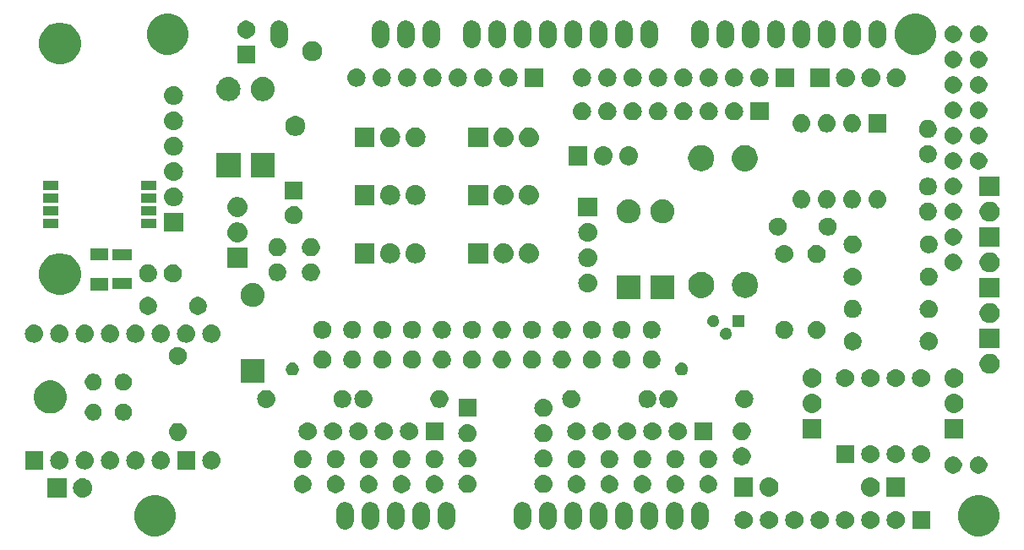
<source format=gbr>
G04 #@! TF.GenerationSoftware,KiCad,Pcbnew,(5.1.2)-1*
G04 #@! TF.CreationDate,2019-07-24T00:08:50-04:00*
G04 #@! TF.ProjectId,NO2C,4e4f3243-2e6b-4696-9361-645f70636258,v0.2.3*
G04 #@! TF.SameCoordinates,Original*
G04 #@! TF.FileFunction,Soldermask,Top*
G04 #@! TF.FilePolarity,Negative*
%FSLAX46Y46*%
G04 Gerber Fmt 4.6, Leading zero omitted, Abs format (unit mm)*
G04 Created by KiCad (PCBNEW (5.1.2)-1) date 2019-07-24 00:08:50*
%MOMM*%
%LPD*%
G04 APERTURE LIST*
%ADD10C,0.100000*%
G04 APERTURE END LIST*
D10*
G36*
X188744926Y-112903053D02*
G01*
X189121660Y-113059101D01*
X189460713Y-113285649D01*
X189749051Y-113573987D01*
X189975599Y-113913040D01*
X190131647Y-114289774D01*
X190211200Y-114689713D01*
X190211200Y-115097487D01*
X190131647Y-115497426D01*
X189975599Y-115874160D01*
X189749051Y-116213213D01*
X189460713Y-116501551D01*
X189121660Y-116728099D01*
X188744926Y-116884147D01*
X188344987Y-116963700D01*
X187937213Y-116963700D01*
X187537274Y-116884147D01*
X187160540Y-116728099D01*
X186821487Y-116501551D01*
X186533149Y-116213213D01*
X186306601Y-115874160D01*
X186150553Y-115497426D01*
X186071000Y-115097487D01*
X186071000Y-114689713D01*
X186150553Y-114289774D01*
X186306601Y-113913040D01*
X186533149Y-113573987D01*
X186821487Y-113285649D01*
X187160540Y-113059101D01*
X187537274Y-112903053D01*
X187937213Y-112823500D01*
X188344987Y-112823500D01*
X188744926Y-112903053D01*
X188744926Y-112903053D01*
G37*
G36*
X106194926Y-112903053D02*
G01*
X106571660Y-113059101D01*
X106910713Y-113285649D01*
X107199051Y-113573987D01*
X107425599Y-113913040D01*
X107581647Y-114289774D01*
X107661200Y-114689713D01*
X107661200Y-115097487D01*
X107581647Y-115497426D01*
X107425599Y-115874160D01*
X107199051Y-116213213D01*
X106910713Y-116501551D01*
X106571660Y-116728099D01*
X106194926Y-116884147D01*
X105794987Y-116963700D01*
X105387213Y-116963700D01*
X104987274Y-116884147D01*
X104610540Y-116728099D01*
X104271487Y-116501551D01*
X103983149Y-116213213D01*
X103756601Y-115874160D01*
X103600553Y-115497426D01*
X103521000Y-115097487D01*
X103521000Y-114689713D01*
X103600553Y-114289774D01*
X103756601Y-113913040D01*
X103983149Y-113573987D01*
X104271487Y-113285649D01*
X104610540Y-113059101D01*
X104987274Y-112903053D01*
X105387213Y-112823500D01*
X105794987Y-112823500D01*
X106194926Y-112903053D01*
X106194926Y-112903053D01*
G37*
G36*
X124810390Y-113534495D02*
G01*
X124810393Y-113534496D01*
X124810394Y-113534496D01*
X124848563Y-113546075D01*
X124973182Y-113583877D01*
X125025793Y-113611998D01*
X125123211Y-113664069D01*
X125254712Y-113771988D01*
X125362631Y-113903488D01*
X125402726Y-113978502D01*
X125442823Y-114053517D01*
X125492205Y-114216309D01*
X125504700Y-114343174D01*
X125504700Y-115444026D01*
X125492205Y-115570891D01*
X125442823Y-115733683D01*
X125442822Y-115733684D01*
X125362631Y-115883712D01*
X125254712Y-116015212D01*
X125123212Y-116123131D01*
X125048198Y-116163227D01*
X124973183Y-116203323D01*
X124848564Y-116241125D01*
X124810395Y-116252704D01*
X124810394Y-116252704D01*
X124810391Y-116252705D01*
X124641100Y-116269379D01*
X124471810Y-116252705D01*
X124471807Y-116252704D01*
X124471806Y-116252704D01*
X124433637Y-116241125D01*
X124309018Y-116203323D01*
X124234003Y-116163227D01*
X124158989Y-116123131D01*
X124027489Y-116015212D01*
X123919570Y-115883712D01*
X123839379Y-115733684D01*
X123839378Y-115733683D01*
X123789996Y-115570891D01*
X123777501Y-115444025D01*
X123777500Y-114343175D01*
X123789995Y-114216310D01*
X123789997Y-114216305D01*
X123801575Y-114178137D01*
X123839377Y-114053518D01*
X123867498Y-114000907D01*
X123919569Y-113903489D01*
X124027488Y-113771988D01*
X124158988Y-113664069D01*
X124234002Y-113623973D01*
X124309017Y-113583877D01*
X124433636Y-113546075D01*
X124471805Y-113534496D01*
X124471806Y-113534496D01*
X124471809Y-113534495D01*
X124641100Y-113517821D01*
X124810390Y-113534495D01*
X124810390Y-113534495D01*
G37*
G36*
X132430390Y-113534495D02*
G01*
X132430393Y-113534496D01*
X132430394Y-113534496D01*
X132468563Y-113546075D01*
X132593182Y-113583877D01*
X132645793Y-113611998D01*
X132743211Y-113664069D01*
X132874712Y-113771988D01*
X132982631Y-113903488D01*
X133022727Y-113978502D01*
X133062823Y-114053517D01*
X133112205Y-114216309D01*
X133124700Y-114343174D01*
X133124700Y-115444026D01*
X133112205Y-115570891D01*
X133062823Y-115733683D01*
X133062822Y-115733684D01*
X132982631Y-115883712D01*
X132874712Y-116015212D01*
X132743212Y-116123131D01*
X132668198Y-116163227D01*
X132593183Y-116203323D01*
X132468564Y-116241125D01*
X132430395Y-116252704D01*
X132430394Y-116252704D01*
X132430391Y-116252705D01*
X132261100Y-116269379D01*
X132091810Y-116252705D01*
X132091807Y-116252704D01*
X132091806Y-116252704D01*
X132053637Y-116241125D01*
X131929018Y-116203323D01*
X131854003Y-116163227D01*
X131778989Y-116123131D01*
X131647489Y-116015212D01*
X131539570Y-115883712D01*
X131459379Y-115733684D01*
X131459378Y-115733683D01*
X131409996Y-115570891D01*
X131397501Y-115444025D01*
X131397500Y-114343175D01*
X131409995Y-114216310D01*
X131409997Y-114216305D01*
X131421575Y-114178137D01*
X131459377Y-114053518D01*
X131487498Y-114000907D01*
X131539569Y-113903489D01*
X131647488Y-113771988D01*
X131778988Y-113664069D01*
X131854002Y-113623973D01*
X131929017Y-113583877D01*
X132053636Y-113546075D01*
X132091805Y-113534496D01*
X132091806Y-113534496D01*
X132091809Y-113534495D01*
X132261100Y-113517821D01*
X132430390Y-113534495D01*
X132430390Y-113534495D01*
G37*
G36*
X129890390Y-113534495D02*
G01*
X129890393Y-113534496D01*
X129890394Y-113534496D01*
X129928563Y-113546075D01*
X130053182Y-113583877D01*
X130105793Y-113611998D01*
X130203211Y-113664069D01*
X130334712Y-113771988D01*
X130442631Y-113903488D01*
X130482727Y-113978502D01*
X130522823Y-114053517D01*
X130572205Y-114216309D01*
X130584700Y-114343174D01*
X130584700Y-115444026D01*
X130572205Y-115570891D01*
X130522823Y-115733683D01*
X130522822Y-115733684D01*
X130442631Y-115883712D01*
X130334712Y-116015212D01*
X130203212Y-116123131D01*
X130128198Y-116163227D01*
X130053183Y-116203323D01*
X129928564Y-116241125D01*
X129890395Y-116252704D01*
X129890394Y-116252704D01*
X129890391Y-116252705D01*
X129721100Y-116269379D01*
X129551810Y-116252705D01*
X129551807Y-116252704D01*
X129551806Y-116252704D01*
X129513637Y-116241125D01*
X129389018Y-116203323D01*
X129314003Y-116163227D01*
X129238989Y-116123131D01*
X129107489Y-116015212D01*
X128999570Y-115883712D01*
X128919379Y-115733684D01*
X128919378Y-115733683D01*
X128869996Y-115570891D01*
X128857501Y-115444025D01*
X128857500Y-114343175D01*
X128869995Y-114216310D01*
X128869997Y-114216305D01*
X128881575Y-114178137D01*
X128919377Y-114053518D01*
X128947498Y-114000907D01*
X128999569Y-113903489D01*
X129107488Y-113771988D01*
X129238988Y-113664069D01*
X129314002Y-113623973D01*
X129389017Y-113583877D01*
X129513636Y-113546075D01*
X129551805Y-113534496D01*
X129551806Y-113534496D01*
X129551809Y-113534495D01*
X129721100Y-113517821D01*
X129890390Y-113534495D01*
X129890390Y-113534495D01*
G37*
G36*
X134970390Y-113534495D02*
G01*
X134970393Y-113534496D01*
X134970394Y-113534496D01*
X135008563Y-113546075D01*
X135133182Y-113583877D01*
X135185793Y-113611998D01*
X135283211Y-113664069D01*
X135414712Y-113771988D01*
X135522631Y-113903488D01*
X135562727Y-113978502D01*
X135602823Y-114053517D01*
X135652205Y-114216309D01*
X135664700Y-114343174D01*
X135664700Y-115444026D01*
X135652205Y-115570891D01*
X135602823Y-115733683D01*
X135602822Y-115733684D01*
X135522631Y-115883712D01*
X135414712Y-116015212D01*
X135283212Y-116123131D01*
X135208198Y-116163227D01*
X135133183Y-116203323D01*
X135008564Y-116241125D01*
X134970395Y-116252704D01*
X134970394Y-116252704D01*
X134970391Y-116252705D01*
X134801100Y-116269379D01*
X134631810Y-116252705D01*
X134631807Y-116252704D01*
X134631806Y-116252704D01*
X134593637Y-116241125D01*
X134469018Y-116203323D01*
X134394003Y-116163227D01*
X134318989Y-116123131D01*
X134187489Y-116015212D01*
X134079570Y-115883712D01*
X133999379Y-115733684D01*
X133999378Y-115733683D01*
X133949996Y-115570891D01*
X133937501Y-115444025D01*
X133937500Y-114343175D01*
X133949995Y-114216310D01*
X133949997Y-114216305D01*
X133961575Y-114178137D01*
X133999377Y-114053518D01*
X134027498Y-114000907D01*
X134079569Y-113903489D01*
X134187488Y-113771988D01*
X134318988Y-113664069D01*
X134394002Y-113623973D01*
X134469017Y-113583877D01*
X134593636Y-113546075D01*
X134631805Y-113534496D01*
X134631806Y-113534496D01*
X134631809Y-113534495D01*
X134801100Y-113517821D01*
X134970390Y-113534495D01*
X134970390Y-113534495D01*
G37*
G36*
X150210390Y-113534495D02*
G01*
X150210393Y-113534496D01*
X150210394Y-113534496D01*
X150248563Y-113546075D01*
X150373182Y-113583877D01*
X150425793Y-113611998D01*
X150523211Y-113664069D01*
X150654712Y-113771988D01*
X150762631Y-113903488D01*
X150802727Y-113978502D01*
X150842823Y-114053517D01*
X150892205Y-114216309D01*
X150904700Y-114343174D01*
X150904700Y-115444026D01*
X150892205Y-115570891D01*
X150842823Y-115733683D01*
X150842822Y-115733684D01*
X150762631Y-115883712D01*
X150654712Y-116015212D01*
X150523212Y-116123131D01*
X150448198Y-116163227D01*
X150373183Y-116203323D01*
X150248564Y-116241125D01*
X150210395Y-116252704D01*
X150210394Y-116252704D01*
X150210391Y-116252705D01*
X150041100Y-116269379D01*
X149871810Y-116252705D01*
X149871807Y-116252704D01*
X149871806Y-116252704D01*
X149833637Y-116241125D01*
X149709018Y-116203323D01*
X149634003Y-116163227D01*
X149558989Y-116123131D01*
X149427489Y-116015212D01*
X149319570Y-115883712D01*
X149239379Y-115733684D01*
X149239378Y-115733683D01*
X149189996Y-115570891D01*
X149177501Y-115444025D01*
X149177500Y-114343175D01*
X149189995Y-114216310D01*
X149189997Y-114216305D01*
X149201575Y-114178137D01*
X149239377Y-114053518D01*
X149267498Y-114000907D01*
X149319569Y-113903489D01*
X149427488Y-113771988D01*
X149558988Y-113664069D01*
X149634002Y-113623973D01*
X149709017Y-113583877D01*
X149833636Y-113546075D01*
X149871805Y-113534496D01*
X149871806Y-113534496D01*
X149871809Y-113534495D01*
X150041100Y-113517821D01*
X150210390Y-113534495D01*
X150210390Y-113534495D01*
G37*
G36*
X142590390Y-113534495D02*
G01*
X142590393Y-113534496D01*
X142590394Y-113534496D01*
X142628563Y-113546075D01*
X142753182Y-113583877D01*
X142805793Y-113611998D01*
X142903211Y-113664069D01*
X143034712Y-113771988D01*
X143142631Y-113903488D01*
X143182727Y-113978502D01*
X143222823Y-114053517D01*
X143272205Y-114216309D01*
X143284700Y-114343174D01*
X143284700Y-115444026D01*
X143272205Y-115570891D01*
X143222823Y-115733683D01*
X143222822Y-115733684D01*
X143142631Y-115883712D01*
X143034712Y-116015212D01*
X142903212Y-116123131D01*
X142828198Y-116163227D01*
X142753183Y-116203323D01*
X142628564Y-116241125D01*
X142590395Y-116252704D01*
X142590394Y-116252704D01*
X142590391Y-116252705D01*
X142421100Y-116269379D01*
X142251810Y-116252705D01*
X142251807Y-116252704D01*
X142251806Y-116252704D01*
X142213637Y-116241125D01*
X142089018Y-116203323D01*
X142014003Y-116163227D01*
X141938989Y-116123131D01*
X141807489Y-116015212D01*
X141699570Y-115883712D01*
X141619379Y-115733684D01*
X141619378Y-115733683D01*
X141569996Y-115570891D01*
X141557501Y-115444025D01*
X141557500Y-114343175D01*
X141569995Y-114216310D01*
X141569997Y-114216305D01*
X141581575Y-114178137D01*
X141619377Y-114053518D01*
X141647498Y-114000907D01*
X141699569Y-113903489D01*
X141807488Y-113771988D01*
X141938988Y-113664069D01*
X142014002Y-113623973D01*
X142089017Y-113583877D01*
X142213636Y-113546075D01*
X142251805Y-113534496D01*
X142251806Y-113534496D01*
X142251809Y-113534495D01*
X142421100Y-113517821D01*
X142590390Y-113534495D01*
X142590390Y-113534495D01*
G37*
G36*
X145130390Y-113534495D02*
G01*
X145130393Y-113534496D01*
X145130394Y-113534496D01*
X145168563Y-113546075D01*
X145293182Y-113583877D01*
X145345793Y-113611998D01*
X145443211Y-113664069D01*
X145574712Y-113771988D01*
X145682631Y-113903488D01*
X145722727Y-113978502D01*
X145762823Y-114053517D01*
X145812205Y-114216309D01*
X145824700Y-114343174D01*
X145824700Y-115444026D01*
X145812205Y-115570891D01*
X145762823Y-115733683D01*
X145762822Y-115733684D01*
X145682631Y-115883712D01*
X145574712Y-116015212D01*
X145443212Y-116123131D01*
X145368198Y-116163227D01*
X145293183Y-116203323D01*
X145168564Y-116241125D01*
X145130395Y-116252704D01*
X145130394Y-116252704D01*
X145130391Y-116252705D01*
X144961100Y-116269379D01*
X144791810Y-116252705D01*
X144791807Y-116252704D01*
X144791806Y-116252704D01*
X144753637Y-116241125D01*
X144629018Y-116203323D01*
X144554003Y-116163227D01*
X144478989Y-116123131D01*
X144347489Y-116015212D01*
X144239570Y-115883712D01*
X144159379Y-115733684D01*
X144159378Y-115733683D01*
X144109996Y-115570891D01*
X144097501Y-115444025D01*
X144097500Y-114343175D01*
X144109995Y-114216310D01*
X144109997Y-114216305D01*
X144121575Y-114178137D01*
X144159377Y-114053518D01*
X144187498Y-114000907D01*
X144239569Y-113903489D01*
X144347488Y-113771988D01*
X144478988Y-113664069D01*
X144554002Y-113623973D01*
X144629017Y-113583877D01*
X144753636Y-113546075D01*
X144791805Y-113534496D01*
X144791806Y-113534496D01*
X144791809Y-113534495D01*
X144961100Y-113517821D01*
X145130390Y-113534495D01*
X145130390Y-113534495D01*
G37*
G36*
X152750390Y-113534495D02*
G01*
X152750393Y-113534496D01*
X152750394Y-113534496D01*
X152788563Y-113546075D01*
X152913182Y-113583877D01*
X152965793Y-113611998D01*
X153063211Y-113664069D01*
X153194712Y-113771988D01*
X153302631Y-113903488D01*
X153342727Y-113978502D01*
X153382823Y-114053517D01*
X153432205Y-114216309D01*
X153444700Y-114343174D01*
X153444700Y-115444026D01*
X153432205Y-115570891D01*
X153382823Y-115733683D01*
X153382822Y-115733684D01*
X153302631Y-115883712D01*
X153194712Y-116015212D01*
X153063212Y-116123131D01*
X152988198Y-116163227D01*
X152913183Y-116203323D01*
X152788564Y-116241125D01*
X152750395Y-116252704D01*
X152750394Y-116252704D01*
X152750391Y-116252705D01*
X152581100Y-116269379D01*
X152411810Y-116252705D01*
X152411807Y-116252704D01*
X152411806Y-116252704D01*
X152373637Y-116241125D01*
X152249018Y-116203323D01*
X152174003Y-116163227D01*
X152098989Y-116123131D01*
X151967489Y-116015212D01*
X151859570Y-115883712D01*
X151779379Y-115733684D01*
X151779378Y-115733683D01*
X151729996Y-115570891D01*
X151717501Y-115444025D01*
X151717500Y-114343175D01*
X151729995Y-114216310D01*
X151729997Y-114216305D01*
X151741575Y-114178137D01*
X151779377Y-114053518D01*
X151807498Y-114000907D01*
X151859569Y-113903489D01*
X151967488Y-113771988D01*
X152098988Y-113664069D01*
X152174002Y-113623973D01*
X152249017Y-113583877D01*
X152373636Y-113546075D01*
X152411805Y-113534496D01*
X152411806Y-113534496D01*
X152411809Y-113534495D01*
X152581100Y-113517821D01*
X152750390Y-113534495D01*
X152750390Y-113534495D01*
G37*
G36*
X155290390Y-113534495D02*
G01*
X155290393Y-113534496D01*
X155290394Y-113534496D01*
X155328563Y-113546075D01*
X155453182Y-113583877D01*
X155505793Y-113611998D01*
X155603211Y-113664069D01*
X155734712Y-113771988D01*
X155842631Y-113903488D01*
X155882727Y-113978502D01*
X155922823Y-114053517D01*
X155972205Y-114216309D01*
X155984700Y-114343174D01*
X155984700Y-115444026D01*
X155972205Y-115570891D01*
X155922823Y-115733683D01*
X155922822Y-115733684D01*
X155842631Y-115883712D01*
X155734712Y-116015212D01*
X155603212Y-116123131D01*
X155528198Y-116163227D01*
X155453183Y-116203323D01*
X155328564Y-116241125D01*
X155290395Y-116252704D01*
X155290394Y-116252704D01*
X155290391Y-116252705D01*
X155121100Y-116269379D01*
X154951810Y-116252705D01*
X154951807Y-116252704D01*
X154951806Y-116252704D01*
X154913637Y-116241125D01*
X154789018Y-116203323D01*
X154714003Y-116163227D01*
X154638989Y-116123131D01*
X154507489Y-116015212D01*
X154399570Y-115883712D01*
X154319379Y-115733684D01*
X154319378Y-115733683D01*
X154269996Y-115570891D01*
X154257501Y-115444025D01*
X154257500Y-114343175D01*
X154269995Y-114216310D01*
X154269997Y-114216305D01*
X154281575Y-114178137D01*
X154319377Y-114053518D01*
X154347498Y-114000907D01*
X154399569Y-113903489D01*
X154507488Y-113771988D01*
X154638988Y-113664069D01*
X154714002Y-113623973D01*
X154789017Y-113583877D01*
X154913636Y-113546075D01*
X154951805Y-113534496D01*
X154951806Y-113534496D01*
X154951809Y-113534495D01*
X155121100Y-113517821D01*
X155290390Y-113534495D01*
X155290390Y-113534495D01*
G37*
G36*
X157830390Y-113534495D02*
G01*
X157830393Y-113534496D01*
X157830394Y-113534496D01*
X157868563Y-113546075D01*
X157993182Y-113583877D01*
X158045793Y-113611998D01*
X158143211Y-113664069D01*
X158274712Y-113771988D01*
X158382631Y-113903488D01*
X158422727Y-113978502D01*
X158462823Y-114053517D01*
X158512205Y-114216309D01*
X158524700Y-114343174D01*
X158524700Y-115444026D01*
X158512205Y-115570891D01*
X158462823Y-115733683D01*
X158462822Y-115733684D01*
X158382631Y-115883712D01*
X158274712Y-116015212D01*
X158143212Y-116123131D01*
X158068198Y-116163227D01*
X157993183Y-116203323D01*
X157868564Y-116241125D01*
X157830395Y-116252704D01*
X157830394Y-116252704D01*
X157830391Y-116252705D01*
X157661100Y-116269379D01*
X157491810Y-116252705D01*
X157491807Y-116252704D01*
X157491806Y-116252704D01*
X157453637Y-116241125D01*
X157329018Y-116203323D01*
X157254003Y-116163227D01*
X157178989Y-116123131D01*
X157047489Y-116015212D01*
X156939570Y-115883712D01*
X156859379Y-115733684D01*
X156859378Y-115733683D01*
X156809996Y-115570891D01*
X156797501Y-115444025D01*
X156797500Y-114343175D01*
X156809995Y-114216310D01*
X156809997Y-114216305D01*
X156821575Y-114178137D01*
X156859377Y-114053518D01*
X156887498Y-114000907D01*
X156939569Y-113903489D01*
X157047488Y-113771988D01*
X157178988Y-113664069D01*
X157254002Y-113623973D01*
X157329017Y-113583877D01*
X157453636Y-113546075D01*
X157491805Y-113534496D01*
X157491806Y-113534496D01*
X157491809Y-113534495D01*
X157661100Y-113517821D01*
X157830390Y-113534495D01*
X157830390Y-113534495D01*
G37*
G36*
X160370390Y-113534495D02*
G01*
X160370393Y-113534496D01*
X160370394Y-113534496D01*
X160408563Y-113546075D01*
X160533182Y-113583877D01*
X160585793Y-113611998D01*
X160683211Y-113664069D01*
X160814712Y-113771988D01*
X160922631Y-113903488D01*
X160962727Y-113978502D01*
X161002823Y-114053517D01*
X161052205Y-114216309D01*
X161064700Y-114343174D01*
X161064700Y-115444026D01*
X161052205Y-115570891D01*
X161002823Y-115733683D01*
X161002822Y-115733684D01*
X160922631Y-115883712D01*
X160814712Y-116015212D01*
X160683212Y-116123131D01*
X160608198Y-116163227D01*
X160533183Y-116203323D01*
X160408564Y-116241125D01*
X160370395Y-116252704D01*
X160370394Y-116252704D01*
X160370391Y-116252705D01*
X160201100Y-116269379D01*
X160031810Y-116252705D01*
X160031807Y-116252704D01*
X160031806Y-116252704D01*
X159993637Y-116241125D01*
X159869018Y-116203323D01*
X159794003Y-116163227D01*
X159718989Y-116123131D01*
X159587489Y-116015212D01*
X159479570Y-115883712D01*
X159399379Y-115733684D01*
X159399378Y-115733683D01*
X159349996Y-115570891D01*
X159337501Y-115444025D01*
X159337500Y-114343175D01*
X159349995Y-114216310D01*
X159349997Y-114216305D01*
X159361575Y-114178137D01*
X159399377Y-114053518D01*
X159427498Y-114000907D01*
X159479569Y-113903489D01*
X159587488Y-113771988D01*
X159718988Y-113664069D01*
X159794002Y-113623973D01*
X159869017Y-113583877D01*
X159993636Y-113546075D01*
X160031805Y-113534496D01*
X160031806Y-113534496D01*
X160031809Y-113534495D01*
X160201100Y-113517821D01*
X160370390Y-113534495D01*
X160370390Y-113534495D01*
G37*
G36*
X127350390Y-113534495D02*
G01*
X127350393Y-113534496D01*
X127350394Y-113534496D01*
X127388563Y-113546075D01*
X127513182Y-113583877D01*
X127565793Y-113611998D01*
X127663211Y-113664069D01*
X127794712Y-113771988D01*
X127902631Y-113903488D01*
X127942726Y-113978502D01*
X127982823Y-114053517D01*
X128032205Y-114216309D01*
X128044700Y-114343174D01*
X128044700Y-115444026D01*
X128032205Y-115570891D01*
X127982823Y-115733683D01*
X127982822Y-115733684D01*
X127902631Y-115883712D01*
X127794712Y-116015212D01*
X127663212Y-116123131D01*
X127588198Y-116163227D01*
X127513183Y-116203323D01*
X127388564Y-116241125D01*
X127350395Y-116252704D01*
X127350394Y-116252704D01*
X127350391Y-116252705D01*
X127181100Y-116269379D01*
X127011810Y-116252705D01*
X127011807Y-116252704D01*
X127011806Y-116252704D01*
X126973637Y-116241125D01*
X126849018Y-116203323D01*
X126774003Y-116163227D01*
X126698989Y-116123131D01*
X126567489Y-116015212D01*
X126459570Y-115883712D01*
X126379379Y-115733684D01*
X126379378Y-115733683D01*
X126329996Y-115570891D01*
X126317501Y-115444025D01*
X126317500Y-114343175D01*
X126329995Y-114216310D01*
X126329997Y-114216305D01*
X126341575Y-114178137D01*
X126379377Y-114053518D01*
X126407498Y-114000907D01*
X126459569Y-113903489D01*
X126567488Y-113771988D01*
X126698988Y-113664069D01*
X126774002Y-113623973D01*
X126849017Y-113583877D01*
X126973636Y-113546075D01*
X127011805Y-113534496D01*
X127011806Y-113534496D01*
X127011809Y-113534495D01*
X127181100Y-113517821D01*
X127350390Y-113534495D01*
X127350390Y-113534495D01*
G37*
G36*
X147670390Y-113534495D02*
G01*
X147670393Y-113534496D01*
X147670394Y-113534496D01*
X147708563Y-113546075D01*
X147833182Y-113583877D01*
X147885793Y-113611998D01*
X147983211Y-113664069D01*
X148114712Y-113771988D01*
X148222631Y-113903488D01*
X148262727Y-113978502D01*
X148302823Y-114053517D01*
X148352205Y-114216309D01*
X148364700Y-114343174D01*
X148364700Y-115444026D01*
X148352205Y-115570891D01*
X148302823Y-115733683D01*
X148302822Y-115733684D01*
X148222631Y-115883712D01*
X148114712Y-116015212D01*
X147983212Y-116123131D01*
X147908198Y-116163227D01*
X147833183Y-116203323D01*
X147708564Y-116241125D01*
X147670395Y-116252704D01*
X147670394Y-116252704D01*
X147670391Y-116252705D01*
X147501100Y-116269379D01*
X147331810Y-116252705D01*
X147331807Y-116252704D01*
X147331806Y-116252704D01*
X147293637Y-116241125D01*
X147169018Y-116203323D01*
X147094003Y-116163227D01*
X147018989Y-116123131D01*
X146887489Y-116015212D01*
X146779570Y-115883712D01*
X146699379Y-115733684D01*
X146699378Y-115733683D01*
X146649996Y-115570891D01*
X146637501Y-115444025D01*
X146637500Y-114343175D01*
X146649995Y-114216310D01*
X146649997Y-114216305D01*
X146661575Y-114178137D01*
X146699377Y-114053518D01*
X146727498Y-114000907D01*
X146779569Y-113903489D01*
X146887488Y-113771988D01*
X147018988Y-113664069D01*
X147094002Y-113623973D01*
X147169017Y-113583877D01*
X147293636Y-113546075D01*
X147331805Y-113534496D01*
X147331806Y-113534496D01*
X147331809Y-113534495D01*
X147501100Y-113517821D01*
X147670390Y-113534495D01*
X147670390Y-113534495D01*
G37*
G36*
X183273600Y-116217600D02*
G01*
X181470400Y-116217600D01*
X181470400Y-114414400D01*
X183273600Y-114414400D01*
X183273600Y-116217600D01*
X183273600Y-116217600D01*
G37*
G36*
X180008741Y-114427445D02*
G01*
X180008744Y-114427446D01*
X180178697Y-114479000D01*
X180335326Y-114562720D01*
X180472612Y-114675388D01*
X180585280Y-114812674D01*
X180669000Y-114969303D01*
X180707884Y-115097487D01*
X180720555Y-115139259D01*
X180737963Y-115316000D01*
X180720555Y-115492741D01*
X180720554Y-115492744D01*
X180669000Y-115662697D01*
X180585280Y-115819326D01*
X180472612Y-115956612D01*
X180335326Y-116069280D01*
X180178697Y-116153000D01*
X180028180Y-116198658D01*
X180008741Y-116204555D01*
X179876293Y-116217600D01*
X179787707Y-116217600D01*
X179655259Y-116204555D01*
X179635820Y-116198658D01*
X179485303Y-116153000D01*
X179328674Y-116069280D01*
X179191388Y-115956612D01*
X179078720Y-115819326D01*
X178995000Y-115662697D01*
X178943446Y-115492744D01*
X178943445Y-115492741D01*
X178926037Y-115316000D01*
X178943445Y-115139259D01*
X178956116Y-115097487D01*
X178995000Y-114969303D01*
X179078720Y-114812674D01*
X179191388Y-114675388D01*
X179328674Y-114562720D01*
X179485303Y-114479000D01*
X179655256Y-114427446D01*
X179655259Y-114427445D01*
X179787707Y-114414400D01*
X179876293Y-114414400D01*
X180008741Y-114427445D01*
X180008741Y-114427445D01*
G37*
G36*
X177468741Y-114427445D02*
G01*
X177468744Y-114427446D01*
X177638697Y-114479000D01*
X177795326Y-114562720D01*
X177932612Y-114675388D01*
X178045280Y-114812674D01*
X178129000Y-114969303D01*
X178167884Y-115097487D01*
X178180555Y-115139259D01*
X178197963Y-115316000D01*
X178180555Y-115492741D01*
X178180554Y-115492744D01*
X178129000Y-115662697D01*
X178045280Y-115819326D01*
X177932612Y-115956612D01*
X177795326Y-116069280D01*
X177638697Y-116153000D01*
X177488180Y-116198658D01*
X177468741Y-116204555D01*
X177336293Y-116217600D01*
X177247707Y-116217600D01*
X177115259Y-116204555D01*
X177095820Y-116198658D01*
X176945303Y-116153000D01*
X176788674Y-116069280D01*
X176651388Y-115956612D01*
X176538720Y-115819326D01*
X176455000Y-115662697D01*
X176403446Y-115492744D01*
X176403445Y-115492741D01*
X176386037Y-115316000D01*
X176403445Y-115139259D01*
X176416116Y-115097487D01*
X176455000Y-114969303D01*
X176538720Y-114812674D01*
X176651388Y-114675388D01*
X176788674Y-114562720D01*
X176945303Y-114479000D01*
X177115256Y-114427446D01*
X177115259Y-114427445D01*
X177247707Y-114414400D01*
X177336293Y-114414400D01*
X177468741Y-114427445D01*
X177468741Y-114427445D01*
G37*
G36*
X174928741Y-114427445D02*
G01*
X174928744Y-114427446D01*
X175098697Y-114479000D01*
X175255326Y-114562720D01*
X175392612Y-114675388D01*
X175505280Y-114812674D01*
X175589000Y-114969303D01*
X175627884Y-115097487D01*
X175640555Y-115139259D01*
X175657963Y-115316000D01*
X175640555Y-115492741D01*
X175640554Y-115492744D01*
X175589000Y-115662697D01*
X175505280Y-115819326D01*
X175392612Y-115956612D01*
X175255326Y-116069280D01*
X175098697Y-116153000D01*
X174948180Y-116198658D01*
X174928741Y-116204555D01*
X174796293Y-116217600D01*
X174707707Y-116217600D01*
X174575259Y-116204555D01*
X174555820Y-116198658D01*
X174405303Y-116153000D01*
X174248674Y-116069280D01*
X174111388Y-115956612D01*
X173998720Y-115819326D01*
X173915000Y-115662697D01*
X173863446Y-115492744D01*
X173863445Y-115492741D01*
X173846037Y-115316000D01*
X173863445Y-115139259D01*
X173876116Y-115097487D01*
X173915000Y-114969303D01*
X173998720Y-114812674D01*
X174111388Y-114675388D01*
X174248674Y-114562720D01*
X174405303Y-114479000D01*
X174575256Y-114427446D01*
X174575259Y-114427445D01*
X174707707Y-114414400D01*
X174796293Y-114414400D01*
X174928741Y-114427445D01*
X174928741Y-114427445D01*
G37*
G36*
X172388741Y-114427445D02*
G01*
X172388744Y-114427446D01*
X172558697Y-114479000D01*
X172715326Y-114562720D01*
X172852612Y-114675388D01*
X172965280Y-114812674D01*
X173049000Y-114969303D01*
X173087884Y-115097487D01*
X173100555Y-115139259D01*
X173117963Y-115316000D01*
X173100555Y-115492741D01*
X173100554Y-115492744D01*
X173049000Y-115662697D01*
X172965280Y-115819326D01*
X172852612Y-115956612D01*
X172715326Y-116069280D01*
X172558697Y-116153000D01*
X172408180Y-116198658D01*
X172388741Y-116204555D01*
X172256293Y-116217600D01*
X172167707Y-116217600D01*
X172035259Y-116204555D01*
X172015820Y-116198658D01*
X171865303Y-116153000D01*
X171708674Y-116069280D01*
X171571388Y-115956612D01*
X171458720Y-115819326D01*
X171375000Y-115662697D01*
X171323446Y-115492744D01*
X171323445Y-115492741D01*
X171306037Y-115316000D01*
X171323445Y-115139259D01*
X171336116Y-115097487D01*
X171375000Y-114969303D01*
X171458720Y-114812674D01*
X171571388Y-114675388D01*
X171708674Y-114562720D01*
X171865303Y-114479000D01*
X172035256Y-114427446D01*
X172035259Y-114427445D01*
X172167707Y-114414400D01*
X172256293Y-114414400D01*
X172388741Y-114427445D01*
X172388741Y-114427445D01*
G37*
G36*
X169848741Y-114427445D02*
G01*
X169848744Y-114427446D01*
X170018697Y-114479000D01*
X170175326Y-114562720D01*
X170312612Y-114675388D01*
X170425280Y-114812674D01*
X170509000Y-114969303D01*
X170547884Y-115097487D01*
X170560555Y-115139259D01*
X170577963Y-115316000D01*
X170560555Y-115492741D01*
X170560554Y-115492744D01*
X170509000Y-115662697D01*
X170425280Y-115819326D01*
X170312612Y-115956612D01*
X170175326Y-116069280D01*
X170018697Y-116153000D01*
X169868180Y-116198658D01*
X169848741Y-116204555D01*
X169716293Y-116217600D01*
X169627707Y-116217600D01*
X169495259Y-116204555D01*
X169475820Y-116198658D01*
X169325303Y-116153000D01*
X169168674Y-116069280D01*
X169031388Y-115956612D01*
X168918720Y-115819326D01*
X168835000Y-115662697D01*
X168783446Y-115492744D01*
X168783445Y-115492741D01*
X168766037Y-115316000D01*
X168783445Y-115139259D01*
X168796116Y-115097487D01*
X168835000Y-114969303D01*
X168918720Y-114812674D01*
X169031388Y-114675388D01*
X169168674Y-114562720D01*
X169325303Y-114479000D01*
X169495256Y-114427446D01*
X169495259Y-114427445D01*
X169627707Y-114414400D01*
X169716293Y-114414400D01*
X169848741Y-114427445D01*
X169848741Y-114427445D01*
G37*
G36*
X167308741Y-114427445D02*
G01*
X167308744Y-114427446D01*
X167478697Y-114479000D01*
X167635326Y-114562720D01*
X167772612Y-114675388D01*
X167885280Y-114812674D01*
X167969000Y-114969303D01*
X168007884Y-115097487D01*
X168020555Y-115139259D01*
X168037963Y-115316000D01*
X168020555Y-115492741D01*
X168020554Y-115492744D01*
X167969000Y-115662697D01*
X167885280Y-115819326D01*
X167772612Y-115956612D01*
X167635326Y-116069280D01*
X167478697Y-116153000D01*
X167328180Y-116198658D01*
X167308741Y-116204555D01*
X167176293Y-116217600D01*
X167087707Y-116217600D01*
X166955259Y-116204555D01*
X166935820Y-116198658D01*
X166785303Y-116153000D01*
X166628674Y-116069280D01*
X166491388Y-115956612D01*
X166378720Y-115819326D01*
X166295000Y-115662697D01*
X166243446Y-115492744D01*
X166243445Y-115492741D01*
X166226037Y-115316000D01*
X166243445Y-115139259D01*
X166256116Y-115097487D01*
X166295000Y-114969303D01*
X166378720Y-114812674D01*
X166491388Y-114675388D01*
X166628674Y-114562720D01*
X166785303Y-114479000D01*
X166955256Y-114427446D01*
X166955259Y-114427445D01*
X167087707Y-114414400D01*
X167176293Y-114414400D01*
X167308741Y-114427445D01*
X167308741Y-114427445D01*
G37*
G36*
X164768741Y-114427445D02*
G01*
X164768744Y-114427446D01*
X164938697Y-114479000D01*
X165095326Y-114562720D01*
X165232612Y-114675388D01*
X165345280Y-114812674D01*
X165429000Y-114969303D01*
X165467884Y-115097487D01*
X165480555Y-115139259D01*
X165497963Y-115316000D01*
X165480555Y-115492741D01*
X165480554Y-115492744D01*
X165429000Y-115662697D01*
X165345280Y-115819326D01*
X165232612Y-115956612D01*
X165095326Y-116069280D01*
X164938697Y-116153000D01*
X164788180Y-116198658D01*
X164768741Y-116204555D01*
X164636293Y-116217600D01*
X164547707Y-116217600D01*
X164415259Y-116204555D01*
X164395820Y-116198658D01*
X164245303Y-116153000D01*
X164088674Y-116069280D01*
X163951388Y-115956612D01*
X163838720Y-115819326D01*
X163755000Y-115662697D01*
X163703446Y-115492744D01*
X163703445Y-115492741D01*
X163686037Y-115316000D01*
X163703445Y-115139259D01*
X163716116Y-115097487D01*
X163755000Y-114969303D01*
X163838720Y-114812674D01*
X163951388Y-114675388D01*
X164088674Y-114562720D01*
X164245303Y-114479000D01*
X164415256Y-114427446D01*
X164415259Y-114427445D01*
X164547707Y-114414400D01*
X164636293Y-114414400D01*
X164768741Y-114427445D01*
X164768741Y-114427445D01*
G37*
G36*
X98526543Y-111162168D02*
G01*
X98705923Y-111216582D01*
X98830461Y-111283149D01*
X98871238Y-111304945D01*
X98871239Y-111304946D01*
X98871243Y-111304948D01*
X99016139Y-111423861D01*
X99135052Y-111568757D01*
X99223418Y-111734077D01*
X99277832Y-111913457D01*
X99296205Y-112100000D01*
X99277832Y-112286543D01*
X99223418Y-112465923D01*
X99187297Y-112533500D01*
X99140207Y-112621600D01*
X99135052Y-112631243D01*
X99016139Y-112776139D01*
X98871243Y-112895052D01*
X98871239Y-112895054D01*
X98871238Y-112895055D01*
X98830461Y-112916851D01*
X98705923Y-112983418D01*
X98526543Y-113037832D01*
X98386752Y-113051600D01*
X98293248Y-113051600D01*
X98153457Y-113037832D01*
X97974077Y-112983418D01*
X97849539Y-112916851D01*
X97808762Y-112895055D01*
X97808761Y-112895054D01*
X97808757Y-112895052D01*
X97663861Y-112776139D01*
X97544948Y-112631243D01*
X97539794Y-112621600D01*
X97492703Y-112533500D01*
X97456582Y-112465923D01*
X97402168Y-112286543D01*
X97383795Y-112100000D01*
X97402168Y-111913457D01*
X97456582Y-111734077D01*
X97544948Y-111568757D01*
X97663861Y-111423861D01*
X97808757Y-111304948D01*
X97808761Y-111304946D01*
X97808762Y-111304945D01*
X97849539Y-111283149D01*
X97974077Y-111216582D01*
X98153457Y-111162168D01*
X98293248Y-111148400D01*
X98386752Y-111148400D01*
X98526543Y-111162168D01*
X98526543Y-111162168D01*
G37*
G36*
X96751600Y-113051600D02*
G01*
X94848400Y-113051600D01*
X94848400Y-111148400D01*
X96751600Y-111148400D01*
X96751600Y-113051600D01*
X96751600Y-113051600D01*
G37*
G36*
X180783600Y-112965600D02*
G01*
X178880400Y-112965600D01*
X178880400Y-111062400D01*
X180783600Y-111062400D01*
X180783600Y-112965600D01*
X180783600Y-112965600D01*
G37*
G36*
X167318543Y-111076168D02*
G01*
X167497923Y-111130582D01*
X167615025Y-111193175D01*
X167663238Y-111218945D01*
X167663239Y-111218946D01*
X167663243Y-111218948D01*
X167808139Y-111337861D01*
X167927052Y-111482757D01*
X168015418Y-111648077D01*
X168069832Y-111827457D01*
X168088205Y-112014000D01*
X168069832Y-112200543D01*
X168015418Y-112379923D01*
X167948851Y-112504461D01*
X167933330Y-112533499D01*
X167927052Y-112545243D01*
X167808139Y-112690139D01*
X167663243Y-112809052D01*
X167663239Y-112809054D01*
X167663238Y-112809055D01*
X167636213Y-112823500D01*
X167497923Y-112897418D01*
X167318543Y-112951832D01*
X167178752Y-112965600D01*
X167085248Y-112965600D01*
X166945457Y-112951832D01*
X166766077Y-112897418D01*
X166627787Y-112823500D01*
X166600762Y-112809055D01*
X166600761Y-112809054D01*
X166600757Y-112809052D01*
X166455861Y-112690139D01*
X166336948Y-112545243D01*
X166330671Y-112533499D01*
X166315149Y-112504461D01*
X166248582Y-112379923D01*
X166194168Y-112200543D01*
X166175795Y-112014000D01*
X166194168Y-111827457D01*
X166248582Y-111648077D01*
X166336948Y-111482757D01*
X166455861Y-111337861D01*
X166600757Y-111218948D01*
X166600761Y-111218946D01*
X166600762Y-111218945D01*
X166648975Y-111193175D01*
X166766077Y-111130582D01*
X166945457Y-111076168D01*
X167085248Y-111062400D01*
X167178752Y-111062400D01*
X167318543Y-111076168D01*
X167318543Y-111076168D01*
G37*
G36*
X165543600Y-112965600D02*
G01*
X163640400Y-112965600D01*
X163640400Y-111062400D01*
X165543600Y-111062400D01*
X165543600Y-112965600D01*
X165543600Y-112965600D01*
G37*
G36*
X177478543Y-111076168D02*
G01*
X177657923Y-111130582D01*
X177775025Y-111193175D01*
X177823238Y-111218945D01*
X177823239Y-111218946D01*
X177823243Y-111218948D01*
X177968139Y-111337861D01*
X178087052Y-111482757D01*
X178175418Y-111648077D01*
X178229832Y-111827457D01*
X178248205Y-112014000D01*
X178229832Y-112200543D01*
X178175418Y-112379923D01*
X178108851Y-112504461D01*
X178093330Y-112533499D01*
X178087052Y-112545243D01*
X177968139Y-112690139D01*
X177823243Y-112809052D01*
X177823239Y-112809054D01*
X177823238Y-112809055D01*
X177796213Y-112823500D01*
X177657923Y-112897418D01*
X177478543Y-112951832D01*
X177338752Y-112965600D01*
X177245248Y-112965600D01*
X177105457Y-112951832D01*
X176926077Y-112897418D01*
X176787787Y-112823500D01*
X176760762Y-112809055D01*
X176760761Y-112809054D01*
X176760757Y-112809052D01*
X176615861Y-112690139D01*
X176496948Y-112545243D01*
X176490671Y-112533499D01*
X176475149Y-112504461D01*
X176408582Y-112379923D01*
X176354168Y-112200543D01*
X176335795Y-112014000D01*
X176354168Y-111827457D01*
X176408582Y-111648077D01*
X176496948Y-111482757D01*
X176615861Y-111337861D01*
X176760757Y-111218948D01*
X176760761Y-111218946D01*
X176760762Y-111218945D01*
X176808975Y-111193175D01*
X176926077Y-111130582D01*
X177105457Y-111076168D01*
X177245248Y-111062400D01*
X177338752Y-111062400D01*
X177478543Y-111076168D01*
X177478543Y-111076168D01*
G37*
G36*
X120662987Y-110853048D02*
G01*
X120827065Y-110921011D01*
X120974740Y-111019685D01*
X121100315Y-111145260D01*
X121100317Y-111145263D01*
X121100318Y-111145264D01*
X121132331Y-111193175D01*
X121198989Y-111292935D01*
X121266952Y-111457013D01*
X121301600Y-111631200D01*
X121301600Y-111808800D01*
X121266952Y-111982987D01*
X121198989Y-112147065D01*
X121100315Y-112294740D01*
X120974740Y-112420315D01*
X120974737Y-112420317D01*
X120974736Y-112420318D01*
X120827068Y-112518987D01*
X120827065Y-112518989D01*
X120662987Y-112586952D01*
X120488800Y-112621600D01*
X120311200Y-112621600D01*
X120137013Y-112586952D01*
X119972935Y-112518989D01*
X119972932Y-112518987D01*
X119825264Y-112420318D01*
X119825263Y-112420317D01*
X119825260Y-112420315D01*
X119699685Y-112294740D01*
X119601011Y-112147065D01*
X119533048Y-111982987D01*
X119498400Y-111808800D01*
X119498400Y-111631200D01*
X119533048Y-111457013D01*
X119601011Y-111292935D01*
X119667669Y-111193175D01*
X119699682Y-111145264D01*
X119699683Y-111145263D01*
X119699685Y-111145260D01*
X119825260Y-111019685D01*
X119972935Y-110921011D01*
X120137013Y-110853048D01*
X120311200Y-110818400D01*
X120488800Y-110818400D01*
X120662987Y-110853048D01*
X120662987Y-110853048D01*
G37*
G36*
X151392987Y-110853048D02*
G01*
X151557065Y-110921011D01*
X151704740Y-111019685D01*
X151830315Y-111145260D01*
X151830317Y-111145263D01*
X151830318Y-111145264D01*
X151862331Y-111193175D01*
X151928989Y-111292935D01*
X151996952Y-111457013D01*
X152031600Y-111631200D01*
X152031600Y-111808800D01*
X151996952Y-111982987D01*
X151928989Y-112147065D01*
X151830315Y-112294740D01*
X151704740Y-112420315D01*
X151704737Y-112420317D01*
X151704736Y-112420318D01*
X151557068Y-112518987D01*
X151557065Y-112518989D01*
X151392987Y-112586952D01*
X151218800Y-112621600D01*
X151041200Y-112621600D01*
X150867013Y-112586952D01*
X150702935Y-112518989D01*
X150702932Y-112518987D01*
X150555264Y-112420318D01*
X150555263Y-112420317D01*
X150555260Y-112420315D01*
X150429685Y-112294740D01*
X150331011Y-112147065D01*
X150263048Y-111982987D01*
X150228400Y-111808800D01*
X150228400Y-111631200D01*
X150263048Y-111457013D01*
X150331011Y-111292935D01*
X150397669Y-111193175D01*
X150429682Y-111145264D01*
X150429683Y-111145263D01*
X150429685Y-111145260D01*
X150555260Y-111019685D01*
X150702935Y-110921011D01*
X150867013Y-110853048D01*
X151041200Y-110818400D01*
X151218800Y-110818400D01*
X151392987Y-110853048D01*
X151392987Y-110853048D01*
G37*
G36*
X148090987Y-110853048D02*
G01*
X148255065Y-110921011D01*
X148402740Y-111019685D01*
X148528315Y-111145260D01*
X148528317Y-111145263D01*
X148528318Y-111145264D01*
X148560331Y-111193175D01*
X148626989Y-111292935D01*
X148694952Y-111457013D01*
X148729600Y-111631200D01*
X148729600Y-111808800D01*
X148694952Y-111982987D01*
X148626989Y-112147065D01*
X148528315Y-112294740D01*
X148402740Y-112420315D01*
X148402737Y-112420317D01*
X148402736Y-112420318D01*
X148255068Y-112518987D01*
X148255065Y-112518989D01*
X148090987Y-112586952D01*
X147916800Y-112621600D01*
X147739200Y-112621600D01*
X147565013Y-112586952D01*
X147400935Y-112518989D01*
X147400932Y-112518987D01*
X147253264Y-112420318D01*
X147253263Y-112420317D01*
X147253260Y-112420315D01*
X147127685Y-112294740D01*
X147029011Y-112147065D01*
X146961048Y-111982987D01*
X146926400Y-111808800D01*
X146926400Y-111631200D01*
X146961048Y-111457013D01*
X147029011Y-111292935D01*
X147095669Y-111193175D01*
X147127682Y-111145264D01*
X147127683Y-111145263D01*
X147127685Y-111145260D01*
X147253260Y-111019685D01*
X147400935Y-110921011D01*
X147565013Y-110853048D01*
X147739200Y-110818400D01*
X147916800Y-110818400D01*
X148090987Y-110853048D01*
X148090987Y-110853048D01*
G37*
G36*
X154694987Y-110853048D02*
G01*
X154859065Y-110921011D01*
X155006740Y-111019685D01*
X155132315Y-111145260D01*
X155132317Y-111145263D01*
X155132318Y-111145264D01*
X155164331Y-111193175D01*
X155230989Y-111292935D01*
X155298952Y-111457013D01*
X155333600Y-111631200D01*
X155333600Y-111808800D01*
X155298952Y-111982987D01*
X155230989Y-112147065D01*
X155132315Y-112294740D01*
X155006740Y-112420315D01*
X155006737Y-112420317D01*
X155006736Y-112420318D01*
X154859068Y-112518987D01*
X154859065Y-112518989D01*
X154694987Y-112586952D01*
X154520800Y-112621600D01*
X154343200Y-112621600D01*
X154169013Y-112586952D01*
X154004935Y-112518989D01*
X154004932Y-112518987D01*
X153857264Y-112420318D01*
X153857263Y-112420317D01*
X153857260Y-112420315D01*
X153731685Y-112294740D01*
X153633011Y-112147065D01*
X153565048Y-111982987D01*
X153530400Y-111808800D01*
X153530400Y-111631200D01*
X153565048Y-111457013D01*
X153633011Y-111292935D01*
X153699669Y-111193175D01*
X153731682Y-111145264D01*
X153731683Y-111145263D01*
X153731685Y-111145260D01*
X153857260Y-111019685D01*
X154004935Y-110921011D01*
X154169013Y-110853048D01*
X154343200Y-110818400D01*
X154520800Y-110818400D01*
X154694987Y-110853048D01*
X154694987Y-110853048D01*
G37*
G36*
X157996987Y-110853048D02*
G01*
X158161065Y-110921011D01*
X158308740Y-111019685D01*
X158434315Y-111145260D01*
X158434317Y-111145263D01*
X158434318Y-111145264D01*
X158466331Y-111193175D01*
X158532989Y-111292935D01*
X158600952Y-111457013D01*
X158635600Y-111631200D01*
X158635600Y-111808800D01*
X158600952Y-111982987D01*
X158532989Y-112147065D01*
X158434315Y-112294740D01*
X158308740Y-112420315D01*
X158308737Y-112420317D01*
X158308736Y-112420318D01*
X158161068Y-112518987D01*
X158161065Y-112518989D01*
X157996987Y-112586952D01*
X157822800Y-112621600D01*
X157645200Y-112621600D01*
X157471013Y-112586952D01*
X157306935Y-112518989D01*
X157306932Y-112518987D01*
X157159264Y-112420318D01*
X157159263Y-112420317D01*
X157159260Y-112420315D01*
X157033685Y-112294740D01*
X156935011Y-112147065D01*
X156867048Y-111982987D01*
X156832400Y-111808800D01*
X156832400Y-111631200D01*
X156867048Y-111457013D01*
X156935011Y-111292935D01*
X157001669Y-111193175D01*
X157033682Y-111145264D01*
X157033683Y-111145263D01*
X157033685Y-111145260D01*
X157159260Y-111019685D01*
X157306935Y-110921011D01*
X157471013Y-110853048D01*
X157645200Y-110818400D01*
X157822800Y-110818400D01*
X157996987Y-110853048D01*
X157996987Y-110853048D01*
G37*
G36*
X127262987Y-110853048D02*
G01*
X127427065Y-110921011D01*
X127574740Y-111019685D01*
X127700315Y-111145260D01*
X127700317Y-111145263D01*
X127700318Y-111145264D01*
X127732331Y-111193175D01*
X127798989Y-111292935D01*
X127866952Y-111457013D01*
X127901600Y-111631200D01*
X127901600Y-111808800D01*
X127866952Y-111982987D01*
X127798989Y-112147065D01*
X127700315Y-112294740D01*
X127574740Y-112420315D01*
X127574737Y-112420317D01*
X127574736Y-112420318D01*
X127427068Y-112518987D01*
X127427065Y-112518989D01*
X127267569Y-112585054D01*
X127262987Y-112586952D01*
X127088800Y-112621600D01*
X126911200Y-112621600D01*
X126737013Y-112586952D01*
X126732431Y-112585054D01*
X126572935Y-112518989D01*
X126572932Y-112518987D01*
X126425264Y-112420318D01*
X126425263Y-112420317D01*
X126425260Y-112420315D01*
X126299685Y-112294740D01*
X126201011Y-112147065D01*
X126133048Y-111982987D01*
X126098400Y-111808800D01*
X126098400Y-111631200D01*
X126133048Y-111457013D01*
X126201011Y-111292935D01*
X126267669Y-111193175D01*
X126299682Y-111145264D01*
X126299683Y-111145263D01*
X126299685Y-111145260D01*
X126425260Y-111019685D01*
X126572935Y-110921011D01*
X126737013Y-110853048D01*
X126911200Y-110818400D01*
X127088800Y-110818400D01*
X127262987Y-110853048D01*
X127262987Y-110853048D01*
G37*
G36*
X161298987Y-110853048D02*
G01*
X161463065Y-110921011D01*
X161610740Y-111019685D01*
X161736315Y-111145260D01*
X161736317Y-111145263D01*
X161736318Y-111145264D01*
X161768331Y-111193175D01*
X161834989Y-111292935D01*
X161902952Y-111457013D01*
X161937600Y-111631200D01*
X161937600Y-111808800D01*
X161902952Y-111982987D01*
X161834989Y-112147065D01*
X161736315Y-112294740D01*
X161610740Y-112420315D01*
X161610737Y-112420317D01*
X161610736Y-112420318D01*
X161463068Y-112518987D01*
X161463065Y-112518989D01*
X161298987Y-112586952D01*
X161124800Y-112621600D01*
X160947200Y-112621600D01*
X160773013Y-112586952D01*
X160608935Y-112518989D01*
X160608932Y-112518987D01*
X160461264Y-112420318D01*
X160461263Y-112420317D01*
X160461260Y-112420315D01*
X160335685Y-112294740D01*
X160237011Y-112147065D01*
X160169048Y-111982987D01*
X160134400Y-111808800D01*
X160134400Y-111631200D01*
X160169048Y-111457013D01*
X160237011Y-111292935D01*
X160303669Y-111193175D01*
X160335682Y-111145264D01*
X160335683Y-111145263D01*
X160335685Y-111145260D01*
X160461260Y-111019685D01*
X160608935Y-110921011D01*
X160773013Y-110853048D01*
X160947200Y-110818400D01*
X161124800Y-110818400D01*
X161298987Y-110853048D01*
X161298987Y-110853048D01*
G37*
G36*
X133866987Y-110853048D02*
G01*
X134031065Y-110921011D01*
X134178740Y-111019685D01*
X134304315Y-111145260D01*
X134304317Y-111145263D01*
X134304318Y-111145264D01*
X134336331Y-111193175D01*
X134402989Y-111292935D01*
X134470952Y-111457013D01*
X134505600Y-111631200D01*
X134505600Y-111808800D01*
X134470952Y-111982987D01*
X134402989Y-112147065D01*
X134304315Y-112294740D01*
X134178740Y-112420315D01*
X134178737Y-112420317D01*
X134178736Y-112420318D01*
X134031068Y-112518987D01*
X134031065Y-112518989D01*
X133871569Y-112585054D01*
X133866987Y-112586952D01*
X133692800Y-112621600D01*
X133515200Y-112621600D01*
X133341013Y-112586952D01*
X133336431Y-112585054D01*
X133176935Y-112518989D01*
X133176932Y-112518987D01*
X133029264Y-112420318D01*
X133029263Y-112420317D01*
X133029260Y-112420315D01*
X132903685Y-112294740D01*
X132805011Y-112147065D01*
X132737048Y-111982987D01*
X132702400Y-111808800D01*
X132702400Y-111631200D01*
X132737048Y-111457013D01*
X132805011Y-111292935D01*
X132871669Y-111193175D01*
X132903682Y-111145264D01*
X132903683Y-111145263D01*
X132903685Y-111145260D01*
X133029260Y-111019685D01*
X133176935Y-110921011D01*
X133341013Y-110853048D01*
X133515200Y-110818400D01*
X133692800Y-110818400D01*
X133866987Y-110853048D01*
X133866987Y-110853048D01*
G37*
G36*
X130564987Y-110853048D02*
G01*
X130729065Y-110921011D01*
X130876740Y-111019685D01*
X131002315Y-111145260D01*
X131002317Y-111145263D01*
X131002318Y-111145264D01*
X131034331Y-111193175D01*
X131100989Y-111292935D01*
X131168952Y-111457013D01*
X131203600Y-111631200D01*
X131203600Y-111808800D01*
X131168952Y-111982987D01*
X131100989Y-112147065D01*
X131002315Y-112294740D01*
X130876740Y-112420315D01*
X130876737Y-112420317D01*
X130876736Y-112420318D01*
X130729068Y-112518987D01*
X130729065Y-112518989D01*
X130569569Y-112585054D01*
X130564987Y-112586952D01*
X130390800Y-112621600D01*
X130213200Y-112621600D01*
X130039013Y-112586952D01*
X130034431Y-112585054D01*
X129874935Y-112518989D01*
X129874932Y-112518987D01*
X129727264Y-112420318D01*
X129727263Y-112420317D01*
X129727260Y-112420315D01*
X129601685Y-112294740D01*
X129503011Y-112147065D01*
X129435048Y-111982987D01*
X129400400Y-111808800D01*
X129400400Y-111631200D01*
X129435048Y-111457013D01*
X129503011Y-111292935D01*
X129569669Y-111193175D01*
X129601682Y-111145264D01*
X129601683Y-111145263D01*
X129601685Y-111145260D01*
X129727260Y-111019685D01*
X129874935Y-110921011D01*
X130039013Y-110853048D01*
X130213200Y-110818400D01*
X130390800Y-110818400D01*
X130564987Y-110853048D01*
X130564987Y-110853048D01*
G37*
G36*
X123962987Y-110853048D02*
G01*
X124127065Y-110921011D01*
X124274740Y-111019685D01*
X124400315Y-111145260D01*
X124400317Y-111145263D01*
X124400318Y-111145264D01*
X124432331Y-111193175D01*
X124498989Y-111292935D01*
X124566952Y-111457013D01*
X124601600Y-111631200D01*
X124601600Y-111808800D01*
X124566952Y-111982987D01*
X124498989Y-112147065D01*
X124400315Y-112294740D01*
X124274740Y-112420315D01*
X124274737Y-112420317D01*
X124274736Y-112420318D01*
X124127068Y-112518987D01*
X124127065Y-112518989D01*
X123967569Y-112585054D01*
X123962987Y-112586952D01*
X123788800Y-112621600D01*
X123611200Y-112621600D01*
X123437013Y-112586952D01*
X123432431Y-112585054D01*
X123272935Y-112518989D01*
X123272932Y-112518987D01*
X123125264Y-112420318D01*
X123125263Y-112420317D01*
X123125260Y-112420315D01*
X122999685Y-112294740D01*
X122901011Y-112147065D01*
X122833048Y-111982987D01*
X122798400Y-111808800D01*
X122798400Y-111631200D01*
X122833048Y-111457013D01*
X122901011Y-111292935D01*
X122967669Y-111193175D01*
X122999682Y-111145264D01*
X122999683Y-111145263D01*
X122999685Y-111145260D01*
X123125260Y-111019685D01*
X123272935Y-110921011D01*
X123437013Y-110853048D01*
X123611200Y-110818400D01*
X123788800Y-110818400D01*
X123962987Y-110853048D01*
X123962987Y-110853048D01*
G37*
G36*
X144702741Y-110807945D02*
G01*
X144702744Y-110807946D01*
X144872697Y-110859500D01*
X145029326Y-110943220D01*
X145166612Y-111055888D01*
X145279280Y-111193174D01*
X145363000Y-111349803D01*
X145385465Y-111423861D01*
X145414555Y-111519759D01*
X145431963Y-111696500D01*
X145414555Y-111873241D01*
X145414554Y-111873244D01*
X145363000Y-112043197D01*
X145279280Y-112199826D01*
X145166612Y-112337112D01*
X145029326Y-112449780D01*
X144872697Y-112533500D01*
X144722180Y-112579158D01*
X144702741Y-112585055D01*
X144570293Y-112598100D01*
X144481707Y-112598100D01*
X144349259Y-112585055D01*
X144329820Y-112579158D01*
X144179303Y-112533500D01*
X144022674Y-112449780D01*
X143885388Y-112337112D01*
X143772720Y-112199826D01*
X143689000Y-112043197D01*
X143637446Y-111873244D01*
X143637445Y-111873241D01*
X143620037Y-111696500D01*
X143637445Y-111519759D01*
X143666535Y-111423861D01*
X143689000Y-111349803D01*
X143772720Y-111193174D01*
X143885388Y-111055888D01*
X144022674Y-110943220D01*
X144179303Y-110859500D01*
X144349256Y-110807946D01*
X144349259Y-110807945D01*
X144481707Y-110794900D01*
X144570293Y-110794900D01*
X144702741Y-110807945D01*
X144702741Y-110807945D01*
G37*
G36*
X137082741Y-110807945D02*
G01*
X137082744Y-110807946D01*
X137252697Y-110859500D01*
X137409326Y-110943220D01*
X137546612Y-111055888D01*
X137659280Y-111193174D01*
X137743000Y-111349803D01*
X137765465Y-111423861D01*
X137794555Y-111519759D01*
X137811963Y-111696500D01*
X137794555Y-111873241D01*
X137794554Y-111873244D01*
X137743000Y-112043197D01*
X137659280Y-112199826D01*
X137546612Y-112337112D01*
X137409326Y-112449780D01*
X137252697Y-112533500D01*
X137102180Y-112579158D01*
X137082741Y-112585055D01*
X136950293Y-112598100D01*
X136861707Y-112598100D01*
X136729259Y-112585055D01*
X136709820Y-112579158D01*
X136559303Y-112533500D01*
X136402674Y-112449780D01*
X136265388Y-112337112D01*
X136152720Y-112199826D01*
X136069000Y-112043197D01*
X136017446Y-111873244D01*
X136017445Y-111873241D01*
X136000037Y-111696500D01*
X136017445Y-111519759D01*
X136046535Y-111423861D01*
X136069000Y-111349803D01*
X136152720Y-111193174D01*
X136265388Y-111055888D01*
X136402674Y-110943220D01*
X136559303Y-110859500D01*
X136729256Y-110807946D01*
X136729259Y-110807945D01*
X136861707Y-110794900D01*
X136950293Y-110794900D01*
X137082741Y-110807945D01*
X137082741Y-110807945D01*
G37*
G36*
X188393003Y-108983187D02*
G01*
X188550168Y-109048287D01*
X188691613Y-109142798D01*
X188811902Y-109263087D01*
X188906413Y-109404532D01*
X188971513Y-109561697D01*
X189004700Y-109728543D01*
X189004700Y-109898657D01*
X188971513Y-110065503D01*
X188906413Y-110222668D01*
X188811902Y-110364113D01*
X188691613Y-110484402D01*
X188550168Y-110578913D01*
X188393003Y-110644013D01*
X188226157Y-110677200D01*
X188056043Y-110677200D01*
X187889197Y-110644013D01*
X187732032Y-110578913D01*
X187590587Y-110484402D01*
X187470298Y-110364113D01*
X187375787Y-110222668D01*
X187310687Y-110065503D01*
X187277500Y-109898657D01*
X187277500Y-109728543D01*
X187310687Y-109561697D01*
X187375787Y-109404532D01*
X187470298Y-109263087D01*
X187590587Y-109142798D01*
X187732032Y-109048287D01*
X187889197Y-108983187D01*
X188056043Y-108950000D01*
X188226157Y-108950000D01*
X188393003Y-108983187D01*
X188393003Y-108983187D01*
G37*
G36*
X185853003Y-108983187D02*
G01*
X186010168Y-109048287D01*
X186151613Y-109142798D01*
X186271902Y-109263087D01*
X186366413Y-109404532D01*
X186431513Y-109561697D01*
X186464700Y-109728543D01*
X186464700Y-109898657D01*
X186431513Y-110065503D01*
X186366413Y-110222668D01*
X186271902Y-110364113D01*
X186151613Y-110484402D01*
X186010168Y-110578913D01*
X185853003Y-110644013D01*
X185686157Y-110677200D01*
X185516043Y-110677200D01*
X185349197Y-110644013D01*
X185192032Y-110578913D01*
X185050587Y-110484402D01*
X184930298Y-110364113D01*
X184835787Y-110222668D01*
X184770687Y-110065503D01*
X184737500Y-109898657D01*
X184737500Y-109728543D01*
X184770687Y-109561697D01*
X184835787Y-109404532D01*
X184930298Y-109263087D01*
X185050587Y-109142798D01*
X185192032Y-109048287D01*
X185349197Y-108983187D01*
X185516043Y-108950000D01*
X185686157Y-108950000D01*
X185853003Y-108983187D01*
X185853003Y-108983187D01*
G37*
G36*
X106348741Y-108458445D02*
G01*
X106348744Y-108458446D01*
X106518697Y-108510000D01*
X106675326Y-108593720D01*
X106812612Y-108706388D01*
X106925280Y-108843674D01*
X107009000Y-109000303D01*
X107048707Y-109131200D01*
X107060555Y-109170259D01*
X107077963Y-109347000D01*
X107060555Y-109523741D01*
X107060554Y-109523744D01*
X107009000Y-109693697D01*
X106925280Y-109850326D01*
X106812612Y-109987612D01*
X106675326Y-110100280D01*
X106518697Y-110184000D01*
X106391224Y-110222668D01*
X106348741Y-110235555D01*
X106216293Y-110248600D01*
X106127707Y-110248600D01*
X105995259Y-110235555D01*
X105952776Y-110222668D01*
X105825303Y-110184000D01*
X105668674Y-110100280D01*
X105531388Y-109987612D01*
X105418720Y-109850326D01*
X105335000Y-109693697D01*
X105283446Y-109523744D01*
X105283445Y-109523741D01*
X105266037Y-109347000D01*
X105283445Y-109170259D01*
X105295293Y-109131200D01*
X105335000Y-109000303D01*
X105418720Y-108843674D01*
X105531388Y-108706388D01*
X105668674Y-108593720D01*
X105825303Y-108510000D01*
X105995256Y-108458446D01*
X105995259Y-108458445D01*
X106127707Y-108445400D01*
X106216293Y-108445400D01*
X106348741Y-108458445D01*
X106348741Y-108458445D01*
G37*
G36*
X111428741Y-108458445D02*
G01*
X111428744Y-108458446D01*
X111598697Y-108510000D01*
X111755326Y-108593720D01*
X111892612Y-108706388D01*
X112005280Y-108843674D01*
X112089000Y-109000303D01*
X112128707Y-109131200D01*
X112140555Y-109170259D01*
X112157963Y-109347000D01*
X112140555Y-109523741D01*
X112140554Y-109523744D01*
X112089000Y-109693697D01*
X112005280Y-109850326D01*
X111892612Y-109987612D01*
X111755326Y-110100280D01*
X111598697Y-110184000D01*
X111471224Y-110222668D01*
X111428741Y-110235555D01*
X111296293Y-110248600D01*
X111207707Y-110248600D01*
X111075259Y-110235555D01*
X111032776Y-110222668D01*
X110905303Y-110184000D01*
X110748674Y-110100280D01*
X110611388Y-109987612D01*
X110498720Y-109850326D01*
X110415000Y-109693697D01*
X110363446Y-109523744D01*
X110363445Y-109523741D01*
X110346037Y-109347000D01*
X110363445Y-109170259D01*
X110375293Y-109131200D01*
X110415000Y-109000303D01*
X110498720Y-108843674D01*
X110611388Y-108706388D01*
X110748674Y-108593720D01*
X110905303Y-108510000D01*
X111075256Y-108458446D01*
X111075259Y-108458445D01*
X111207707Y-108445400D01*
X111296293Y-108445400D01*
X111428741Y-108458445D01*
X111428741Y-108458445D01*
G37*
G36*
X109613600Y-110248600D02*
G01*
X107810400Y-110248600D01*
X107810400Y-108445400D01*
X109613600Y-108445400D01*
X109613600Y-110248600D01*
X109613600Y-110248600D01*
G37*
G36*
X96188741Y-108458445D02*
G01*
X96188744Y-108458446D01*
X96358697Y-108510000D01*
X96515326Y-108593720D01*
X96652612Y-108706388D01*
X96765280Y-108843674D01*
X96849000Y-109000303D01*
X96888707Y-109131200D01*
X96900555Y-109170259D01*
X96917963Y-109347000D01*
X96900555Y-109523741D01*
X96900554Y-109523744D01*
X96849000Y-109693697D01*
X96765280Y-109850326D01*
X96652612Y-109987612D01*
X96515326Y-110100280D01*
X96358697Y-110184000D01*
X96231224Y-110222668D01*
X96188741Y-110235555D01*
X96056293Y-110248600D01*
X95967707Y-110248600D01*
X95835259Y-110235555D01*
X95792776Y-110222668D01*
X95665303Y-110184000D01*
X95508674Y-110100280D01*
X95371388Y-109987612D01*
X95258720Y-109850326D01*
X95175000Y-109693697D01*
X95123446Y-109523744D01*
X95123445Y-109523741D01*
X95106037Y-109347000D01*
X95123445Y-109170259D01*
X95135293Y-109131200D01*
X95175000Y-109000303D01*
X95258720Y-108843674D01*
X95371388Y-108706388D01*
X95508674Y-108593720D01*
X95665303Y-108510000D01*
X95835256Y-108458446D01*
X95835259Y-108458445D01*
X95967707Y-108445400D01*
X96056293Y-108445400D01*
X96188741Y-108458445D01*
X96188741Y-108458445D01*
G37*
G36*
X103808741Y-108458445D02*
G01*
X103808744Y-108458446D01*
X103978697Y-108510000D01*
X104135326Y-108593720D01*
X104272612Y-108706388D01*
X104385280Y-108843674D01*
X104469000Y-109000303D01*
X104508707Y-109131200D01*
X104520555Y-109170259D01*
X104537963Y-109347000D01*
X104520555Y-109523741D01*
X104520554Y-109523744D01*
X104469000Y-109693697D01*
X104385280Y-109850326D01*
X104272612Y-109987612D01*
X104135326Y-110100280D01*
X103978697Y-110184000D01*
X103851224Y-110222668D01*
X103808741Y-110235555D01*
X103676293Y-110248600D01*
X103587707Y-110248600D01*
X103455259Y-110235555D01*
X103412776Y-110222668D01*
X103285303Y-110184000D01*
X103128674Y-110100280D01*
X102991388Y-109987612D01*
X102878720Y-109850326D01*
X102795000Y-109693697D01*
X102743446Y-109523744D01*
X102743445Y-109523741D01*
X102726037Y-109347000D01*
X102743445Y-109170259D01*
X102755293Y-109131200D01*
X102795000Y-109000303D01*
X102878720Y-108843674D01*
X102991388Y-108706388D01*
X103128674Y-108593720D01*
X103285303Y-108510000D01*
X103455256Y-108458446D01*
X103455259Y-108458445D01*
X103587707Y-108445400D01*
X103676293Y-108445400D01*
X103808741Y-108458445D01*
X103808741Y-108458445D01*
G37*
G36*
X101268741Y-108458445D02*
G01*
X101268744Y-108458446D01*
X101438697Y-108510000D01*
X101595326Y-108593720D01*
X101732612Y-108706388D01*
X101845280Y-108843674D01*
X101929000Y-109000303D01*
X101968707Y-109131200D01*
X101980555Y-109170259D01*
X101997963Y-109347000D01*
X101980555Y-109523741D01*
X101980554Y-109523744D01*
X101929000Y-109693697D01*
X101845280Y-109850326D01*
X101732612Y-109987612D01*
X101595326Y-110100280D01*
X101438697Y-110184000D01*
X101311224Y-110222668D01*
X101268741Y-110235555D01*
X101136293Y-110248600D01*
X101047707Y-110248600D01*
X100915259Y-110235555D01*
X100872776Y-110222668D01*
X100745303Y-110184000D01*
X100588674Y-110100280D01*
X100451388Y-109987612D01*
X100338720Y-109850326D01*
X100255000Y-109693697D01*
X100203446Y-109523744D01*
X100203445Y-109523741D01*
X100186037Y-109347000D01*
X100203445Y-109170259D01*
X100215293Y-109131200D01*
X100255000Y-109000303D01*
X100338720Y-108843674D01*
X100451388Y-108706388D01*
X100588674Y-108593720D01*
X100745303Y-108510000D01*
X100915256Y-108458446D01*
X100915259Y-108458445D01*
X101047707Y-108445400D01*
X101136293Y-108445400D01*
X101268741Y-108458445D01*
X101268741Y-108458445D01*
G37*
G36*
X98728741Y-108458445D02*
G01*
X98728744Y-108458446D01*
X98898697Y-108510000D01*
X99055326Y-108593720D01*
X99192612Y-108706388D01*
X99305280Y-108843674D01*
X99389000Y-109000303D01*
X99428707Y-109131200D01*
X99440555Y-109170259D01*
X99457963Y-109347000D01*
X99440555Y-109523741D01*
X99440554Y-109523744D01*
X99389000Y-109693697D01*
X99305280Y-109850326D01*
X99192612Y-109987612D01*
X99055326Y-110100280D01*
X98898697Y-110184000D01*
X98771224Y-110222668D01*
X98728741Y-110235555D01*
X98596293Y-110248600D01*
X98507707Y-110248600D01*
X98375259Y-110235555D01*
X98332776Y-110222668D01*
X98205303Y-110184000D01*
X98048674Y-110100280D01*
X97911388Y-109987612D01*
X97798720Y-109850326D01*
X97715000Y-109693697D01*
X97663446Y-109523744D01*
X97663445Y-109523741D01*
X97646037Y-109347000D01*
X97663445Y-109170259D01*
X97675293Y-109131200D01*
X97715000Y-109000303D01*
X97798720Y-108843674D01*
X97911388Y-108706388D01*
X98048674Y-108593720D01*
X98205303Y-108510000D01*
X98375256Y-108458446D01*
X98375259Y-108458445D01*
X98507707Y-108445400D01*
X98596293Y-108445400D01*
X98728741Y-108458445D01*
X98728741Y-108458445D01*
G37*
G36*
X94373600Y-110248600D02*
G01*
X92570400Y-110248600D01*
X92570400Y-108445400D01*
X94373600Y-108445400D01*
X94373600Y-110248600D01*
X94373600Y-110248600D01*
G37*
G36*
X130564987Y-108353048D02*
G01*
X130729065Y-108421011D01*
X130729068Y-108421013D01*
X130871058Y-108515888D01*
X130876740Y-108519685D01*
X131002315Y-108645260D01*
X131002317Y-108645263D01*
X131002318Y-108645264D01*
X131043160Y-108706388D01*
X131100989Y-108792935D01*
X131168952Y-108957013D01*
X131203600Y-109131200D01*
X131203600Y-109308800D01*
X131168952Y-109482987D01*
X131100989Y-109647065D01*
X131100987Y-109647068D01*
X131048922Y-109724989D01*
X131002315Y-109794740D01*
X130876740Y-109920315D01*
X130729065Y-110018989D01*
X130564987Y-110086952D01*
X130390800Y-110121600D01*
X130213200Y-110121600D01*
X130039013Y-110086952D01*
X129874935Y-110018989D01*
X129727260Y-109920315D01*
X129601685Y-109794740D01*
X129555079Y-109724989D01*
X129503013Y-109647068D01*
X129503011Y-109647065D01*
X129435048Y-109482987D01*
X129400400Y-109308800D01*
X129400400Y-109131200D01*
X129435048Y-108957013D01*
X129503011Y-108792935D01*
X129560840Y-108706388D01*
X129601682Y-108645264D01*
X129601683Y-108645263D01*
X129601685Y-108645260D01*
X129727260Y-108519685D01*
X129732943Y-108515888D01*
X129874932Y-108421013D01*
X129874935Y-108421011D01*
X130039013Y-108353048D01*
X130213200Y-108318400D01*
X130390800Y-108318400D01*
X130564987Y-108353048D01*
X130564987Y-108353048D01*
G37*
G36*
X148090987Y-108353048D02*
G01*
X148255065Y-108421011D01*
X148255068Y-108421013D01*
X148397058Y-108515888D01*
X148402740Y-108519685D01*
X148528315Y-108645260D01*
X148528317Y-108645263D01*
X148528318Y-108645264D01*
X148569160Y-108706388D01*
X148626989Y-108792935D01*
X148694952Y-108957013D01*
X148729600Y-109131200D01*
X148729600Y-109308800D01*
X148694952Y-109482987D01*
X148626989Y-109647065D01*
X148626987Y-109647068D01*
X148574922Y-109724989D01*
X148528315Y-109794740D01*
X148402740Y-109920315D01*
X148255065Y-110018989D01*
X148090987Y-110086952D01*
X147916800Y-110121600D01*
X147739200Y-110121600D01*
X147565013Y-110086952D01*
X147400935Y-110018989D01*
X147253260Y-109920315D01*
X147127685Y-109794740D01*
X147081079Y-109724989D01*
X147029013Y-109647068D01*
X147029011Y-109647065D01*
X146961048Y-109482987D01*
X146926400Y-109308800D01*
X146926400Y-109131200D01*
X146961048Y-108957013D01*
X147029011Y-108792935D01*
X147086840Y-108706388D01*
X147127682Y-108645264D01*
X147127683Y-108645263D01*
X147127685Y-108645260D01*
X147253260Y-108519685D01*
X147258943Y-108515888D01*
X147400932Y-108421013D01*
X147400935Y-108421011D01*
X147565013Y-108353048D01*
X147739200Y-108318400D01*
X147916800Y-108318400D01*
X148090987Y-108353048D01*
X148090987Y-108353048D01*
G37*
G36*
X133866987Y-108353048D02*
G01*
X134031065Y-108421011D01*
X134031068Y-108421013D01*
X134173058Y-108515888D01*
X134178740Y-108519685D01*
X134304315Y-108645260D01*
X134304317Y-108645263D01*
X134304318Y-108645264D01*
X134345160Y-108706388D01*
X134402989Y-108792935D01*
X134470952Y-108957013D01*
X134505600Y-109131200D01*
X134505600Y-109308800D01*
X134470952Y-109482987D01*
X134402989Y-109647065D01*
X134402987Y-109647068D01*
X134350922Y-109724989D01*
X134304315Y-109794740D01*
X134178740Y-109920315D01*
X134031065Y-110018989D01*
X133866987Y-110086952D01*
X133692800Y-110121600D01*
X133515200Y-110121600D01*
X133341013Y-110086952D01*
X133176935Y-110018989D01*
X133029260Y-109920315D01*
X132903685Y-109794740D01*
X132857079Y-109724989D01*
X132805013Y-109647068D01*
X132805011Y-109647065D01*
X132737048Y-109482987D01*
X132702400Y-109308800D01*
X132702400Y-109131200D01*
X132737048Y-108957013D01*
X132805011Y-108792935D01*
X132862840Y-108706388D01*
X132903682Y-108645264D01*
X132903683Y-108645263D01*
X132903685Y-108645260D01*
X133029260Y-108519685D01*
X133034943Y-108515888D01*
X133176932Y-108421013D01*
X133176935Y-108421011D01*
X133341013Y-108353048D01*
X133515200Y-108318400D01*
X133692800Y-108318400D01*
X133866987Y-108353048D01*
X133866987Y-108353048D01*
G37*
G36*
X157996987Y-108353048D02*
G01*
X158161065Y-108421011D01*
X158161068Y-108421013D01*
X158303058Y-108515888D01*
X158308740Y-108519685D01*
X158434315Y-108645260D01*
X158434317Y-108645263D01*
X158434318Y-108645264D01*
X158475160Y-108706388D01*
X158532989Y-108792935D01*
X158600952Y-108957013D01*
X158635600Y-109131200D01*
X158635600Y-109308800D01*
X158600952Y-109482987D01*
X158532989Y-109647065D01*
X158532987Y-109647068D01*
X158480922Y-109724989D01*
X158434315Y-109794740D01*
X158308740Y-109920315D01*
X158161065Y-110018989D01*
X157996987Y-110086952D01*
X157822800Y-110121600D01*
X157645200Y-110121600D01*
X157471013Y-110086952D01*
X157306935Y-110018989D01*
X157159260Y-109920315D01*
X157033685Y-109794740D01*
X156987079Y-109724989D01*
X156935013Y-109647068D01*
X156935011Y-109647065D01*
X156867048Y-109482987D01*
X156832400Y-109308800D01*
X156832400Y-109131200D01*
X156867048Y-108957013D01*
X156935011Y-108792935D01*
X156992840Y-108706388D01*
X157033682Y-108645264D01*
X157033683Y-108645263D01*
X157033685Y-108645260D01*
X157159260Y-108519685D01*
X157164943Y-108515888D01*
X157306932Y-108421013D01*
X157306935Y-108421011D01*
X157471013Y-108353048D01*
X157645200Y-108318400D01*
X157822800Y-108318400D01*
X157996987Y-108353048D01*
X157996987Y-108353048D01*
G37*
G36*
X127262987Y-108353048D02*
G01*
X127427065Y-108421011D01*
X127427068Y-108421013D01*
X127569058Y-108515888D01*
X127574740Y-108519685D01*
X127700315Y-108645260D01*
X127700317Y-108645263D01*
X127700318Y-108645264D01*
X127741160Y-108706388D01*
X127798989Y-108792935D01*
X127866952Y-108957013D01*
X127901600Y-109131200D01*
X127901600Y-109308800D01*
X127866952Y-109482987D01*
X127798989Y-109647065D01*
X127798987Y-109647068D01*
X127746922Y-109724989D01*
X127700315Y-109794740D01*
X127574740Y-109920315D01*
X127427065Y-110018989D01*
X127262987Y-110086952D01*
X127088800Y-110121600D01*
X126911200Y-110121600D01*
X126737013Y-110086952D01*
X126572935Y-110018989D01*
X126425260Y-109920315D01*
X126299685Y-109794740D01*
X126253079Y-109724989D01*
X126201013Y-109647068D01*
X126201011Y-109647065D01*
X126133048Y-109482987D01*
X126098400Y-109308800D01*
X126098400Y-109131200D01*
X126133048Y-108957013D01*
X126201011Y-108792935D01*
X126258840Y-108706388D01*
X126299682Y-108645264D01*
X126299683Y-108645263D01*
X126299685Y-108645260D01*
X126425260Y-108519685D01*
X126430943Y-108515888D01*
X126572932Y-108421013D01*
X126572935Y-108421011D01*
X126737013Y-108353048D01*
X126911200Y-108318400D01*
X127088800Y-108318400D01*
X127262987Y-108353048D01*
X127262987Y-108353048D01*
G37*
G36*
X123962987Y-108353048D02*
G01*
X124127065Y-108421011D01*
X124127068Y-108421013D01*
X124269058Y-108515888D01*
X124274740Y-108519685D01*
X124400315Y-108645260D01*
X124400317Y-108645263D01*
X124400318Y-108645264D01*
X124441160Y-108706388D01*
X124498989Y-108792935D01*
X124566952Y-108957013D01*
X124601600Y-109131200D01*
X124601600Y-109308800D01*
X124566952Y-109482987D01*
X124498989Y-109647065D01*
X124498987Y-109647068D01*
X124446922Y-109724989D01*
X124400315Y-109794740D01*
X124274740Y-109920315D01*
X124127065Y-110018989D01*
X123962987Y-110086952D01*
X123788800Y-110121600D01*
X123611200Y-110121600D01*
X123437013Y-110086952D01*
X123272935Y-110018989D01*
X123125260Y-109920315D01*
X122999685Y-109794740D01*
X122953079Y-109724989D01*
X122901013Y-109647068D01*
X122901011Y-109647065D01*
X122833048Y-109482987D01*
X122798400Y-109308800D01*
X122798400Y-109131200D01*
X122833048Y-108957013D01*
X122901011Y-108792935D01*
X122958840Y-108706388D01*
X122999682Y-108645264D01*
X122999683Y-108645263D01*
X122999685Y-108645260D01*
X123125260Y-108519685D01*
X123130943Y-108515888D01*
X123272932Y-108421013D01*
X123272935Y-108421011D01*
X123437013Y-108353048D01*
X123611200Y-108318400D01*
X123788800Y-108318400D01*
X123962987Y-108353048D01*
X123962987Y-108353048D01*
G37*
G36*
X151392987Y-108353048D02*
G01*
X151557065Y-108421011D01*
X151557068Y-108421013D01*
X151699058Y-108515888D01*
X151704740Y-108519685D01*
X151830315Y-108645260D01*
X151830317Y-108645263D01*
X151830318Y-108645264D01*
X151871160Y-108706388D01*
X151928989Y-108792935D01*
X151996952Y-108957013D01*
X152031600Y-109131200D01*
X152031600Y-109308800D01*
X151996952Y-109482987D01*
X151928989Y-109647065D01*
X151928987Y-109647068D01*
X151876922Y-109724989D01*
X151830315Y-109794740D01*
X151704740Y-109920315D01*
X151557065Y-110018989D01*
X151392987Y-110086952D01*
X151218800Y-110121600D01*
X151041200Y-110121600D01*
X150867013Y-110086952D01*
X150702935Y-110018989D01*
X150555260Y-109920315D01*
X150429685Y-109794740D01*
X150383079Y-109724989D01*
X150331013Y-109647068D01*
X150331011Y-109647065D01*
X150263048Y-109482987D01*
X150228400Y-109308800D01*
X150228400Y-109131200D01*
X150263048Y-108957013D01*
X150331011Y-108792935D01*
X150388840Y-108706388D01*
X150429682Y-108645264D01*
X150429683Y-108645263D01*
X150429685Y-108645260D01*
X150555260Y-108519685D01*
X150560943Y-108515888D01*
X150702932Y-108421013D01*
X150702935Y-108421011D01*
X150867013Y-108353048D01*
X151041200Y-108318400D01*
X151218800Y-108318400D01*
X151392987Y-108353048D01*
X151392987Y-108353048D01*
G37*
G36*
X120662987Y-108353048D02*
G01*
X120827065Y-108421011D01*
X120827068Y-108421013D01*
X120969058Y-108515888D01*
X120974740Y-108519685D01*
X121100315Y-108645260D01*
X121100317Y-108645263D01*
X121100318Y-108645264D01*
X121141160Y-108706388D01*
X121198989Y-108792935D01*
X121266952Y-108957013D01*
X121301600Y-109131200D01*
X121301600Y-109308800D01*
X121266952Y-109482987D01*
X121198989Y-109647065D01*
X121198987Y-109647068D01*
X121146922Y-109724989D01*
X121100315Y-109794740D01*
X120974740Y-109920315D01*
X120827065Y-110018989D01*
X120662987Y-110086952D01*
X120488800Y-110121600D01*
X120311200Y-110121600D01*
X120137013Y-110086952D01*
X119972935Y-110018989D01*
X119825260Y-109920315D01*
X119699685Y-109794740D01*
X119653079Y-109724989D01*
X119601013Y-109647068D01*
X119601011Y-109647065D01*
X119533048Y-109482987D01*
X119498400Y-109308800D01*
X119498400Y-109131200D01*
X119533048Y-108957013D01*
X119601011Y-108792935D01*
X119658840Y-108706388D01*
X119699682Y-108645264D01*
X119699683Y-108645263D01*
X119699685Y-108645260D01*
X119825260Y-108519685D01*
X119830943Y-108515888D01*
X119972932Y-108421013D01*
X119972935Y-108421011D01*
X120137013Y-108353048D01*
X120311200Y-108318400D01*
X120488800Y-108318400D01*
X120662987Y-108353048D01*
X120662987Y-108353048D01*
G37*
G36*
X161298987Y-108353048D02*
G01*
X161463065Y-108421011D01*
X161463068Y-108421013D01*
X161605058Y-108515888D01*
X161610740Y-108519685D01*
X161736315Y-108645260D01*
X161736317Y-108645263D01*
X161736318Y-108645264D01*
X161777160Y-108706388D01*
X161834989Y-108792935D01*
X161902952Y-108957013D01*
X161937600Y-109131200D01*
X161937600Y-109308800D01*
X161902952Y-109482987D01*
X161834989Y-109647065D01*
X161834987Y-109647068D01*
X161782922Y-109724989D01*
X161736315Y-109794740D01*
X161610740Y-109920315D01*
X161463065Y-110018989D01*
X161298987Y-110086952D01*
X161124800Y-110121600D01*
X160947200Y-110121600D01*
X160773013Y-110086952D01*
X160608935Y-110018989D01*
X160461260Y-109920315D01*
X160335685Y-109794740D01*
X160289079Y-109724989D01*
X160237013Y-109647068D01*
X160237011Y-109647065D01*
X160169048Y-109482987D01*
X160134400Y-109308800D01*
X160134400Y-109131200D01*
X160169048Y-108957013D01*
X160237011Y-108792935D01*
X160294840Y-108706388D01*
X160335682Y-108645264D01*
X160335683Y-108645263D01*
X160335685Y-108645260D01*
X160461260Y-108519685D01*
X160466943Y-108515888D01*
X160608932Y-108421013D01*
X160608935Y-108421011D01*
X160773013Y-108353048D01*
X160947200Y-108318400D01*
X161124800Y-108318400D01*
X161298987Y-108353048D01*
X161298987Y-108353048D01*
G37*
G36*
X154694987Y-108353048D02*
G01*
X154859065Y-108421011D01*
X154859068Y-108421013D01*
X155001058Y-108515888D01*
X155006740Y-108519685D01*
X155132315Y-108645260D01*
X155132317Y-108645263D01*
X155132318Y-108645264D01*
X155173160Y-108706388D01*
X155230989Y-108792935D01*
X155298952Y-108957013D01*
X155333600Y-109131200D01*
X155333600Y-109308800D01*
X155298952Y-109482987D01*
X155230989Y-109647065D01*
X155230987Y-109647068D01*
X155178922Y-109724989D01*
X155132315Y-109794740D01*
X155006740Y-109920315D01*
X154859065Y-110018989D01*
X154694987Y-110086952D01*
X154520800Y-110121600D01*
X154343200Y-110121600D01*
X154169013Y-110086952D01*
X154004935Y-110018989D01*
X153857260Y-109920315D01*
X153731685Y-109794740D01*
X153685079Y-109724989D01*
X153633013Y-109647068D01*
X153633011Y-109647065D01*
X153565048Y-109482987D01*
X153530400Y-109308800D01*
X153530400Y-109131200D01*
X153565048Y-108957013D01*
X153633011Y-108792935D01*
X153690840Y-108706388D01*
X153731682Y-108645264D01*
X153731683Y-108645263D01*
X153731685Y-108645260D01*
X153857260Y-108519685D01*
X153862943Y-108515888D01*
X154004932Y-108421013D01*
X154004935Y-108421011D01*
X154169013Y-108353048D01*
X154343200Y-108318400D01*
X154520800Y-108318400D01*
X154694987Y-108353048D01*
X154694987Y-108353048D01*
G37*
G36*
X137082741Y-108267945D02*
G01*
X137082744Y-108267946D01*
X137252697Y-108319500D01*
X137409326Y-108403220D01*
X137546612Y-108515888D01*
X137659280Y-108653174D01*
X137743000Y-108809803D01*
X137766945Y-108888741D01*
X137794555Y-108979759D01*
X137811963Y-109156500D01*
X137794555Y-109333241D01*
X137794554Y-109333244D01*
X137743000Y-109503197D01*
X137659280Y-109659826D01*
X137546612Y-109797112D01*
X137409326Y-109909780D01*
X137252697Y-109993500D01*
X137102180Y-110039158D01*
X137082741Y-110045055D01*
X136950293Y-110058100D01*
X136861707Y-110058100D01*
X136729259Y-110045055D01*
X136709820Y-110039158D01*
X136559303Y-109993500D01*
X136402674Y-109909780D01*
X136265388Y-109797112D01*
X136152720Y-109659826D01*
X136069000Y-109503197D01*
X136017446Y-109333244D01*
X136017445Y-109333241D01*
X136000037Y-109156500D01*
X136017445Y-108979759D01*
X136045055Y-108888741D01*
X136069000Y-108809803D01*
X136152720Y-108653174D01*
X136265388Y-108515888D01*
X136402674Y-108403220D01*
X136559303Y-108319500D01*
X136729256Y-108267946D01*
X136729259Y-108267945D01*
X136861707Y-108254900D01*
X136950293Y-108254900D01*
X137082741Y-108267945D01*
X137082741Y-108267945D01*
G37*
G36*
X144702741Y-108267945D02*
G01*
X144702744Y-108267946D01*
X144872697Y-108319500D01*
X145029326Y-108403220D01*
X145166612Y-108515888D01*
X145279280Y-108653174D01*
X145363000Y-108809803D01*
X145386945Y-108888741D01*
X145414555Y-108979759D01*
X145431963Y-109156500D01*
X145414555Y-109333241D01*
X145414554Y-109333244D01*
X145363000Y-109503197D01*
X145279280Y-109659826D01*
X145166612Y-109797112D01*
X145029326Y-109909780D01*
X144872697Y-109993500D01*
X144722180Y-110039158D01*
X144702741Y-110045055D01*
X144570293Y-110058100D01*
X144481707Y-110058100D01*
X144349259Y-110045055D01*
X144329820Y-110039158D01*
X144179303Y-109993500D01*
X144022674Y-109909780D01*
X143885388Y-109797112D01*
X143772720Y-109659826D01*
X143689000Y-109503197D01*
X143637446Y-109333244D01*
X143637445Y-109333241D01*
X143620037Y-109156500D01*
X143637445Y-108979759D01*
X143665055Y-108888741D01*
X143689000Y-108809803D01*
X143772720Y-108653174D01*
X143885388Y-108515888D01*
X144022674Y-108403220D01*
X144179303Y-108319500D01*
X144349256Y-108267946D01*
X144349259Y-108267945D01*
X144481707Y-108254900D01*
X144570293Y-108254900D01*
X144702741Y-108267945D01*
X144702741Y-108267945D01*
G37*
G36*
X164664487Y-108059048D02*
G01*
X164828565Y-108127011D01*
X164828568Y-108127013D01*
X164950782Y-108208674D01*
X164976240Y-108225685D01*
X165101815Y-108351260D01*
X165101817Y-108351263D01*
X165101818Y-108351264D01*
X165148423Y-108421013D01*
X165200489Y-108498935D01*
X165268452Y-108663013D01*
X165303100Y-108837200D01*
X165303100Y-109014800D01*
X165268452Y-109188987D01*
X165200489Y-109353065D01*
X165200487Y-109353068D01*
X165113678Y-109482987D01*
X165101815Y-109500740D01*
X164976240Y-109626315D01*
X164976237Y-109626317D01*
X164976236Y-109626318D01*
X164875395Y-109693698D01*
X164828565Y-109724989D01*
X164664487Y-109792952D01*
X164490300Y-109827600D01*
X164312700Y-109827600D01*
X164138513Y-109792952D01*
X163974435Y-109724989D01*
X163927605Y-109693698D01*
X163826764Y-109626318D01*
X163826763Y-109626317D01*
X163826760Y-109626315D01*
X163701185Y-109500740D01*
X163689323Y-109482987D01*
X163602513Y-109353068D01*
X163602511Y-109353065D01*
X163534548Y-109188987D01*
X163499900Y-109014800D01*
X163499900Y-108837200D01*
X163534548Y-108663013D01*
X163602511Y-108498935D01*
X163654577Y-108421013D01*
X163701182Y-108351264D01*
X163701183Y-108351263D01*
X163701185Y-108351260D01*
X163826760Y-108225685D01*
X163852219Y-108208674D01*
X163974432Y-108127013D01*
X163974435Y-108127011D01*
X164138513Y-108059048D01*
X164312700Y-108024400D01*
X164490300Y-108024400D01*
X164664487Y-108059048D01*
X164664487Y-108059048D01*
G37*
G36*
X177468741Y-107823445D02*
G01*
X177468744Y-107823446D01*
X177638697Y-107875000D01*
X177795326Y-107958720D01*
X177932612Y-108071388D01*
X178045280Y-108208674D01*
X178129000Y-108365303D01*
X178145899Y-108421013D01*
X178180555Y-108535259D01*
X178197963Y-108712000D01*
X178180555Y-108888741D01*
X178180554Y-108888744D01*
X178129000Y-109058697D01*
X178045280Y-109215326D01*
X177932612Y-109352612D01*
X177795326Y-109465280D01*
X177638697Y-109549000D01*
X177488180Y-109594658D01*
X177468741Y-109600555D01*
X177336293Y-109613600D01*
X177247707Y-109613600D01*
X177115259Y-109600555D01*
X177095820Y-109594658D01*
X176945303Y-109549000D01*
X176788674Y-109465280D01*
X176651388Y-109352612D01*
X176538720Y-109215326D01*
X176455000Y-109058697D01*
X176403446Y-108888744D01*
X176403445Y-108888741D01*
X176386037Y-108712000D01*
X176403445Y-108535259D01*
X176438101Y-108421013D01*
X176455000Y-108365303D01*
X176538720Y-108208674D01*
X176651388Y-108071388D01*
X176788674Y-107958720D01*
X176945303Y-107875000D01*
X177115256Y-107823446D01*
X177115259Y-107823445D01*
X177247707Y-107810400D01*
X177336293Y-107810400D01*
X177468741Y-107823445D01*
X177468741Y-107823445D01*
G37*
G36*
X175653600Y-109613600D02*
G01*
X173850400Y-109613600D01*
X173850400Y-107810400D01*
X175653600Y-107810400D01*
X175653600Y-109613600D01*
X175653600Y-109613600D01*
G37*
G36*
X182548741Y-107823445D02*
G01*
X182548744Y-107823446D01*
X182718697Y-107875000D01*
X182875326Y-107958720D01*
X183012612Y-108071388D01*
X183125280Y-108208674D01*
X183209000Y-108365303D01*
X183225899Y-108421013D01*
X183260555Y-108535259D01*
X183277963Y-108712000D01*
X183260555Y-108888741D01*
X183260554Y-108888744D01*
X183209000Y-109058697D01*
X183125280Y-109215326D01*
X183012612Y-109352612D01*
X182875326Y-109465280D01*
X182718697Y-109549000D01*
X182568180Y-109594658D01*
X182548741Y-109600555D01*
X182416293Y-109613600D01*
X182327707Y-109613600D01*
X182195259Y-109600555D01*
X182175820Y-109594658D01*
X182025303Y-109549000D01*
X181868674Y-109465280D01*
X181731388Y-109352612D01*
X181618720Y-109215326D01*
X181535000Y-109058697D01*
X181483446Y-108888744D01*
X181483445Y-108888741D01*
X181466037Y-108712000D01*
X181483445Y-108535259D01*
X181518101Y-108421013D01*
X181535000Y-108365303D01*
X181618720Y-108208674D01*
X181731388Y-108071388D01*
X181868674Y-107958720D01*
X182025303Y-107875000D01*
X182195256Y-107823446D01*
X182195259Y-107823445D01*
X182327707Y-107810400D01*
X182416293Y-107810400D01*
X182548741Y-107823445D01*
X182548741Y-107823445D01*
G37*
G36*
X180008741Y-107823445D02*
G01*
X180008744Y-107823446D01*
X180178697Y-107875000D01*
X180335326Y-107958720D01*
X180472612Y-108071388D01*
X180585280Y-108208674D01*
X180669000Y-108365303D01*
X180685899Y-108421013D01*
X180720555Y-108535259D01*
X180737963Y-108712000D01*
X180720555Y-108888741D01*
X180720554Y-108888744D01*
X180669000Y-109058697D01*
X180585280Y-109215326D01*
X180472612Y-109352612D01*
X180335326Y-109465280D01*
X180178697Y-109549000D01*
X180028180Y-109594658D01*
X180008741Y-109600555D01*
X179876293Y-109613600D01*
X179787707Y-109613600D01*
X179655259Y-109600555D01*
X179635820Y-109594658D01*
X179485303Y-109549000D01*
X179328674Y-109465280D01*
X179191388Y-109352612D01*
X179078720Y-109215326D01*
X178995000Y-109058697D01*
X178943446Y-108888744D01*
X178943445Y-108888741D01*
X178926037Y-108712000D01*
X178943445Y-108535259D01*
X178978101Y-108421013D01*
X178995000Y-108365303D01*
X179078720Y-108208674D01*
X179191388Y-108071388D01*
X179328674Y-107958720D01*
X179485303Y-107875000D01*
X179655256Y-107823446D01*
X179655259Y-107823445D01*
X179787707Y-107810400D01*
X179876293Y-107810400D01*
X180008741Y-107823445D01*
X180008741Y-107823445D01*
G37*
G36*
X137082741Y-105727945D02*
G01*
X137082744Y-105727946D01*
X137252697Y-105779500D01*
X137409326Y-105863220D01*
X137546612Y-105975888D01*
X137659280Y-106113174D01*
X137743000Y-106269803D01*
X137756029Y-106312756D01*
X137794555Y-106439759D01*
X137811963Y-106616500D01*
X137794555Y-106793241D01*
X137794554Y-106793244D01*
X137743000Y-106963197D01*
X137659280Y-107119826D01*
X137546612Y-107257112D01*
X137409326Y-107369780D01*
X137252697Y-107453500D01*
X137102180Y-107499158D01*
X137082741Y-107505055D01*
X136950293Y-107518100D01*
X136861707Y-107518100D01*
X136729259Y-107505055D01*
X136709820Y-107499158D01*
X136559303Y-107453500D01*
X136402674Y-107369780D01*
X136265388Y-107257112D01*
X136152720Y-107119826D01*
X136069000Y-106963197D01*
X136017446Y-106793244D01*
X136017445Y-106793241D01*
X136000037Y-106616500D01*
X136017445Y-106439759D01*
X136055971Y-106312756D01*
X136069000Y-106269803D01*
X136152720Y-106113174D01*
X136265388Y-105975888D01*
X136402674Y-105863220D01*
X136559303Y-105779500D01*
X136729256Y-105727946D01*
X136729259Y-105727945D01*
X136861707Y-105714900D01*
X136950293Y-105714900D01*
X137082741Y-105727945D01*
X137082741Y-105727945D01*
G37*
G36*
X144702741Y-105727945D02*
G01*
X144702744Y-105727946D01*
X144872697Y-105779500D01*
X145029326Y-105863220D01*
X145166612Y-105975888D01*
X145279280Y-106113174D01*
X145363000Y-106269803D01*
X145376029Y-106312756D01*
X145414555Y-106439759D01*
X145431963Y-106616500D01*
X145414555Y-106793241D01*
X145414554Y-106793244D01*
X145363000Y-106963197D01*
X145279280Y-107119826D01*
X145166612Y-107257112D01*
X145029326Y-107369780D01*
X144872697Y-107453500D01*
X144722180Y-107499158D01*
X144702741Y-107505055D01*
X144570293Y-107518100D01*
X144481707Y-107518100D01*
X144349259Y-107505055D01*
X144329820Y-107499158D01*
X144179303Y-107453500D01*
X144022674Y-107369780D01*
X143885388Y-107257112D01*
X143772720Y-107119826D01*
X143689000Y-106963197D01*
X143637446Y-106793244D01*
X143637445Y-106793241D01*
X143620037Y-106616500D01*
X143637445Y-106439759D01*
X143675971Y-106312756D01*
X143689000Y-106269803D01*
X143772720Y-106113174D01*
X143885388Y-105975888D01*
X144022674Y-105863220D01*
X144179303Y-105779500D01*
X144349256Y-105727946D01*
X144349259Y-105727945D01*
X144481707Y-105714900D01*
X144570293Y-105714900D01*
X144702741Y-105727945D01*
X144702741Y-105727945D01*
G37*
G36*
X108063241Y-105600945D02*
G01*
X108063244Y-105600946D01*
X108233197Y-105652500D01*
X108389826Y-105736220D01*
X108527112Y-105848888D01*
X108639780Y-105986174D01*
X108723500Y-106142803D01*
X108769158Y-106293320D01*
X108775055Y-106312759D01*
X108792463Y-106489500D01*
X108775055Y-106666241D01*
X108775054Y-106666244D01*
X108723500Y-106836197D01*
X108639780Y-106992826D01*
X108527112Y-107130112D01*
X108389826Y-107242780D01*
X108233197Y-107326500D01*
X108090520Y-107369780D01*
X108063241Y-107378055D01*
X107930793Y-107391100D01*
X107842207Y-107391100D01*
X107709759Y-107378055D01*
X107682480Y-107369780D01*
X107539803Y-107326500D01*
X107383174Y-107242780D01*
X107245888Y-107130112D01*
X107133220Y-106992826D01*
X107049500Y-106836197D01*
X106997946Y-106666244D01*
X106997945Y-106666241D01*
X106980537Y-106489500D01*
X106997945Y-106312759D01*
X107003842Y-106293320D01*
X107049500Y-106142803D01*
X107133220Y-105986174D01*
X107245888Y-105848888D01*
X107383174Y-105736220D01*
X107539803Y-105652500D01*
X107709756Y-105600946D01*
X107709759Y-105600945D01*
X107842207Y-105587900D01*
X107930793Y-105587900D01*
X108063241Y-105600945D01*
X108063241Y-105600945D01*
G37*
G36*
X148004741Y-105537445D02*
G01*
X148004744Y-105537446D01*
X148174697Y-105589000D01*
X148331326Y-105672720D01*
X148468612Y-105785388D01*
X148581280Y-105922674D01*
X148665000Y-106079303D01*
X148684262Y-106142802D01*
X148716555Y-106249259D01*
X148733963Y-106426000D01*
X148716555Y-106602741D01*
X148716554Y-106602744D01*
X148665000Y-106772697D01*
X148581280Y-106929326D01*
X148468612Y-107066612D01*
X148331326Y-107179280D01*
X148174697Y-107263000D01*
X148024180Y-107308658D01*
X148004741Y-107314555D01*
X147872293Y-107327600D01*
X147783707Y-107327600D01*
X147651259Y-107314555D01*
X147631820Y-107308658D01*
X147481303Y-107263000D01*
X147324674Y-107179280D01*
X147187388Y-107066612D01*
X147074720Y-106929326D01*
X146991000Y-106772697D01*
X146939446Y-106602744D01*
X146939445Y-106602741D01*
X146922037Y-106426000D01*
X146939445Y-106249259D01*
X146971738Y-106142802D01*
X146991000Y-106079303D01*
X147074720Y-105922674D01*
X147187388Y-105785388D01*
X147324674Y-105672720D01*
X147481303Y-105589000D01*
X147651256Y-105537446D01*
X147651259Y-105537445D01*
X147783707Y-105524400D01*
X147872293Y-105524400D01*
X148004741Y-105537445D01*
X148004741Y-105537445D01*
G37*
G36*
X150544741Y-105537445D02*
G01*
X150544744Y-105537446D01*
X150714697Y-105589000D01*
X150871326Y-105672720D01*
X151008612Y-105785388D01*
X151121280Y-105922674D01*
X151205000Y-106079303D01*
X151224262Y-106142802D01*
X151256555Y-106249259D01*
X151273963Y-106426000D01*
X151256555Y-106602741D01*
X151256554Y-106602744D01*
X151205000Y-106772697D01*
X151121280Y-106929326D01*
X151008612Y-107066612D01*
X150871326Y-107179280D01*
X150714697Y-107263000D01*
X150564180Y-107308658D01*
X150544741Y-107314555D01*
X150412293Y-107327600D01*
X150323707Y-107327600D01*
X150191259Y-107314555D01*
X150171820Y-107308658D01*
X150021303Y-107263000D01*
X149864674Y-107179280D01*
X149727388Y-107066612D01*
X149614720Y-106929326D01*
X149531000Y-106772697D01*
X149479446Y-106602744D01*
X149479445Y-106602741D01*
X149462037Y-106426000D01*
X149479445Y-106249259D01*
X149511738Y-106142802D01*
X149531000Y-106079303D01*
X149614720Y-105922674D01*
X149727388Y-105785388D01*
X149864674Y-105672720D01*
X150021303Y-105589000D01*
X150191256Y-105537446D01*
X150191259Y-105537445D01*
X150323707Y-105524400D01*
X150412293Y-105524400D01*
X150544741Y-105537445D01*
X150544741Y-105537445D01*
G37*
G36*
X153084741Y-105537445D02*
G01*
X153084744Y-105537446D01*
X153254697Y-105589000D01*
X153411326Y-105672720D01*
X153548612Y-105785388D01*
X153661280Y-105922674D01*
X153745000Y-106079303D01*
X153764262Y-106142802D01*
X153796555Y-106249259D01*
X153813963Y-106426000D01*
X153796555Y-106602741D01*
X153796554Y-106602744D01*
X153745000Y-106772697D01*
X153661280Y-106929326D01*
X153548612Y-107066612D01*
X153411326Y-107179280D01*
X153254697Y-107263000D01*
X153104180Y-107308658D01*
X153084741Y-107314555D01*
X152952293Y-107327600D01*
X152863707Y-107327600D01*
X152731259Y-107314555D01*
X152711820Y-107308658D01*
X152561303Y-107263000D01*
X152404674Y-107179280D01*
X152267388Y-107066612D01*
X152154720Y-106929326D01*
X152071000Y-106772697D01*
X152019446Y-106602744D01*
X152019445Y-106602741D01*
X152002037Y-106426000D01*
X152019445Y-106249259D01*
X152051738Y-106142802D01*
X152071000Y-106079303D01*
X152154720Y-105922674D01*
X152267388Y-105785388D01*
X152404674Y-105672720D01*
X152561303Y-105589000D01*
X152731256Y-105537446D01*
X152731259Y-105537445D01*
X152863707Y-105524400D01*
X152952293Y-105524400D01*
X153084741Y-105537445D01*
X153084741Y-105537445D01*
G37*
G36*
X155624741Y-105537445D02*
G01*
X155624744Y-105537446D01*
X155794697Y-105589000D01*
X155951326Y-105672720D01*
X156088612Y-105785388D01*
X156201280Y-105922674D01*
X156285000Y-106079303D01*
X156304262Y-106142802D01*
X156336555Y-106249259D01*
X156353963Y-106426000D01*
X156336555Y-106602741D01*
X156336554Y-106602744D01*
X156285000Y-106772697D01*
X156201280Y-106929326D01*
X156088612Y-107066612D01*
X155951326Y-107179280D01*
X155794697Y-107263000D01*
X155644180Y-107308658D01*
X155624741Y-107314555D01*
X155492293Y-107327600D01*
X155403707Y-107327600D01*
X155271259Y-107314555D01*
X155251820Y-107308658D01*
X155101303Y-107263000D01*
X154944674Y-107179280D01*
X154807388Y-107066612D01*
X154694720Y-106929326D01*
X154611000Y-106772697D01*
X154559446Y-106602744D01*
X154559445Y-106602741D01*
X154542037Y-106426000D01*
X154559445Y-106249259D01*
X154591738Y-106142802D01*
X154611000Y-106079303D01*
X154694720Y-105922674D01*
X154807388Y-105785388D01*
X154944674Y-105672720D01*
X155101303Y-105589000D01*
X155271256Y-105537446D01*
X155271259Y-105537445D01*
X155403707Y-105524400D01*
X155492293Y-105524400D01*
X155624741Y-105537445D01*
X155624741Y-105537445D01*
G37*
G36*
X158164741Y-105537445D02*
G01*
X158164744Y-105537446D01*
X158334697Y-105589000D01*
X158491326Y-105672720D01*
X158628612Y-105785388D01*
X158741280Y-105922674D01*
X158825000Y-106079303D01*
X158844262Y-106142802D01*
X158876555Y-106249259D01*
X158893963Y-106426000D01*
X158876555Y-106602741D01*
X158876554Y-106602744D01*
X158825000Y-106772697D01*
X158741280Y-106929326D01*
X158628612Y-107066612D01*
X158491326Y-107179280D01*
X158334697Y-107263000D01*
X158184180Y-107308658D01*
X158164741Y-107314555D01*
X158032293Y-107327600D01*
X157943707Y-107327600D01*
X157811259Y-107314555D01*
X157791820Y-107308658D01*
X157641303Y-107263000D01*
X157484674Y-107179280D01*
X157347388Y-107066612D01*
X157234720Y-106929326D01*
X157151000Y-106772697D01*
X157099446Y-106602744D01*
X157099445Y-106602741D01*
X157082037Y-106426000D01*
X157099445Y-106249259D01*
X157131738Y-106142802D01*
X157151000Y-106079303D01*
X157234720Y-105922674D01*
X157347388Y-105785388D01*
X157484674Y-105672720D01*
X157641303Y-105589000D01*
X157811256Y-105537446D01*
X157811259Y-105537445D01*
X157943707Y-105524400D01*
X158032293Y-105524400D01*
X158164741Y-105537445D01*
X158164741Y-105537445D01*
G37*
G36*
X161429600Y-107327600D02*
G01*
X159626400Y-107327600D01*
X159626400Y-105524400D01*
X161429600Y-105524400D01*
X161429600Y-107327600D01*
X161429600Y-107327600D01*
G37*
G36*
X123620741Y-105537445D02*
G01*
X123620744Y-105537446D01*
X123790697Y-105589000D01*
X123947326Y-105672720D01*
X124084612Y-105785388D01*
X124197280Y-105922674D01*
X124281000Y-106079303D01*
X124300262Y-106142802D01*
X124332555Y-106249259D01*
X124349963Y-106426000D01*
X124332555Y-106602741D01*
X124332554Y-106602744D01*
X124281000Y-106772697D01*
X124197280Y-106929326D01*
X124084612Y-107066612D01*
X123947326Y-107179280D01*
X123790697Y-107263000D01*
X123640180Y-107308658D01*
X123620741Y-107314555D01*
X123488293Y-107327600D01*
X123399707Y-107327600D01*
X123267259Y-107314555D01*
X123247820Y-107308658D01*
X123097303Y-107263000D01*
X122940674Y-107179280D01*
X122803388Y-107066612D01*
X122690720Y-106929326D01*
X122607000Y-106772697D01*
X122555446Y-106602744D01*
X122555445Y-106602741D01*
X122538037Y-106426000D01*
X122555445Y-106249259D01*
X122587738Y-106142802D01*
X122607000Y-106079303D01*
X122690720Y-105922674D01*
X122803388Y-105785388D01*
X122940674Y-105672720D01*
X123097303Y-105589000D01*
X123267256Y-105537446D01*
X123267259Y-105537445D01*
X123399707Y-105524400D01*
X123488293Y-105524400D01*
X123620741Y-105537445D01*
X123620741Y-105537445D01*
G37*
G36*
X126160741Y-105537445D02*
G01*
X126160744Y-105537446D01*
X126330697Y-105589000D01*
X126487326Y-105672720D01*
X126624612Y-105785388D01*
X126737280Y-105922674D01*
X126821000Y-106079303D01*
X126840262Y-106142802D01*
X126872555Y-106249259D01*
X126889963Y-106426000D01*
X126872555Y-106602741D01*
X126872554Y-106602744D01*
X126821000Y-106772697D01*
X126737280Y-106929326D01*
X126624612Y-107066612D01*
X126487326Y-107179280D01*
X126330697Y-107263000D01*
X126180180Y-107308658D01*
X126160741Y-107314555D01*
X126028293Y-107327600D01*
X125939707Y-107327600D01*
X125807259Y-107314555D01*
X125787820Y-107308658D01*
X125637303Y-107263000D01*
X125480674Y-107179280D01*
X125343388Y-107066612D01*
X125230720Y-106929326D01*
X125147000Y-106772697D01*
X125095446Y-106602744D01*
X125095445Y-106602741D01*
X125078037Y-106426000D01*
X125095445Y-106249259D01*
X125127738Y-106142802D01*
X125147000Y-106079303D01*
X125230720Y-105922674D01*
X125343388Y-105785388D01*
X125480674Y-105672720D01*
X125637303Y-105589000D01*
X125807256Y-105537446D01*
X125807259Y-105537445D01*
X125939707Y-105524400D01*
X126028293Y-105524400D01*
X126160741Y-105537445D01*
X126160741Y-105537445D01*
G37*
G36*
X128700741Y-105537445D02*
G01*
X128700744Y-105537446D01*
X128870697Y-105589000D01*
X129027326Y-105672720D01*
X129164612Y-105785388D01*
X129277280Y-105922674D01*
X129361000Y-106079303D01*
X129380262Y-106142802D01*
X129412555Y-106249259D01*
X129429963Y-106426000D01*
X129412555Y-106602741D01*
X129412554Y-106602744D01*
X129361000Y-106772697D01*
X129277280Y-106929326D01*
X129164612Y-107066612D01*
X129027326Y-107179280D01*
X128870697Y-107263000D01*
X128720180Y-107308658D01*
X128700741Y-107314555D01*
X128568293Y-107327600D01*
X128479707Y-107327600D01*
X128347259Y-107314555D01*
X128327820Y-107308658D01*
X128177303Y-107263000D01*
X128020674Y-107179280D01*
X127883388Y-107066612D01*
X127770720Y-106929326D01*
X127687000Y-106772697D01*
X127635446Y-106602744D01*
X127635445Y-106602741D01*
X127618037Y-106426000D01*
X127635445Y-106249259D01*
X127667738Y-106142802D01*
X127687000Y-106079303D01*
X127770720Y-105922674D01*
X127883388Y-105785388D01*
X128020674Y-105672720D01*
X128177303Y-105589000D01*
X128347256Y-105537446D01*
X128347259Y-105537445D01*
X128479707Y-105524400D01*
X128568293Y-105524400D01*
X128700741Y-105537445D01*
X128700741Y-105537445D01*
G37*
G36*
X131240741Y-105537445D02*
G01*
X131240744Y-105537446D01*
X131410697Y-105589000D01*
X131567326Y-105672720D01*
X131704612Y-105785388D01*
X131817280Y-105922674D01*
X131901000Y-106079303D01*
X131920262Y-106142802D01*
X131952555Y-106249259D01*
X131969963Y-106426000D01*
X131952555Y-106602741D01*
X131952554Y-106602744D01*
X131901000Y-106772697D01*
X131817280Y-106929326D01*
X131704612Y-107066612D01*
X131567326Y-107179280D01*
X131410697Y-107263000D01*
X131260180Y-107308658D01*
X131240741Y-107314555D01*
X131108293Y-107327600D01*
X131019707Y-107327600D01*
X130887259Y-107314555D01*
X130867820Y-107308658D01*
X130717303Y-107263000D01*
X130560674Y-107179280D01*
X130423388Y-107066612D01*
X130310720Y-106929326D01*
X130227000Y-106772697D01*
X130175446Y-106602744D01*
X130175445Y-106602741D01*
X130158037Y-106426000D01*
X130175445Y-106249259D01*
X130207738Y-106142802D01*
X130227000Y-106079303D01*
X130310720Y-105922674D01*
X130423388Y-105785388D01*
X130560674Y-105672720D01*
X130717303Y-105589000D01*
X130887256Y-105537446D01*
X130887259Y-105537445D01*
X131019707Y-105524400D01*
X131108293Y-105524400D01*
X131240741Y-105537445D01*
X131240741Y-105537445D01*
G37*
G36*
X134505600Y-107327600D02*
G01*
X132702400Y-107327600D01*
X132702400Y-105524400D01*
X134505600Y-105524400D01*
X134505600Y-107327600D01*
X134505600Y-107327600D01*
G37*
G36*
X164664487Y-105559048D02*
G01*
X164828565Y-105627011D01*
X164828568Y-105627013D01*
X164960100Y-105714900D01*
X164976240Y-105725685D01*
X165101815Y-105851260D01*
X165101817Y-105851263D01*
X165101818Y-105851264D01*
X165149533Y-105922674D01*
X165200489Y-105998935D01*
X165268452Y-106163013D01*
X165303100Y-106337200D01*
X165303100Y-106514800D01*
X165268452Y-106688987D01*
X165200489Y-106853065D01*
X165101815Y-107000740D01*
X164976240Y-107126315D01*
X164976237Y-107126317D01*
X164976236Y-107126318D01*
X164896973Y-107179280D01*
X164828565Y-107224989D01*
X164664487Y-107292952D01*
X164490300Y-107327600D01*
X164312700Y-107327600D01*
X164138513Y-107292952D01*
X163974435Y-107224989D01*
X163906027Y-107179280D01*
X163826764Y-107126318D01*
X163826763Y-107126317D01*
X163826760Y-107126315D01*
X163701185Y-107000740D01*
X163602511Y-106853065D01*
X163534548Y-106688987D01*
X163499900Y-106514800D01*
X163499900Y-106337200D01*
X163534548Y-106163013D01*
X163602511Y-105998935D01*
X163653467Y-105922674D01*
X163701182Y-105851264D01*
X163701183Y-105851263D01*
X163701185Y-105851260D01*
X163826760Y-105725685D01*
X163842901Y-105714900D01*
X163974432Y-105627013D01*
X163974435Y-105627011D01*
X164138513Y-105559048D01*
X164312700Y-105524400D01*
X164490300Y-105524400D01*
X164664487Y-105559048D01*
X164664487Y-105559048D01*
G37*
G36*
X121080741Y-105537445D02*
G01*
X121080744Y-105537446D01*
X121250697Y-105589000D01*
X121407326Y-105672720D01*
X121544612Y-105785388D01*
X121657280Y-105922674D01*
X121741000Y-106079303D01*
X121760262Y-106142802D01*
X121792555Y-106249259D01*
X121809963Y-106426000D01*
X121792555Y-106602741D01*
X121792554Y-106602744D01*
X121741000Y-106772697D01*
X121657280Y-106929326D01*
X121544612Y-107066612D01*
X121407326Y-107179280D01*
X121250697Y-107263000D01*
X121100180Y-107308658D01*
X121080741Y-107314555D01*
X120948293Y-107327600D01*
X120859707Y-107327600D01*
X120727259Y-107314555D01*
X120707820Y-107308658D01*
X120557303Y-107263000D01*
X120400674Y-107179280D01*
X120263388Y-107066612D01*
X120150720Y-106929326D01*
X120067000Y-106772697D01*
X120015446Y-106602744D01*
X120015445Y-106602741D01*
X119998037Y-106426000D01*
X120015445Y-106249259D01*
X120047738Y-106142802D01*
X120067000Y-106079303D01*
X120150720Y-105922674D01*
X120263388Y-105785388D01*
X120400674Y-105672720D01*
X120557303Y-105589000D01*
X120727256Y-105537446D01*
X120727259Y-105537445D01*
X120859707Y-105524400D01*
X120948293Y-105524400D01*
X121080741Y-105537445D01*
X121080741Y-105537445D01*
G37*
G36*
X186625600Y-107123600D02*
G01*
X184722400Y-107123600D01*
X184722400Y-105220400D01*
X186625600Y-105220400D01*
X186625600Y-107123600D01*
X186625600Y-107123600D01*
G37*
G36*
X172401600Y-107123600D02*
G01*
X170498400Y-107123600D01*
X170498400Y-105220400D01*
X172401600Y-105220400D01*
X172401600Y-107123600D01*
X172401600Y-107123600D01*
G37*
G36*
X99668403Y-103681126D02*
G01*
X99823384Y-103745321D01*
X99962864Y-103838519D01*
X100081481Y-103957136D01*
X100174679Y-104096616D01*
X100238874Y-104251597D01*
X100271600Y-104416125D01*
X100271600Y-104583875D01*
X100238874Y-104748403D01*
X100174679Y-104903384D01*
X100081481Y-105042864D01*
X99962864Y-105161481D01*
X99823384Y-105254679D01*
X99668403Y-105318874D01*
X99503875Y-105351600D01*
X99336125Y-105351600D01*
X99171597Y-105318874D01*
X99016616Y-105254679D01*
X98877136Y-105161481D01*
X98758519Y-105042864D01*
X98665321Y-104903384D01*
X98601126Y-104748403D01*
X98568400Y-104583875D01*
X98568400Y-104416125D01*
X98601126Y-104251597D01*
X98665321Y-104096616D01*
X98758519Y-103957136D01*
X98877136Y-103838519D01*
X99016616Y-103745321D01*
X99171597Y-103681126D01*
X99336125Y-103648400D01*
X99503875Y-103648400D01*
X99668403Y-103681126D01*
X99668403Y-103681126D01*
G37*
G36*
X102668403Y-103681126D02*
G01*
X102823384Y-103745321D01*
X102962864Y-103838519D01*
X103081481Y-103957136D01*
X103174679Y-104096616D01*
X103238874Y-104251597D01*
X103271600Y-104416125D01*
X103271600Y-104583875D01*
X103238874Y-104748403D01*
X103174679Y-104903384D01*
X103081481Y-105042864D01*
X102962864Y-105161481D01*
X102823384Y-105254679D01*
X102668403Y-105318874D01*
X102503875Y-105351600D01*
X102336125Y-105351600D01*
X102171597Y-105318874D01*
X102016616Y-105254679D01*
X101877136Y-105161481D01*
X101758519Y-105042864D01*
X101665321Y-104903384D01*
X101601126Y-104748403D01*
X101568400Y-104583875D01*
X101568400Y-104416125D01*
X101601126Y-104251597D01*
X101665321Y-104096616D01*
X101758519Y-103957136D01*
X101877136Y-103838519D01*
X102016616Y-103745321D01*
X102171597Y-103681126D01*
X102336125Y-103648400D01*
X102503875Y-103648400D01*
X102668403Y-103681126D01*
X102668403Y-103681126D01*
G37*
G36*
X137807600Y-104978100D02*
G01*
X136004400Y-104978100D01*
X136004400Y-103174900D01*
X137807600Y-103174900D01*
X137807600Y-104978100D01*
X137807600Y-104978100D01*
G37*
G36*
X144702741Y-103187945D02*
G01*
X144702744Y-103187946D01*
X144872697Y-103239500D01*
X145029326Y-103323220D01*
X145166612Y-103435888D01*
X145279280Y-103573174D01*
X145363000Y-103729803D01*
X145408658Y-103880320D01*
X145414555Y-103899759D01*
X145431963Y-104076500D01*
X145414555Y-104253241D01*
X145414554Y-104253244D01*
X145363000Y-104423197D01*
X145279280Y-104579826D01*
X145166612Y-104717112D01*
X145029326Y-104829780D01*
X144872697Y-104913500D01*
X144722180Y-104959158D01*
X144702741Y-104965055D01*
X144570293Y-104978100D01*
X144481707Y-104978100D01*
X144349259Y-104965055D01*
X144329820Y-104959158D01*
X144179303Y-104913500D01*
X144022674Y-104829780D01*
X143885388Y-104717112D01*
X143772720Y-104579826D01*
X143689000Y-104423197D01*
X143637446Y-104253244D01*
X143637445Y-104253241D01*
X143620037Y-104076500D01*
X143637445Y-103899759D01*
X143643342Y-103880320D01*
X143689000Y-103729803D01*
X143772720Y-103573174D01*
X143885388Y-103435888D01*
X144022674Y-103323220D01*
X144179303Y-103239500D01*
X144349256Y-103187946D01*
X144349259Y-103187945D01*
X144481707Y-103174900D01*
X144570293Y-103174900D01*
X144702741Y-103187945D01*
X144702741Y-103187945D01*
G37*
G36*
X95581754Y-101411870D02*
G01*
X95882326Y-101536371D01*
X96152835Y-101717119D01*
X96382881Y-101947165D01*
X96563629Y-102217674D01*
X96688130Y-102518246D01*
X96751600Y-102837331D01*
X96751600Y-103162669D01*
X96688130Y-103481754D01*
X96563629Y-103782326D01*
X96382881Y-104052835D01*
X96152835Y-104282881D01*
X95882326Y-104463629D01*
X95581754Y-104588130D01*
X95262669Y-104651600D01*
X94937331Y-104651600D01*
X94618246Y-104588130D01*
X94317674Y-104463629D01*
X94047165Y-104282881D01*
X93817119Y-104052835D01*
X93636371Y-103782326D01*
X93511870Y-103481754D01*
X93448400Y-103162669D01*
X93448400Y-102837331D01*
X93511870Y-102518246D01*
X93636371Y-102217674D01*
X93817119Y-101947165D01*
X94047165Y-101717119D01*
X94317674Y-101536371D01*
X94618246Y-101411870D01*
X94937331Y-101348400D01*
X95262669Y-101348400D01*
X95581754Y-101411870D01*
X95581754Y-101411870D01*
G37*
G36*
X185860543Y-102694168D02*
G01*
X186039923Y-102748582D01*
X186164461Y-102815149D01*
X186205238Y-102836945D01*
X186205239Y-102836946D01*
X186205243Y-102836948D01*
X186350139Y-102955861D01*
X186469052Y-103100757D01*
X186557418Y-103266077D01*
X186611832Y-103445457D01*
X186630205Y-103632000D01*
X186611832Y-103818543D01*
X186557418Y-103997923D01*
X186469052Y-104163243D01*
X186350139Y-104308139D01*
X186205243Y-104427052D01*
X186205239Y-104427054D01*
X186205238Y-104427055D01*
X186164461Y-104448851D01*
X186039923Y-104515418D01*
X185860543Y-104569832D01*
X185720752Y-104583600D01*
X185627248Y-104583600D01*
X185487457Y-104569832D01*
X185308077Y-104515418D01*
X185183539Y-104448851D01*
X185142762Y-104427055D01*
X185142761Y-104427054D01*
X185142757Y-104427052D01*
X184997861Y-104308139D01*
X184878948Y-104163243D01*
X184790582Y-103997923D01*
X184736168Y-103818543D01*
X184717795Y-103632000D01*
X184736168Y-103445457D01*
X184790582Y-103266077D01*
X184878948Y-103100757D01*
X184997861Y-102955861D01*
X185142757Y-102836948D01*
X185142761Y-102836946D01*
X185142762Y-102836945D01*
X185183539Y-102815149D01*
X185308077Y-102748582D01*
X185487457Y-102694168D01*
X185627248Y-102680400D01*
X185720752Y-102680400D01*
X185860543Y-102694168D01*
X185860543Y-102694168D01*
G37*
G36*
X171636543Y-102694168D02*
G01*
X171815923Y-102748582D01*
X171940461Y-102815149D01*
X171981238Y-102836945D01*
X171981239Y-102836946D01*
X171981243Y-102836948D01*
X172126139Y-102955861D01*
X172245052Y-103100757D01*
X172333418Y-103266077D01*
X172387832Y-103445457D01*
X172406205Y-103632000D01*
X172387832Y-103818543D01*
X172333418Y-103997923D01*
X172245052Y-104163243D01*
X172126139Y-104308139D01*
X171981243Y-104427052D01*
X171981239Y-104427054D01*
X171981238Y-104427055D01*
X171940461Y-104448851D01*
X171815923Y-104515418D01*
X171636543Y-104569832D01*
X171496752Y-104583600D01*
X171403248Y-104583600D01*
X171263457Y-104569832D01*
X171084077Y-104515418D01*
X170959539Y-104448851D01*
X170918762Y-104427055D01*
X170918761Y-104427054D01*
X170918757Y-104427052D01*
X170773861Y-104308139D01*
X170654948Y-104163243D01*
X170566582Y-103997923D01*
X170512168Y-103818543D01*
X170493795Y-103632000D01*
X170512168Y-103445457D01*
X170566582Y-103266077D01*
X170654948Y-103100757D01*
X170773861Y-102955861D01*
X170918757Y-102836948D01*
X170918761Y-102836946D01*
X170918762Y-102836945D01*
X170959539Y-102815149D01*
X171084077Y-102748582D01*
X171263457Y-102694168D01*
X171403248Y-102680400D01*
X171496752Y-102680400D01*
X171636543Y-102694168D01*
X171636543Y-102694168D01*
G37*
G36*
X134362987Y-102320548D02*
G01*
X134527065Y-102388511D01*
X134674740Y-102487185D01*
X134800315Y-102612760D01*
X134800317Y-102612763D01*
X134800318Y-102612764D01*
X134854711Y-102694169D01*
X134898989Y-102760435D01*
X134966952Y-102924513D01*
X135001600Y-103098700D01*
X135001600Y-103276300D01*
X134966952Y-103450487D01*
X134898989Y-103614565D01*
X134898987Y-103614568D01*
X134811620Y-103745322D01*
X134800315Y-103762240D01*
X134674740Y-103887815D01*
X134674737Y-103887817D01*
X134674736Y-103887818D01*
X134656865Y-103899759D01*
X134527065Y-103986489D01*
X134366896Y-104052833D01*
X134362987Y-104054452D01*
X134188800Y-104089100D01*
X134011200Y-104089100D01*
X133837013Y-104054452D01*
X133833104Y-104052833D01*
X133672935Y-103986489D01*
X133543135Y-103899759D01*
X133525264Y-103887818D01*
X133525263Y-103887817D01*
X133525260Y-103887815D01*
X133399685Y-103762240D01*
X133388381Y-103745322D01*
X133301013Y-103614568D01*
X133301011Y-103614565D01*
X133233048Y-103450487D01*
X133198400Y-103276300D01*
X133198400Y-103098700D01*
X133233048Y-102924513D01*
X133301011Y-102760435D01*
X133345289Y-102694169D01*
X133399682Y-102612764D01*
X133399683Y-102612763D01*
X133399685Y-102612760D01*
X133525260Y-102487185D01*
X133672935Y-102388511D01*
X133837013Y-102320548D01*
X134011200Y-102285900D01*
X134188800Y-102285900D01*
X134362987Y-102320548D01*
X134362987Y-102320548D01*
G37*
G36*
X157298487Y-102320548D02*
G01*
X157462565Y-102388511D01*
X157610240Y-102487185D01*
X157735815Y-102612760D01*
X157735817Y-102612763D01*
X157735818Y-102612764D01*
X157790211Y-102694169D01*
X157834489Y-102760435D01*
X157902452Y-102924513D01*
X157937100Y-103098700D01*
X157937100Y-103276300D01*
X157902452Y-103450487D01*
X157834489Y-103614565D01*
X157834487Y-103614568D01*
X157747120Y-103745322D01*
X157735815Y-103762240D01*
X157610240Y-103887815D01*
X157610237Y-103887817D01*
X157610236Y-103887818D01*
X157592365Y-103899759D01*
X157462565Y-103986489D01*
X157298487Y-104054452D01*
X157124300Y-104089100D01*
X156946700Y-104089100D01*
X156772513Y-104054452D01*
X156608435Y-103986489D01*
X156478635Y-103899759D01*
X156460764Y-103887818D01*
X156460763Y-103887817D01*
X156460760Y-103887815D01*
X156335185Y-103762240D01*
X156323881Y-103745322D01*
X156236513Y-103614568D01*
X156236511Y-103614565D01*
X156168548Y-103450487D01*
X156133900Y-103276300D01*
X156133900Y-103098700D01*
X156168548Y-102924513D01*
X156236511Y-102760435D01*
X156280789Y-102694169D01*
X156335182Y-102612764D01*
X156335183Y-102612763D01*
X156335185Y-102612760D01*
X156460760Y-102487185D01*
X156608435Y-102388511D01*
X156772513Y-102320548D01*
X156946700Y-102285900D01*
X157124300Y-102285900D01*
X157298487Y-102320548D01*
X157298487Y-102320548D01*
G37*
G36*
X164832241Y-102298945D02*
G01*
X164832244Y-102298946D01*
X165002197Y-102350500D01*
X165158826Y-102434220D01*
X165296112Y-102546888D01*
X165408780Y-102684174D01*
X165492500Y-102840803D01*
X165517893Y-102924513D01*
X165544055Y-103010759D01*
X165561463Y-103187500D01*
X165544055Y-103364241D01*
X165544054Y-103364244D01*
X165492500Y-103534197D01*
X165408780Y-103690826D01*
X165296112Y-103828112D01*
X165158826Y-103940780D01*
X165002197Y-104024500D01*
X164851680Y-104070158D01*
X164832241Y-104076055D01*
X164699793Y-104089100D01*
X164611207Y-104089100D01*
X164478759Y-104076055D01*
X164459320Y-104070158D01*
X164308803Y-104024500D01*
X164152174Y-103940780D01*
X164014888Y-103828112D01*
X163902220Y-103690826D01*
X163818500Y-103534197D01*
X163766946Y-103364244D01*
X163766945Y-103364241D01*
X163749537Y-103187500D01*
X163766945Y-103010759D01*
X163793107Y-102924513D01*
X163818500Y-102840803D01*
X163902220Y-102684174D01*
X164014888Y-102546888D01*
X164152174Y-102434220D01*
X164308803Y-102350500D01*
X164478756Y-102298946D01*
X164478759Y-102298945D01*
X164611207Y-102285900D01*
X164699793Y-102285900D01*
X164832241Y-102298945D01*
X164832241Y-102298945D01*
G37*
G36*
X126656741Y-102298945D02*
G01*
X126656744Y-102298946D01*
X126826697Y-102350500D01*
X126983326Y-102434220D01*
X127120612Y-102546888D01*
X127233280Y-102684174D01*
X127317000Y-102840803D01*
X127342393Y-102924513D01*
X127368555Y-103010759D01*
X127385963Y-103187500D01*
X127368555Y-103364241D01*
X127368554Y-103364244D01*
X127317000Y-103534197D01*
X127233280Y-103690826D01*
X127120612Y-103828112D01*
X126983326Y-103940780D01*
X126826697Y-104024500D01*
X126676180Y-104070158D01*
X126656741Y-104076055D01*
X126524293Y-104089100D01*
X126435707Y-104089100D01*
X126303259Y-104076055D01*
X126283820Y-104070158D01*
X126133303Y-104024500D01*
X125976674Y-103940780D01*
X125839388Y-103828112D01*
X125726720Y-103690826D01*
X125643000Y-103534197D01*
X125591446Y-103364244D01*
X125591445Y-103364241D01*
X125574037Y-103187500D01*
X125591445Y-103010759D01*
X125617607Y-102924513D01*
X125643000Y-102840803D01*
X125726720Y-102684174D01*
X125839388Y-102546888D01*
X125976674Y-102434220D01*
X126133303Y-102350500D01*
X126303256Y-102298946D01*
X126303259Y-102298945D01*
X126435707Y-102285900D01*
X126524293Y-102285900D01*
X126656741Y-102298945D01*
X126656741Y-102298945D01*
G37*
G36*
X155202987Y-102320548D02*
G01*
X155367065Y-102388511D01*
X155514740Y-102487185D01*
X155640315Y-102612760D01*
X155640317Y-102612763D01*
X155640318Y-102612764D01*
X155694711Y-102694169D01*
X155738989Y-102760435D01*
X155806952Y-102924513D01*
X155841600Y-103098700D01*
X155841600Y-103276300D01*
X155806952Y-103450487D01*
X155738989Y-103614565D01*
X155738987Y-103614568D01*
X155651620Y-103745322D01*
X155640315Y-103762240D01*
X155514740Y-103887815D01*
X155514737Y-103887817D01*
X155514736Y-103887818D01*
X155496865Y-103899759D01*
X155367065Y-103986489D01*
X155206896Y-104052833D01*
X155202987Y-104054452D01*
X155028800Y-104089100D01*
X154851200Y-104089100D01*
X154677013Y-104054452D01*
X154673104Y-104052833D01*
X154512935Y-103986489D01*
X154383135Y-103899759D01*
X154365264Y-103887818D01*
X154365263Y-103887817D01*
X154365260Y-103887815D01*
X154239685Y-103762240D01*
X154228381Y-103745322D01*
X154141013Y-103614568D01*
X154141011Y-103614565D01*
X154073048Y-103450487D01*
X154038400Y-103276300D01*
X154038400Y-103098700D01*
X154073048Y-102924513D01*
X154141011Y-102760435D01*
X154185289Y-102694169D01*
X154239682Y-102612764D01*
X154239683Y-102612763D01*
X154239685Y-102612760D01*
X154365260Y-102487185D01*
X154512935Y-102388511D01*
X154677013Y-102320548D01*
X154851200Y-102285900D01*
X155028800Y-102285900D01*
X155202987Y-102320548D01*
X155202987Y-102320548D01*
G37*
G36*
X147496741Y-102298945D02*
G01*
X147496744Y-102298946D01*
X147666697Y-102350500D01*
X147823326Y-102434220D01*
X147960612Y-102546888D01*
X148073280Y-102684174D01*
X148157000Y-102840803D01*
X148182393Y-102924513D01*
X148208555Y-103010759D01*
X148225963Y-103187500D01*
X148208555Y-103364241D01*
X148208554Y-103364244D01*
X148157000Y-103534197D01*
X148073280Y-103690826D01*
X147960612Y-103828112D01*
X147823326Y-103940780D01*
X147666697Y-104024500D01*
X147516180Y-104070158D01*
X147496741Y-104076055D01*
X147364293Y-104089100D01*
X147275707Y-104089100D01*
X147143259Y-104076055D01*
X147123820Y-104070158D01*
X146973303Y-104024500D01*
X146816674Y-103940780D01*
X146679388Y-103828112D01*
X146566720Y-103690826D01*
X146483000Y-103534197D01*
X146431446Y-103364244D01*
X146431445Y-103364241D01*
X146414037Y-103187500D01*
X146431445Y-103010759D01*
X146457607Y-102924513D01*
X146483000Y-102840803D01*
X146566720Y-102684174D01*
X146679388Y-102546888D01*
X146816674Y-102434220D01*
X146973303Y-102350500D01*
X147143256Y-102298946D01*
X147143259Y-102298945D01*
X147275707Y-102285900D01*
X147364293Y-102285900D01*
X147496741Y-102298945D01*
X147496741Y-102298945D01*
G37*
G36*
X124637987Y-102320548D02*
G01*
X124802065Y-102388511D01*
X124949740Y-102487185D01*
X125075315Y-102612760D01*
X125075317Y-102612763D01*
X125075318Y-102612764D01*
X125129711Y-102694169D01*
X125173989Y-102760435D01*
X125241952Y-102924513D01*
X125276600Y-103098700D01*
X125276600Y-103276300D01*
X125241952Y-103450487D01*
X125173989Y-103614565D01*
X125173987Y-103614568D01*
X125086620Y-103745322D01*
X125075315Y-103762240D01*
X124949740Y-103887815D01*
X124949737Y-103887817D01*
X124949736Y-103887818D01*
X124931865Y-103899759D01*
X124802065Y-103986489D01*
X124641896Y-104052833D01*
X124637987Y-104054452D01*
X124463800Y-104089100D01*
X124286200Y-104089100D01*
X124112013Y-104054452D01*
X124108104Y-104052833D01*
X123947935Y-103986489D01*
X123818135Y-103899759D01*
X123800264Y-103887818D01*
X123800263Y-103887817D01*
X123800260Y-103887815D01*
X123674685Y-103762240D01*
X123663381Y-103745322D01*
X123576013Y-103614568D01*
X123576011Y-103614565D01*
X123508048Y-103450487D01*
X123473400Y-103276300D01*
X123473400Y-103098700D01*
X123508048Y-102924513D01*
X123576011Y-102760435D01*
X123620289Y-102694169D01*
X123674682Y-102612764D01*
X123674683Y-102612763D01*
X123674685Y-102612760D01*
X123800260Y-102487185D01*
X123947935Y-102388511D01*
X124112013Y-102320548D01*
X124286200Y-102285900D01*
X124463800Y-102285900D01*
X124637987Y-102320548D01*
X124637987Y-102320548D01*
G37*
G36*
X116931741Y-102298945D02*
G01*
X116931744Y-102298946D01*
X117101697Y-102350500D01*
X117258326Y-102434220D01*
X117395612Y-102546888D01*
X117508280Y-102684174D01*
X117592000Y-102840803D01*
X117617393Y-102924513D01*
X117643555Y-103010759D01*
X117660963Y-103187500D01*
X117643555Y-103364241D01*
X117643554Y-103364244D01*
X117592000Y-103534197D01*
X117508280Y-103690826D01*
X117395612Y-103828112D01*
X117258326Y-103940780D01*
X117101697Y-104024500D01*
X116951180Y-104070158D01*
X116931741Y-104076055D01*
X116799293Y-104089100D01*
X116710707Y-104089100D01*
X116578259Y-104076055D01*
X116558820Y-104070158D01*
X116408303Y-104024500D01*
X116251674Y-103940780D01*
X116114388Y-103828112D01*
X116001720Y-103690826D01*
X115918000Y-103534197D01*
X115866446Y-103364244D01*
X115866445Y-103364241D01*
X115849037Y-103187500D01*
X115866445Y-103010759D01*
X115892607Y-102924513D01*
X115918000Y-102840803D01*
X116001720Y-102684174D01*
X116114388Y-102546888D01*
X116251674Y-102434220D01*
X116408303Y-102350500D01*
X116578256Y-102298946D01*
X116578259Y-102298945D01*
X116710707Y-102285900D01*
X116799293Y-102285900D01*
X116931741Y-102298945D01*
X116931741Y-102298945D01*
G37*
G36*
X102668403Y-100681126D02*
G01*
X102823384Y-100745321D01*
X102962864Y-100838519D01*
X103081481Y-100957136D01*
X103174679Y-101096616D01*
X103238874Y-101251597D01*
X103271600Y-101416125D01*
X103271600Y-101583875D01*
X103238874Y-101748403D01*
X103174679Y-101903384D01*
X103081481Y-102042864D01*
X102962864Y-102161481D01*
X102823384Y-102254679D01*
X102668403Y-102318874D01*
X102503875Y-102351600D01*
X102336125Y-102351600D01*
X102171597Y-102318874D01*
X102016616Y-102254679D01*
X101877136Y-102161481D01*
X101758519Y-102042864D01*
X101665321Y-101903384D01*
X101601126Y-101748403D01*
X101568400Y-101583875D01*
X101568400Y-101416125D01*
X101601126Y-101251597D01*
X101665321Y-101096616D01*
X101758519Y-100957136D01*
X101877136Y-100838519D01*
X102016616Y-100745321D01*
X102171597Y-100681126D01*
X102336125Y-100648400D01*
X102503875Y-100648400D01*
X102668403Y-100681126D01*
X102668403Y-100681126D01*
G37*
G36*
X99668403Y-100681126D02*
G01*
X99823384Y-100745321D01*
X99962864Y-100838519D01*
X100081481Y-100957136D01*
X100174679Y-101096616D01*
X100238874Y-101251597D01*
X100271600Y-101416125D01*
X100271600Y-101583875D01*
X100238874Y-101748403D01*
X100174679Y-101903384D01*
X100081481Y-102042864D01*
X99962864Y-102161481D01*
X99823384Y-102254679D01*
X99668403Y-102318874D01*
X99503875Y-102351600D01*
X99336125Y-102351600D01*
X99171597Y-102318874D01*
X99016616Y-102254679D01*
X98877136Y-102161481D01*
X98758519Y-102042864D01*
X98665321Y-101903384D01*
X98601126Y-101748403D01*
X98568400Y-101583875D01*
X98568400Y-101416125D01*
X98601126Y-101251597D01*
X98665321Y-101096616D01*
X98758519Y-100957136D01*
X98877136Y-100838519D01*
X99016616Y-100745321D01*
X99171597Y-100681126D01*
X99336125Y-100648400D01*
X99503875Y-100648400D01*
X99668403Y-100681126D01*
X99668403Y-100681126D01*
G37*
G36*
X185860543Y-100154168D02*
G01*
X186039923Y-100208582D01*
X186126764Y-100255000D01*
X186205238Y-100296945D01*
X186205239Y-100296946D01*
X186205243Y-100296948D01*
X186350139Y-100415861D01*
X186469052Y-100560757D01*
X186557418Y-100726077D01*
X186611832Y-100905457D01*
X186630205Y-101092000D01*
X186611832Y-101278543D01*
X186557418Y-101457923D01*
X186469052Y-101623243D01*
X186350139Y-101768139D01*
X186205243Y-101887052D01*
X186205239Y-101887054D01*
X186205238Y-101887055D01*
X186174688Y-101903384D01*
X186039923Y-101975418D01*
X185860543Y-102029832D01*
X185720752Y-102043600D01*
X185627248Y-102043600D01*
X185487457Y-102029832D01*
X185308077Y-101975418D01*
X185173312Y-101903384D01*
X185142762Y-101887055D01*
X185142761Y-101887054D01*
X185142757Y-101887052D01*
X184997861Y-101768139D01*
X184878948Y-101623243D01*
X184790582Y-101457923D01*
X184736168Y-101278543D01*
X184717795Y-101092000D01*
X184736168Y-100905457D01*
X184790582Y-100726077D01*
X184878948Y-100560757D01*
X184997861Y-100415861D01*
X185142757Y-100296948D01*
X185142761Y-100296946D01*
X185142762Y-100296945D01*
X185221236Y-100255000D01*
X185308077Y-100208582D01*
X185487457Y-100154168D01*
X185627248Y-100140400D01*
X185720752Y-100140400D01*
X185860543Y-100154168D01*
X185860543Y-100154168D01*
G37*
G36*
X171636543Y-100154168D02*
G01*
X171815923Y-100208582D01*
X171902764Y-100255000D01*
X171981238Y-100296945D01*
X171981239Y-100296946D01*
X171981243Y-100296948D01*
X172126139Y-100415861D01*
X172245052Y-100560757D01*
X172333418Y-100726077D01*
X172387832Y-100905457D01*
X172406205Y-101092000D01*
X172387832Y-101278543D01*
X172333418Y-101457923D01*
X172245052Y-101623243D01*
X172126139Y-101768139D01*
X171981243Y-101887052D01*
X171981239Y-101887054D01*
X171981238Y-101887055D01*
X171950688Y-101903384D01*
X171815923Y-101975418D01*
X171636543Y-102029832D01*
X171496752Y-102043600D01*
X171403248Y-102043600D01*
X171263457Y-102029832D01*
X171084077Y-101975418D01*
X170949312Y-101903384D01*
X170918762Y-101887055D01*
X170918761Y-101887054D01*
X170918757Y-101887052D01*
X170773861Y-101768139D01*
X170654948Y-101623243D01*
X170566582Y-101457923D01*
X170512168Y-101278543D01*
X170493795Y-101092000D01*
X170512168Y-100905457D01*
X170566582Y-100726077D01*
X170654948Y-100560757D01*
X170773861Y-100415861D01*
X170918757Y-100296948D01*
X170918761Y-100296946D01*
X170918762Y-100296945D01*
X170997236Y-100255000D01*
X171084077Y-100208582D01*
X171263457Y-100154168D01*
X171403248Y-100140400D01*
X171496752Y-100140400D01*
X171636543Y-100154168D01*
X171636543Y-100154168D01*
G37*
G36*
X182548741Y-100203445D02*
G01*
X182548744Y-100203446D01*
X182718697Y-100255000D01*
X182875326Y-100338720D01*
X183012612Y-100451388D01*
X183125280Y-100588674D01*
X183209000Y-100745303D01*
X183254658Y-100895820D01*
X183260555Y-100915259D01*
X183277963Y-101092000D01*
X183260555Y-101268741D01*
X183260554Y-101268744D01*
X183209000Y-101438697D01*
X183125280Y-101595326D01*
X183012612Y-101732612D01*
X182875326Y-101845280D01*
X182718697Y-101929000D01*
X182568180Y-101974658D01*
X182548741Y-101980555D01*
X182416293Y-101993600D01*
X182327707Y-101993600D01*
X182195259Y-101980555D01*
X182175820Y-101974658D01*
X182025303Y-101929000D01*
X181868674Y-101845280D01*
X181731388Y-101732612D01*
X181618720Y-101595326D01*
X181535000Y-101438697D01*
X181483446Y-101268744D01*
X181483445Y-101268741D01*
X181466037Y-101092000D01*
X181483445Y-100915259D01*
X181489342Y-100895820D01*
X181535000Y-100745303D01*
X181618720Y-100588674D01*
X181731388Y-100451388D01*
X181868674Y-100338720D01*
X182025303Y-100255000D01*
X182195256Y-100203446D01*
X182195259Y-100203445D01*
X182327707Y-100190400D01*
X182416293Y-100190400D01*
X182548741Y-100203445D01*
X182548741Y-100203445D01*
G37*
G36*
X180008741Y-100203445D02*
G01*
X180008744Y-100203446D01*
X180178697Y-100255000D01*
X180335326Y-100338720D01*
X180472612Y-100451388D01*
X180585280Y-100588674D01*
X180669000Y-100745303D01*
X180714658Y-100895820D01*
X180720555Y-100915259D01*
X180737963Y-101092000D01*
X180720555Y-101268741D01*
X180720554Y-101268744D01*
X180669000Y-101438697D01*
X180585280Y-101595326D01*
X180472612Y-101732612D01*
X180335326Y-101845280D01*
X180178697Y-101929000D01*
X180028180Y-101974658D01*
X180008741Y-101980555D01*
X179876293Y-101993600D01*
X179787707Y-101993600D01*
X179655259Y-101980555D01*
X179635820Y-101974658D01*
X179485303Y-101929000D01*
X179328674Y-101845280D01*
X179191388Y-101732612D01*
X179078720Y-101595326D01*
X178995000Y-101438697D01*
X178943446Y-101268744D01*
X178943445Y-101268741D01*
X178926037Y-101092000D01*
X178943445Y-100915259D01*
X178949342Y-100895820D01*
X178995000Y-100745303D01*
X179078720Y-100588674D01*
X179191388Y-100451388D01*
X179328674Y-100338720D01*
X179485303Y-100255000D01*
X179655256Y-100203446D01*
X179655259Y-100203445D01*
X179787707Y-100190400D01*
X179876293Y-100190400D01*
X180008741Y-100203445D01*
X180008741Y-100203445D01*
G37*
G36*
X174928741Y-100203445D02*
G01*
X174928744Y-100203446D01*
X175098697Y-100255000D01*
X175255326Y-100338720D01*
X175392612Y-100451388D01*
X175505280Y-100588674D01*
X175589000Y-100745303D01*
X175634658Y-100895820D01*
X175640555Y-100915259D01*
X175657963Y-101092000D01*
X175640555Y-101268741D01*
X175640554Y-101268744D01*
X175589000Y-101438697D01*
X175505280Y-101595326D01*
X175392612Y-101732612D01*
X175255326Y-101845280D01*
X175098697Y-101929000D01*
X174948180Y-101974658D01*
X174928741Y-101980555D01*
X174796293Y-101993600D01*
X174707707Y-101993600D01*
X174575259Y-101980555D01*
X174555820Y-101974658D01*
X174405303Y-101929000D01*
X174248674Y-101845280D01*
X174111388Y-101732612D01*
X173998720Y-101595326D01*
X173915000Y-101438697D01*
X173863446Y-101268744D01*
X173863445Y-101268741D01*
X173846037Y-101092000D01*
X173863445Y-100915259D01*
X173869342Y-100895820D01*
X173915000Y-100745303D01*
X173998720Y-100588674D01*
X174111388Y-100451388D01*
X174248674Y-100338720D01*
X174405303Y-100255000D01*
X174575256Y-100203446D01*
X174575259Y-100203445D01*
X174707707Y-100190400D01*
X174796293Y-100190400D01*
X174928741Y-100203445D01*
X174928741Y-100203445D01*
G37*
G36*
X177468741Y-100203445D02*
G01*
X177468744Y-100203446D01*
X177638697Y-100255000D01*
X177795326Y-100338720D01*
X177932612Y-100451388D01*
X178045280Y-100588674D01*
X178129000Y-100745303D01*
X178174658Y-100895820D01*
X178180555Y-100915259D01*
X178197963Y-101092000D01*
X178180555Y-101268741D01*
X178180554Y-101268744D01*
X178129000Y-101438697D01*
X178045280Y-101595326D01*
X177932612Y-101732612D01*
X177795326Y-101845280D01*
X177638697Y-101929000D01*
X177488180Y-101974658D01*
X177468741Y-101980555D01*
X177336293Y-101993600D01*
X177247707Y-101993600D01*
X177115259Y-101980555D01*
X177095820Y-101974658D01*
X176945303Y-101929000D01*
X176788674Y-101845280D01*
X176651388Y-101732612D01*
X176538720Y-101595326D01*
X176455000Y-101438697D01*
X176403446Y-101268744D01*
X176403445Y-101268741D01*
X176386037Y-101092000D01*
X176403445Y-100915259D01*
X176409342Y-100895820D01*
X176455000Y-100745303D01*
X176538720Y-100588674D01*
X176651388Y-100451388D01*
X176788674Y-100338720D01*
X176945303Y-100255000D01*
X177115256Y-100203446D01*
X177115259Y-100203445D01*
X177247707Y-100190400D01*
X177336293Y-100190400D01*
X177468741Y-100203445D01*
X177468741Y-100203445D01*
G37*
G36*
X116601600Y-101601600D02*
G01*
X114198400Y-101601600D01*
X114198400Y-99198400D01*
X116601600Y-99198400D01*
X116601600Y-101601600D01*
X116601600Y-101601600D01*
G37*
G36*
X119554565Y-99563940D02*
G01*
X119673149Y-99613059D01*
X119779873Y-99684370D01*
X119870630Y-99775127D01*
X119941941Y-99881851D01*
X119991060Y-100000435D01*
X120016100Y-100126323D01*
X120016100Y-100254677D01*
X119991060Y-100380565D01*
X119941941Y-100499149D01*
X119870630Y-100605873D01*
X119779873Y-100696630D01*
X119673149Y-100767941D01*
X119554565Y-100817060D01*
X119428677Y-100842100D01*
X119300323Y-100842100D01*
X119174435Y-100817060D01*
X119055851Y-100767941D01*
X118949127Y-100696630D01*
X118858370Y-100605873D01*
X118787059Y-100499149D01*
X118737940Y-100380565D01*
X118712900Y-100254677D01*
X118712900Y-100126323D01*
X118737940Y-100000435D01*
X118787059Y-99881851D01*
X118858370Y-99775127D01*
X118949127Y-99684370D01*
X119055851Y-99613059D01*
X119174435Y-99563940D01*
X119300323Y-99538900D01*
X119428677Y-99538900D01*
X119554565Y-99563940D01*
X119554565Y-99563940D01*
G37*
G36*
X158554565Y-99563940D02*
G01*
X158673149Y-99613059D01*
X158779873Y-99684370D01*
X158870630Y-99775127D01*
X158941941Y-99881851D01*
X158991060Y-100000435D01*
X159016100Y-100126323D01*
X159016100Y-100254677D01*
X158991060Y-100380565D01*
X158941941Y-100499149D01*
X158870630Y-100605873D01*
X158779873Y-100696630D01*
X158673149Y-100767941D01*
X158554565Y-100817060D01*
X158428677Y-100842100D01*
X158300323Y-100842100D01*
X158174435Y-100817060D01*
X158055851Y-100767941D01*
X157949127Y-100696630D01*
X157858370Y-100605873D01*
X157787059Y-100499149D01*
X157737940Y-100380565D01*
X157712900Y-100254677D01*
X157712900Y-100126323D01*
X157737940Y-100000435D01*
X157787059Y-99881851D01*
X157858370Y-99775127D01*
X157949127Y-99684370D01*
X158055851Y-99613059D01*
X158174435Y-99563940D01*
X158300323Y-99538900D01*
X158428677Y-99538900D01*
X158554565Y-99563940D01*
X158554565Y-99563940D01*
G37*
G36*
X189522156Y-98690491D02*
G01*
X189704436Y-98765993D01*
X189868484Y-98875607D01*
X190007993Y-99015116D01*
X190117607Y-99179164D01*
X190193109Y-99361444D01*
X190231600Y-99554951D01*
X190231600Y-99752249D01*
X190193109Y-99945756D01*
X190117607Y-100128036D01*
X190007993Y-100292084D01*
X189868484Y-100431593D01*
X189704436Y-100541207D01*
X189522156Y-100616709D01*
X189328649Y-100655200D01*
X189131351Y-100655200D01*
X188937844Y-100616709D01*
X188755564Y-100541207D01*
X188591516Y-100431593D01*
X188452007Y-100292084D01*
X188342393Y-100128036D01*
X188266891Y-99945756D01*
X188228400Y-99752249D01*
X188228400Y-99554951D01*
X188266891Y-99361444D01*
X188342393Y-99179164D01*
X188452007Y-99015116D01*
X188591516Y-98875607D01*
X188755564Y-98765993D01*
X188937844Y-98690491D01*
X189131351Y-98652000D01*
X189328649Y-98652000D01*
X189522156Y-98690491D01*
X189522156Y-98690491D01*
G37*
G36*
X137627487Y-98383548D02*
G01*
X137791565Y-98451511D01*
X137939240Y-98550185D01*
X138064815Y-98675760D01*
X138163489Y-98823435D01*
X138231452Y-98987513D01*
X138266100Y-99161700D01*
X138266100Y-99339300D01*
X138231452Y-99513487D01*
X138163489Y-99677565D01*
X138163487Y-99677568D01*
X138098299Y-99775129D01*
X138064815Y-99825240D01*
X137939240Y-99950815D01*
X137791565Y-100049489D01*
X137627487Y-100117452D01*
X137453300Y-100152100D01*
X137275700Y-100152100D01*
X137101513Y-100117452D01*
X136937435Y-100049489D01*
X136789760Y-99950815D01*
X136664185Y-99825240D01*
X136630702Y-99775129D01*
X136565513Y-99677568D01*
X136565511Y-99677565D01*
X136497548Y-99513487D01*
X136462900Y-99339300D01*
X136462900Y-99161700D01*
X136497548Y-98987513D01*
X136565511Y-98823435D01*
X136664185Y-98675760D01*
X136789760Y-98550185D01*
X136937435Y-98451511D01*
X137101513Y-98383548D01*
X137275700Y-98348900D01*
X137453300Y-98348900D01*
X137627487Y-98383548D01*
X137627487Y-98383548D01*
G37*
G36*
X143627487Y-98383548D02*
G01*
X143791565Y-98451511D01*
X143939240Y-98550185D01*
X144064815Y-98675760D01*
X144163489Y-98823435D01*
X144231452Y-98987513D01*
X144266100Y-99161700D01*
X144266100Y-99339300D01*
X144231452Y-99513487D01*
X144163489Y-99677565D01*
X144163487Y-99677568D01*
X144098299Y-99775129D01*
X144064815Y-99825240D01*
X143939240Y-99950815D01*
X143791565Y-100049489D01*
X143627487Y-100117452D01*
X143453300Y-100152100D01*
X143275700Y-100152100D01*
X143101513Y-100117452D01*
X142937435Y-100049489D01*
X142789760Y-99950815D01*
X142664185Y-99825240D01*
X142630702Y-99775129D01*
X142565513Y-99677568D01*
X142565511Y-99677565D01*
X142497548Y-99513487D01*
X142462900Y-99339300D01*
X142462900Y-99161700D01*
X142497548Y-98987513D01*
X142565511Y-98823435D01*
X142664185Y-98675760D01*
X142789760Y-98550185D01*
X142937435Y-98451511D01*
X143101513Y-98383548D01*
X143275700Y-98348900D01*
X143453300Y-98348900D01*
X143627487Y-98383548D01*
X143627487Y-98383548D01*
G37*
G36*
X146627487Y-98383548D02*
G01*
X146791565Y-98451511D01*
X146939240Y-98550185D01*
X147064815Y-98675760D01*
X147163489Y-98823435D01*
X147231452Y-98987513D01*
X147266100Y-99161700D01*
X147266100Y-99339300D01*
X147231452Y-99513487D01*
X147163489Y-99677565D01*
X147163487Y-99677568D01*
X147098299Y-99775129D01*
X147064815Y-99825240D01*
X146939240Y-99950815D01*
X146791565Y-100049489D01*
X146627487Y-100117452D01*
X146453300Y-100152100D01*
X146275700Y-100152100D01*
X146101513Y-100117452D01*
X145937435Y-100049489D01*
X145789760Y-99950815D01*
X145664185Y-99825240D01*
X145630702Y-99775129D01*
X145565513Y-99677568D01*
X145565511Y-99677565D01*
X145497548Y-99513487D01*
X145462900Y-99339300D01*
X145462900Y-99161700D01*
X145497548Y-98987513D01*
X145565511Y-98823435D01*
X145664185Y-98675760D01*
X145789760Y-98550185D01*
X145937435Y-98451511D01*
X146101513Y-98383548D01*
X146275700Y-98348900D01*
X146453300Y-98348900D01*
X146627487Y-98383548D01*
X146627487Y-98383548D01*
G37*
G36*
X152627487Y-98383548D02*
G01*
X152791565Y-98451511D01*
X152939240Y-98550185D01*
X153064815Y-98675760D01*
X153163489Y-98823435D01*
X153231452Y-98987513D01*
X153266100Y-99161700D01*
X153266100Y-99339300D01*
X153231452Y-99513487D01*
X153163489Y-99677565D01*
X153163487Y-99677568D01*
X153098299Y-99775129D01*
X153064815Y-99825240D01*
X152939240Y-99950815D01*
X152791565Y-100049489D01*
X152627487Y-100117452D01*
X152453300Y-100152100D01*
X152275700Y-100152100D01*
X152101513Y-100117452D01*
X151937435Y-100049489D01*
X151789760Y-99950815D01*
X151664185Y-99825240D01*
X151630702Y-99775129D01*
X151565513Y-99677568D01*
X151565511Y-99677565D01*
X151497548Y-99513487D01*
X151462900Y-99339300D01*
X151462900Y-99161700D01*
X151497548Y-98987513D01*
X151565511Y-98823435D01*
X151664185Y-98675760D01*
X151789760Y-98550185D01*
X151937435Y-98451511D01*
X152101513Y-98383548D01*
X152275700Y-98348900D01*
X152453300Y-98348900D01*
X152627487Y-98383548D01*
X152627487Y-98383548D01*
G37*
G36*
X149627487Y-98383548D02*
G01*
X149791565Y-98451511D01*
X149939240Y-98550185D01*
X150064815Y-98675760D01*
X150163489Y-98823435D01*
X150231452Y-98987513D01*
X150266100Y-99161700D01*
X150266100Y-99339300D01*
X150231452Y-99513487D01*
X150163489Y-99677565D01*
X150163487Y-99677568D01*
X150098299Y-99775129D01*
X150064815Y-99825240D01*
X149939240Y-99950815D01*
X149791565Y-100049489D01*
X149627487Y-100117452D01*
X149453300Y-100152100D01*
X149275700Y-100152100D01*
X149101513Y-100117452D01*
X148937435Y-100049489D01*
X148789760Y-99950815D01*
X148664185Y-99825240D01*
X148630702Y-99775129D01*
X148565513Y-99677568D01*
X148565511Y-99677565D01*
X148497548Y-99513487D01*
X148462900Y-99339300D01*
X148462900Y-99161700D01*
X148497548Y-98987513D01*
X148565511Y-98823435D01*
X148664185Y-98675760D01*
X148789760Y-98550185D01*
X148937435Y-98451511D01*
X149101513Y-98383548D01*
X149275700Y-98348900D01*
X149453300Y-98348900D01*
X149627487Y-98383548D01*
X149627487Y-98383548D01*
G37*
G36*
X140627487Y-98383548D02*
G01*
X140791565Y-98451511D01*
X140939240Y-98550185D01*
X141064815Y-98675760D01*
X141163489Y-98823435D01*
X141231452Y-98987513D01*
X141266100Y-99161700D01*
X141266100Y-99339300D01*
X141231452Y-99513487D01*
X141163489Y-99677565D01*
X141163487Y-99677568D01*
X141098299Y-99775129D01*
X141064815Y-99825240D01*
X140939240Y-99950815D01*
X140791565Y-100049489D01*
X140627487Y-100117452D01*
X140453300Y-100152100D01*
X140275700Y-100152100D01*
X140101513Y-100117452D01*
X139937435Y-100049489D01*
X139789760Y-99950815D01*
X139664185Y-99825240D01*
X139630702Y-99775129D01*
X139565513Y-99677568D01*
X139565511Y-99677565D01*
X139497548Y-99513487D01*
X139462900Y-99339300D01*
X139462900Y-99161700D01*
X139497548Y-98987513D01*
X139565511Y-98823435D01*
X139664185Y-98675760D01*
X139789760Y-98550185D01*
X139937435Y-98451511D01*
X140101513Y-98383548D01*
X140275700Y-98348900D01*
X140453300Y-98348900D01*
X140627487Y-98383548D01*
X140627487Y-98383548D01*
G37*
G36*
X128627487Y-98383548D02*
G01*
X128791565Y-98451511D01*
X128939240Y-98550185D01*
X129064815Y-98675760D01*
X129163489Y-98823435D01*
X129231452Y-98987513D01*
X129266100Y-99161700D01*
X129266100Y-99339300D01*
X129231452Y-99513487D01*
X129163489Y-99677565D01*
X129163487Y-99677568D01*
X129098299Y-99775129D01*
X129064815Y-99825240D01*
X128939240Y-99950815D01*
X128791565Y-100049489D01*
X128627487Y-100117452D01*
X128453300Y-100152100D01*
X128275700Y-100152100D01*
X128101513Y-100117452D01*
X127937435Y-100049489D01*
X127789760Y-99950815D01*
X127664185Y-99825240D01*
X127630702Y-99775129D01*
X127565513Y-99677568D01*
X127565511Y-99677565D01*
X127497548Y-99513487D01*
X127462900Y-99339300D01*
X127462900Y-99161700D01*
X127497548Y-98987513D01*
X127565511Y-98823435D01*
X127664185Y-98675760D01*
X127789760Y-98550185D01*
X127937435Y-98451511D01*
X128101513Y-98383548D01*
X128275700Y-98348900D01*
X128453300Y-98348900D01*
X128627487Y-98383548D01*
X128627487Y-98383548D01*
G37*
G36*
X125627487Y-98383548D02*
G01*
X125791565Y-98451511D01*
X125939240Y-98550185D01*
X126064815Y-98675760D01*
X126163489Y-98823435D01*
X126231452Y-98987513D01*
X126266100Y-99161700D01*
X126266100Y-99339300D01*
X126231452Y-99513487D01*
X126163489Y-99677565D01*
X126163487Y-99677568D01*
X126098299Y-99775129D01*
X126064815Y-99825240D01*
X125939240Y-99950815D01*
X125791565Y-100049489D01*
X125627487Y-100117452D01*
X125453300Y-100152100D01*
X125275700Y-100152100D01*
X125101513Y-100117452D01*
X124937435Y-100049489D01*
X124789760Y-99950815D01*
X124664185Y-99825240D01*
X124630702Y-99775129D01*
X124565513Y-99677568D01*
X124565511Y-99677565D01*
X124497548Y-99513487D01*
X124462900Y-99339300D01*
X124462900Y-99161700D01*
X124497548Y-98987513D01*
X124565511Y-98823435D01*
X124664185Y-98675760D01*
X124789760Y-98550185D01*
X124937435Y-98451511D01*
X125101513Y-98383548D01*
X125275700Y-98348900D01*
X125453300Y-98348900D01*
X125627487Y-98383548D01*
X125627487Y-98383548D01*
G37*
G36*
X122627487Y-98383548D02*
G01*
X122791565Y-98451511D01*
X122939240Y-98550185D01*
X123064815Y-98675760D01*
X123163489Y-98823435D01*
X123231452Y-98987513D01*
X123266100Y-99161700D01*
X123266100Y-99339300D01*
X123231452Y-99513487D01*
X123163489Y-99677565D01*
X123163487Y-99677568D01*
X123098299Y-99775129D01*
X123064815Y-99825240D01*
X122939240Y-99950815D01*
X122791565Y-100049489D01*
X122627487Y-100117452D01*
X122453300Y-100152100D01*
X122275700Y-100152100D01*
X122101513Y-100117452D01*
X121937435Y-100049489D01*
X121789760Y-99950815D01*
X121664185Y-99825240D01*
X121630702Y-99775129D01*
X121565513Y-99677568D01*
X121565511Y-99677565D01*
X121497548Y-99513487D01*
X121462900Y-99339300D01*
X121462900Y-99161700D01*
X121497548Y-98987513D01*
X121565511Y-98823435D01*
X121664185Y-98675760D01*
X121789760Y-98550185D01*
X121937435Y-98451511D01*
X122101513Y-98383548D01*
X122275700Y-98348900D01*
X122453300Y-98348900D01*
X122627487Y-98383548D01*
X122627487Y-98383548D01*
G37*
G36*
X155627487Y-98383548D02*
G01*
X155791565Y-98451511D01*
X155939240Y-98550185D01*
X156064815Y-98675760D01*
X156163489Y-98823435D01*
X156231452Y-98987513D01*
X156266100Y-99161700D01*
X156266100Y-99339300D01*
X156231452Y-99513487D01*
X156163489Y-99677565D01*
X156163487Y-99677568D01*
X156098299Y-99775129D01*
X156064815Y-99825240D01*
X155939240Y-99950815D01*
X155791565Y-100049489D01*
X155627487Y-100117452D01*
X155453300Y-100152100D01*
X155275700Y-100152100D01*
X155101513Y-100117452D01*
X154937435Y-100049489D01*
X154789760Y-99950815D01*
X154664185Y-99825240D01*
X154630702Y-99775129D01*
X154565513Y-99677568D01*
X154565511Y-99677565D01*
X154497548Y-99513487D01*
X154462900Y-99339300D01*
X154462900Y-99161700D01*
X154497548Y-98987513D01*
X154565511Y-98823435D01*
X154664185Y-98675760D01*
X154789760Y-98550185D01*
X154937435Y-98451511D01*
X155101513Y-98383548D01*
X155275700Y-98348900D01*
X155453300Y-98348900D01*
X155627487Y-98383548D01*
X155627487Y-98383548D01*
G37*
G36*
X131627487Y-98383548D02*
G01*
X131791565Y-98451511D01*
X131939240Y-98550185D01*
X132064815Y-98675760D01*
X132163489Y-98823435D01*
X132231452Y-98987513D01*
X132266100Y-99161700D01*
X132266100Y-99339300D01*
X132231452Y-99513487D01*
X132163489Y-99677565D01*
X132163487Y-99677568D01*
X132098299Y-99775129D01*
X132064815Y-99825240D01*
X131939240Y-99950815D01*
X131791565Y-100049489D01*
X131627487Y-100117452D01*
X131453300Y-100152100D01*
X131275700Y-100152100D01*
X131101513Y-100117452D01*
X130937435Y-100049489D01*
X130789760Y-99950815D01*
X130664185Y-99825240D01*
X130630702Y-99775129D01*
X130565513Y-99677568D01*
X130565511Y-99677565D01*
X130497548Y-99513487D01*
X130462900Y-99339300D01*
X130462900Y-99161700D01*
X130497548Y-98987513D01*
X130565511Y-98823435D01*
X130664185Y-98675760D01*
X130789760Y-98550185D01*
X130937435Y-98451511D01*
X131101513Y-98383548D01*
X131275700Y-98348900D01*
X131453300Y-98348900D01*
X131627487Y-98383548D01*
X131627487Y-98383548D01*
G37*
G36*
X134627487Y-98383548D02*
G01*
X134791565Y-98451511D01*
X134939240Y-98550185D01*
X135064815Y-98675760D01*
X135163489Y-98823435D01*
X135231452Y-98987513D01*
X135266100Y-99161700D01*
X135266100Y-99339300D01*
X135231452Y-99513487D01*
X135163489Y-99677565D01*
X135163487Y-99677568D01*
X135098299Y-99775129D01*
X135064815Y-99825240D01*
X134939240Y-99950815D01*
X134791565Y-100049489D01*
X134627487Y-100117452D01*
X134453300Y-100152100D01*
X134275700Y-100152100D01*
X134101513Y-100117452D01*
X133937435Y-100049489D01*
X133789760Y-99950815D01*
X133664185Y-99825240D01*
X133630702Y-99775129D01*
X133565513Y-99677568D01*
X133565511Y-99677565D01*
X133497548Y-99513487D01*
X133462900Y-99339300D01*
X133462900Y-99161700D01*
X133497548Y-98987513D01*
X133565511Y-98823435D01*
X133664185Y-98675760D01*
X133789760Y-98550185D01*
X133937435Y-98451511D01*
X134101513Y-98383548D01*
X134275700Y-98348900D01*
X134453300Y-98348900D01*
X134627487Y-98383548D01*
X134627487Y-98383548D01*
G37*
G36*
X108149487Y-98002548D02*
G01*
X108313565Y-98070511D01*
X108313568Y-98070513D01*
X108380447Y-98115200D01*
X108461240Y-98169185D01*
X108586815Y-98294760D01*
X108586817Y-98294763D01*
X108586818Y-98294764D01*
X108646142Y-98383548D01*
X108685489Y-98442435D01*
X108753452Y-98606513D01*
X108788100Y-98780700D01*
X108788100Y-98958300D01*
X108753452Y-99132487D01*
X108685489Y-99296565D01*
X108586815Y-99444240D01*
X108461240Y-99569815D01*
X108461237Y-99569817D01*
X108461236Y-99569818D01*
X108313568Y-99668487D01*
X108313565Y-99668489D01*
X108149487Y-99736452D01*
X107975300Y-99771100D01*
X107797700Y-99771100D01*
X107623513Y-99736452D01*
X107459435Y-99668489D01*
X107459432Y-99668487D01*
X107311764Y-99569818D01*
X107311763Y-99569817D01*
X107311760Y-99569815D01*
X107186185Y-99444240D01*
X107087511Y-99296565D01*
X107019548Y-99132487D01*
X106984900Y-98958300D01*
X106984900Y-98780700D01*
X107019548Y-98606513D01*
X107087511Y-98442435D01*
X107126858Y-98383548D01*
X107186182Y-98294764D01*
X107186183Y-98294763D01*
X107186185Y-98294760D01*
X107311760Y-98169185D01*
X107392554Y-98115200D01*
X107459432Y-98070513D01*
X107459435Y-98070511D01*
X107623513Y-98002548D01*
X107797700Y-97967900D01*
X107975300Y-97967900D01*
X108149487Y-98002548D01*
X108149487Y-98002548D01*
G37*
G36*
X183310741Y-96520445D02*
G01*
X183310744Y-96520446D01*
X183480697Y-96572000D01*
X183637326Y-96655720D01*
X183774612Y-96768388D01*
X183887280Y-96905674D01*
X183971000Y-97062303D01*
X184016658Y-97212820D01*
X184022555Y-97232259D01*
X184039963Y-97409000D01*
X184022555Y-97585741D01*
X184022554Y-97585744D01*
X183971000Y-97755697D01*
X183887280Y-97912326D01*
X183774612Y-98049612D01*
X183637326Y-98162280D01*
X183480697Y-98246000D01*
X183330180Y-98291658D01*
X183310741Y-98297555D01*
X183178293Y-98310600D01*
X183089707Y-98310600D01*
X182957259Y-98297555D01*
X182937820Y-98291658D01*
X182787303Y-98246000D01*
X182630674Y-98162280D01*
X182493388Y-98049612D01*
X182380720Y-97912326D01*
X182297000Y-97755697D01*
X182245446Y-97585744D01*
X182245445Y-97585741D01*
X182228037Y-97409000D01*
X182245445Y-97232259D01*
X182251342Y-97212820D01*
X182297000Y-97062303D01*
X182380720Y-96905674D01*
X182493388Y-96768388D01*
X182630674Y-96655720D01*
X182787303Y-96572000D01*
X182957256Y-96520446D01*
X182957259Y-96520445D01*
X183089707Y-96507400D01*
X183178293Y-96507400D01*
X183310741Y-96520445D01*
X183310741Y-96520445D01*
G37*
G36*
X175776987Y-96542048D02*
G01*
X175941065Y-96610011D01*
X175941068Y-96610013D01*
X176085101Y-96706253D01*
X176088740Y-96708685D01*
X176214315Y-96834260D01*
X176214317Y-96834263D01*
X176214318Y-96834264D01*
X176279600Y-96931965D01*
X176312989Y-96981935D01*
X176380952Y-97146013D01*
X176415600Y-97320200D01*
X176415600Y-97497800D01*
X176380952Y-97671987D01*
X176312989Y-97836065D01*
X176214315Y-97983740D01*
X176088740Y-98109315D01*
X176088737Y-98109317D01*
X176088736Y-98109318D01*
X175999139Y-98169185D01*
X175941065Y-98207989D01*
X175776987Y-98275952D01*
X175602800Y-98310600D01*
X175425200Y-98310600D01*
X175251013Y-98275952D01*
X175086935Y-98207989D01*
X175028861Y-98169185D01*
X174939264Y-98109318D01*
X174939263Y-98109317D01*
X174939260Y-98109315D01*
X174813685Y-97983740D01*
X174715011Y-97836065D01*
X174647048Y-97671987D01*
X174612400Y-97497800D01*
X174612400Y-97320200D01*
X174647048Y-97146013D01*
X174715011Y-96981935D01*
X174748400Y-96931965D01*
X174813682Y-96834264D01*
X174813683Y-96834263D01*
X174813685Y-96834260D01*
X174939260Y-96708685D01*
X174942900Y-96706253D01*
X175086932Y-96610013D01*
X175086935Y-96610011D01*
X175251013Y-96542048D01*
X175425200Y-96507400D01*
X175602800Y-96507400D01*
X175776987Y-96542048D01*
X175776987Y-96542048D01*
G37*
G36*
X190231600Y-98115200D02*
G01*
X188228400Y-98115200D01*
X188228400Y-96112000D01*
X190231600Y-96112000D01*
X190231600Y-98115200D01*
X190231600Y-98115200D01*
G37*
G36*
X98728741Y-95758445D02*
G01*
X98728744Y-95758446D01*
X98898697Y-95810000D01*
X99055326Y-95893720D01*
X99192612Y-96006388D01*
X99305280Y-96143674D01*
X99389000Y-96300303D01*
X99432208Y-96442744D01*
X99440555Y-96470259D01*
X99457963Y-96647000D01*
X99440555Y-96823741D01*
X99440554Y-96823744D01*
X99389000Y-96993697D01*
X99305280Y-97150326D01*
X99192612Y-97287612D01*
X99055326Y-97400280D01*
X98898697Y-97484000D01*
X98748180Y-97529658D01*
X98728741Y-97535555D01*
X98596293Y-97548600D01*
X98507707Y-97548600D01*
X98375259Y-97535555D01*
X98355820Y-97529658D01*
X98205303Y-97484000D01*
X98048674Y-97400280D01*
X97911388Y-97287612D01*
X97798720Y-97150326D01*
X97715000Y-96993697D01*
X97663446Y-96823744D01*
X97663445Y-96823741D01*
X97646037Y-96647000D01*
X97663445Y-96470259D01*
X97671792Y-96442744D01*
X97715000Y-96300303D01*
X97798720Y-96143674D01*
X97911388Y-96006388D01*
X98048674Y-95893720D01*
X98205303Y-95810000D01*
X98375256Y-95758446D01*
X98375259Y-95758445D01*
X98507707Y-95745400D01*
X98596293Y-95745400D01*
X98728741Y-95758445D01*
X98728741Y-95758445D01*
G37*
G36*
X108888741Y-95758445D02*
G01*
X108888744Y-95758446D01*
X109058697Y-95810000D01*
X109215326Y-95893720D01*
X109352612Y-96006388D01*
X109465280Y-96143674D01*
X109549000Y-96300303D01*
X109592208Y-96442744D01*
X109600555Y-96470259D01*
X109617963Y-96647000D01*
X109600555Y-96823741D01*
X109600554Y-96823744D01*
X109549000Y-96993697D01*
X109465280Y-97150326D01*
X109352612Y-97287612D01*
X109215326Y-97400280D01*
X109058697Y-97484000D01*
X108908180Y-97529658D01*
X108888741Y-97535555D01*
X108756293Y-97548600D01*
X108667707Y-97548600D01*
X108535259Y-97535555D01*
X108515820Y-97529658D01*
X108365303Y-97484000D01*
X108208674Y-97400280D01*
X108071388Y-97287612D01*
X107958720Y-97150326D01*
X107875000Y-96993697D01*
X107823446Y-96823744D01*
X107823445Y-96823741D01*
X107806037Y-96647000D01*
X107823445Y-96470259D01*
X107831792Y-96442744D01*
X107875000Y-96300303D01*
X107958720Y-96143674D01*
X108071388Y-96006388D01*
X108208674Y-95893720D01*
X108365303Y-95810000D01*
X108535256Y-95758446D01*
X108535259Y-95758445D01*
X108667707Y-95745400D01*
X108756293Y-95745400D01*
X108888741Y-95758445D01*
X108888741Y-95758445D01*
G37*
G36*
X106348741Y-95758445D02*
G01*
X106348744Y-95758446D01*
X106518697Y-95810000D01*
X106675326Y-95893720D01*
X106812612Y-96006388D01*
X106925280Y-96143674D01*
X107009000Y-96300303D01*
X107052208Y-96442744D01*
X107060555Y-96470259D01*
X107077963Y-96647000D01*
X107060555Y-96823741D01*
X107060554Y-96823744D01*
X107009000Y-96993697D01*
X106925280Y-97150326D01*
X106812612Y-97287612D01*
X106675326Y-97400280D01*
X106518697Y-97484000D01*
X106368180Y-97529658D01*
X106348741Y-97535555D01*
X106216293Y-97548600D01*
X106127707Y-97548600D01*
X105995259Y-97535555D01*
X105975820Y-97529658D01*
X105825303Y-97484000D01*
X105668674Y-97400280D01*
X105531388Y-97287612D01*
X105418720Y-97150326D01*
X105335000Y-96993697D01*
X105283446Y-96823744D01*
X105283445Y-96823741D01*
X105266037Y-96647000D01*
X105283445Y-96470259D01*
X105291792Y-96442744D01*
X105335000Y-96300303D01*
X105418720Y-96143674D01*
X105531388Y-96006388D01*
X105668674Y-95893720D01*
X105825303Y-95810000D01*
X105995256Y-95758446D01*
X105995259Y-95758445D01*
X106127707Y-95745400D01*
X106216293Y-95745400D01*
X106348741Y-95758445D01*
X106348741Y-95758445D01*
G37*
G36*
X103808741Y-95758445D02*
G01*
X103808744Y-95758446D01*
X103978697Y-95810000D01*
X104135326Y-95893720D01*
X104272612Y-96006388D01*
X104385280Y-96143674D01*
X104469000Y-96300303D01*
X104512208Y-96442744D01*
X104520555Y-96470259D01*
X104537963Y-96647000D01*
X104520555Y-96823741D01*
X104520554Y-96823744D01*
X104469000Y-96993697D01*
X104385280Y-97150326D01*
X104272612Y-97287612D01*
X104135326Y-97400280D01*
X103978697Y-97484000D01*
X103828180Y-97529658D01*
X103808741Y-97535555D01*
X103676293Y-97548600D01*
X103587707Y-97548600D01*
X103455259Y-97535555D01*
X103435820Y-97529658D01*
X103285303Y-97484000D01*
X103128674Y-97400280D01*
X102991388Y-97287612D01*
X102878720Y-97150326D01*
X102795000Y-96993697D01*
X102743446Y-96823744D01*
X102743445Y-96823741D01*
X102726037Y-96647000D01*
X102743445Y-96470259D01*
X102751792Y-96442744D01*
X102795000Y-96300303D01*
X102878720Y-96143674D01*
X102991388Y-96006388D01*
X103128674Y-95893720D01*
X103285303Y-95810000D01*
X103455256Y-95758446D01*
X103455259Y-95758445D01*
X103587707Y-95745400D01*
X103676293Y-95745400D01*
X103808741Y-95758445D01*
X103808741Y-95758445D01*
G37*
G36*
X101268741Y-95758445D02*
G01*
X101268744Y-95758446D01*
X101438697Y-95810000D01*
X101595326Y-95893720D01*
X101732612Y-96006388D01*
X101845280Y-96143674D01*
X101929000Y-96300303D01*
X101972208Y-96442744D01*
X101980555Y-96470259D01*
X101997963Y-96647000D01*
X101980555Y-96823741D01*
X101980554Y-96823744D01*
X101929000Y-96993697D01*
X101845280Y-97150326D01*
X101732612Y-97287612D01*
X101595326Y-97400280D01*
X101438697Y-97484000D01*
X101288180Y-97529658D01*
X101268741Y-97535555D01*
X101136293Y-97548600D01*
X101047707Y-97548600D01*
X100915259Y-97535555D01*
X100895820Y-97529658D01*
X100745303Y-97484000D01*
X100588674Y-97400280D01*
X100451388Y-97287612D01*
X100338720Y-97150326D01*
X100255000Y-96993697D01*
X100203446Y-96823744D01*
X100203445Y-96823741D01*
X100186037Y-96647000D01*
X100203445Y-96470259D01*
X100211792Y-96442744D01*
X100255000Y-96300303D01*
X100338720Y-96143674D01*
X100451388Y-96006388D01*
X100588674Y-95893720D01*
X100745303Y-95810000D01*
X100915256Y-95758446D01*
X100915259Y-95758445D01*
X101047707Y-95745400D01*
X101136293Y-95745400D01*
X101268741Y-95758445D01*
X101268741Y-95758445D01*
G37*
G36*
X96188741Y-95758445D02*
G01*
X96188744Y-95758446D01*
X96358697Y-95810000D01*
X96515326Y-95893720D01*
X96652612Y-96006388D01*
X96765280Y-96143674D01*
X96849000Y-96300303D01*
X96892208Y-96442744D01*
X96900555Y-96470259D01*
X96917963Y-96647000D01*
X96900555Y-96823741D01*
X96900554Y-96823744D01*
X96849000Y-96993697D01*
X96765280Y-97150326D01*
X96652612Y-97287612D01*
X96515326Y-97400280D01*
X96358697Y-97484000D01*
X96208180Y-97529658D01*
X96188741Y-97535555D01*
X96056293Y-97548600D01*
X95967707Y-97548600D01*
X95835259Y-97535555D01*
X95815820Y-97529658D01*
X95665303Y-97484000D01*
X95508674Y-97400280D01*
X95371388Y-97287612D01*
X95258720Y-97150326D01*
X95175000Y-96993697D01*
X95123446Y-96823744D01*
X95123445Y-96823741D01*
X95106037Y-96647000D01*
X95123445Y-96470259D01*
X95131792Y-96442744D01*
X95175000Y-96300303D01*
X95258720Y-96143674D01*
X95371388Y-96006388D01*
X95508674Y-95893720D01*
X95665303Y-95810000D01*
X95835256Y-95758446D01*
X95835259Y-95758445D01*
X95967707Y-95745400D01*
X96056293Y-95745400D01*
X96188741Y-95758445D01*
X96188741Y-95758445D01*
G37*
G36*
X93648741Y-95758445D02*
G01*
X93648744Y-95758446D01*
X93818697Y-95810000D01*
X93975326Y-95893720D01*
X94112612Y-96006388D01*
X94225280Y-96143674D01*
X94309000Y-96300303D01*
X94352208Y-96442744D01*
X94360555Y-96470259D01*
X94377963Y-96647000D01*
X94360555Y-96823741D01*
X94360554Y-96823744D01*
X94309000Y-96993697D01*
X94225280Y-97150326D01*
X94112612Y-97287612D01*
X93975326Y-97400280D01*
X93818697Y-97484000D01*
X93668180Y-97529658D01*
X93648741Y-97535555D01*
X93516293Y-97548600D01*
X93427707Y-97548600D01*
X93295259Y-97535555D01*
X93275820Y-97529658D01*
X93125303Y-97484000D01*
X92968674Y-97400280D01*
X92831388Y-97287612D01*
X92718720Y-97150326D01*
X92635000Y-96993697D01*
X92583446Y-96823744D01*
X92583445Y-96823741D01*
X92566037Y-96647000D01*
X92583445Y-96470259D01*
X92591792Y-96442744D01*
X92635000Y-96300303D01*
X92718720Y-96143674D01*
X92831388Y-96006388D01*
X92968674Y-95893720D01*
X93125303Y-95810000D01*
X93295256Y-95758446D01*
X93295259Y-95758445D01*
X93427707Y-95745400D01*
X93516293Y-95745400D01*
X93648741Y-95758445D01*
X93648741Y-95758445D01*
G37*
G36*
X111428741Y-95758445D02*
G01*
X111428744Y-95758446D01*
X111598697Y-95810000D01*
X111755326Y-95893720D01*
X111892612Y-96006388D01*
X112005280Y-96143674D01*
X112089000Y-96300303D01*
X112132208Y-96442744D01*
X112140555Y-96470259D01*
X112157963Y-96647000D01*
X112140555Y-96823741D01*
X112140554Y-96823744D01*
X112089000Y-96993697D01*
X112005280Y-97150326D01*
X111892612Y-97287612D01*
X111755326Y-97400280D01*
X111598697Y-97484000D01*
X111448180Y-97529658D01*
X111428741Y-97535555D01*
X111296293Y-97548600D01*
X111207707Y-97548600D01*
X111075259Y-97535555D01*
X111055820Y-97529658D01*
X110905303Y-97484000D01*
X110748674Y-97400280D01*
X110611388Y-97287612D01*
X110498720Y-97150326D01*
X110415000Y-96993697D01*
X110363446Y-96823744D01*
X110363445Y-96823741D01*
X110346037Y-96647000D01*
X110363445Y-96470259D01*
X110371792Y-96442744D01*
X110415000Y-96300303D01*
X110498720Y-96143674D01*
X110611388Y-96006388D01*
X110748674Y-95893720D01*
X110905303Y-95810000D01*
X111075256Y-95758446D01*
X111075259Y-95758445D01*
X111207707Y-95745400D01*
X111296293Y-95745400D01*
X111428741Y-95758445D01*
X111428741Y-95758445D01*
G37*
G36*
X162989481Y-96068519D02*
G01*
X163098965Y-96113868D01*
X163197499Y-96179707D01*
X163281293Y-96263501D01*
X163347132Y-96362035D01*
X163392481Y-96471519D01*
X163415600Y-96587747D01*
X163415600Y-96706253D01*
X163392481Y-96822481D01*
X163347132Y-96931965D01*
X163281293Y-97030499D01*
X163197499Y-97114293D01*
X163098965Y-97180132D01*
X162989481Y-97225481D01*
X162873253Y-97248600D01*
X162754747Y-97248600D01*
X162638519Y-97225481D01*
X162529035Y-97180132D01*
X162430501Y-97114293D01*
X162346707Y-97030499D01*
X162280868Y-96931965D01*
X162235519Y-96822481D01*
X162212400Y-96706253D01*
X162212400Y-96587747D01*
X162235519Y-96471519D01*
X162280868Y-96362035D01*
X162346707Y-96263501D01*
X162430501Y-96179707D01*
X162529035Y-96113868D01*
X162638519Y-96068519D01*
X162754747Y-96045400D01*
X162873253Y-96045400D01*
X162989481Y-96068519D01*
X162989481Y-96068519D01*
G37*
G36*
X168918987Y-95399048D02*
G01*
X169083065Y-95467011D01*
X169083068Y-95467013D01*
X169210978Y-95552480D01*
X169230740Y-95565685D01*
X169356315Y-95691260D01*
X169356317Y-95691263D01*
X169356318Y-95691264D01*
X169404033Y-95762674D01*
X169454989Y-95838935D01*
X169522952Y-96003013D01*
X169557600Y-96177200D01*
X169557600Y-96354800D01*
X169522952Y-96528987D01*
X169454989Y-96693065D01*
X169454987Y-96693068D01*
X169367672Y-96823744D01*
X169356315Y-96840740D01*
X169230740Y-96966315D01*
X169230737Y-96966317D01*
X169230736Y-96966318D01*
X169189759Y-96993698D01*
X169083065Y-97064989D01*
X168964034Y-97114293D01*
X168918987Y-97132952D01*
X168744800Y-97167600D01*
X168567200Y-97167600D01*
X168393013Y-97132952D01*
X168347966Y-97114293D01*
X168228935Y-97064989D01*
X168122241Y-96993698D01*
X168081264Y-96966318D01*
X168081263Y-96966317D01*
X168081260Y-96966315D01*
X167955685Y-96840740D01*
X167944329Y-96823744D01*
X167857013Y-96693068D01*
X167857011Y-96693065D01*
X167789048Y-96528987D01*
X167754400Y-96354800D01*
X167754400Y-96177200D01*
X167789048Y-96003013D01*
X167857011Y-95838935D01*
X167907967Y-95762674D01*
X167955682Y-95691264D01*
X167955683Y-95691263D01*
X167955685Y-95691260D01*
X168081260Y-95565685D01*
X168101023Y-95552480D01*
X168228932Y-95467013D01*
X168228935Y-95467011D01*
X168393013Y-95399048D01*
X168567200Y-95364400D01*
X168744800Y-95364400D01*
X168918987Y-95399048D01*
X168918987Y-95399048D01*
G37*
G36*
X172071241Y-95377445D02*
G01*
X172071244Y-95377446D01*
X172241197Y-95429000D01*
X172397826Y-95512720D01*
X172535112Y-95625388D01*
X172647780Y-95762674D01*
X172731500Y-95919303D01*
X172776764Y-96068519D01*
X172783055Y-96089259D01*
X172800463Y-96266000D01*
X172783055Y-96442741D01*
X172783054Y-96442744D01*
X172731500Y-96612697D01*
X172647780Y-96769326D01*
X172535112Y-96906612D01*
X172397826Y-97019280D01*
X172241197Y-97103000D01*
X172099400Y-97146013D01*
X172071241Y-97154555D01*
X171938793Y-97167600D01*
X171850207Y-97167600D01*
X171717759Y-97154555D01*
X171689600Y-97146013D01*
X171547803Y-97103000D01*
X171391174Y-97019280D01*
X171253888Y-96906612D01*
X171141220Y-96769326D01*
X171057500Y-96612697D01*
X171005946Y-96442744D01*
X171005945Y-96442741D01*
X170988537Y-96266000D01*
X171005945Y-96089259D01*
X171012236Y-96068519D01*
X171057500Y-95919303D01*
X171141220Y-95762674D01*
X171253888Y-95625388D01*
X171391174Y-95512720D01*
X171547803Y-95429000D01*
X171717756Y-95377446D01*
X171717759Y-95377445D01*
X171850207Y-95364400D01*
X171938793Y-95364400D01*
X172071241Y-95377445D01*
X172071241Y-95377445D01*
G37*
G36*
X125627487Y-95383548D02*
G01*
X125791565Y-95451511D01*
X125791568Y-95451513D01*
X125806075Y-95461206D01*
X125939240Y-95550185D01*
X126064815Y-95675760D01*
X126064817Y-95675763D01*
X126064818Y-95675764D01*
X126121436Y-95760498D01*
X126163489Y-95823435D01*
X126231452Y-95987513D01*
X126266100Y-96161700D01*
X126266100Y-96339300D01*
X126231452Y-96513487D01*
X126163489Y-96677565D01*
X126163487Y-96677568D01*
X126066660Y-96822480D01*
X126064815Y-96825240D01*
X125939240Y-96950815D01*
X125939237Y-96950817D01*
X125939236Y-96950818D01*
X125892666Y-96981935D01*
X125791565Y-97049489D01*
X125627487Y-97117452D01*
X125453300Y-97152100D01*
X125275700Y-97152100D01*
X125101513Y-97117452D01*
X124937435Y-97049489D01*
X124836334Y-96981935D01*
X124789764Y-96950818D01*
X124789763Y-96950817D01*
X124789760Y-96950815D01*
X124664185Y-96825240D01*
X124662341Y-96822480D01*
X124565513Y-96677568D01*
X124565511Y-96677565D01*
X124497548Y-96513487D01*
X124462900Y-96339300D01*
X124462900Y-96161700D01*
X124497548Y-95987513D01*
X124565511Y-95823435D01*
X124607564Y-95760498D01*
X124664182Y-95675764D01*
X124664183Y-95675763D01*
X124664185Y-95675760D01*
X124789760Y-95550185D01*
X124922926Y-95461206D01*
X124937432Y-95451513D01*
X124937435Y-95451511D01*
X125101513Y-95383548D01*
X125275700Y-95348900D01*
X125453300Y-95348900D01*
X125627487Y-95383548D01*
X125627487Y-95383548D01*
G37*
G36*
X122627487Y-95383548D02*
G01*
X122791565Y-95451511D01*
X122791568Y-95451513D01*
X122806075Y-95461206D01*
X122939240Y-95550185D01*
X123064815Y-95675760D01*
X123064817Y-95675763D01*
X123064818Y-95675764D01*
X123121436Y-95760498D01*
X123163489Y-95823435D01*
X123231452Y-95987513D01*
X123266100Y-96161700D01*
X123266100Y-96339300D01*
X123231452Y-96513487D01*
X123163489Y-96677565D01*
X123163487Y-96677568D01*
X123066660Y-96822480D01*
X123064815Y-96825240D01*
X122939240Y-96950815D01*
X122939237Y-96950817D01*
X122939236Y-96950818D01*
X122892666Y-96981935D01*
X122791565Y-97049489D01*
X122627487Y-97117452D01*
X122453300Y-97152100D01*
X122275700Y-97152100D01*
X122101513Y-97117452D01*
X121937435Y-97049489D01*
X121836334Y-96981935D01*
X121789764Y-96950818D01*
X121789763Y-96950817D01*
X121789760Y-96950815D01*
X121664185Y-96825240D01*
X121662341Y-96822480D01*
X121565513Y-96677568D01*
X121565511Y-96677565D01*
X121497548Y-96513487D01*
X121462900Y-96339300D01*
X121462900Y-96161700D01*
X121497548Y-95987513D01*
X121565511Y-95823435D01*
X121607564Y-95760498D01*
X121664182Y-95675764D01*
X121664183Y-95675763D01*
X121664185Y-95675760D01*
X121789760Y-95550185D01*
X121922926Y-95461206D01*
X121937432Y-95451513D01*
X121937435Y-95451511D01*
X122101513Y-95383548D01*
X122275700Y-95348900D01*
X122453300Y-95348900D01*
X122627487Y-95383548D01*
X122627487Y-95383548D01*
G37*
G36*
X149627487Y-95383548D02*
G01*
X149791565Y-95451511D01*
X149791568Y-95451513D01*
X149806075Y-95461206D01*
X149939240Y-95550185D01*
X150064815Y-95675760D01*
X150064817Y-95675763D01*
X150064818Y-95675764D01*
X150121436Y-95760498D01*
X150163489Y-95823435D01*
X150231452Y-95987513D01*
X150266100Y-96161700D01*
X150266100Y-96339300D01*
X150231452Y-96513487D01*
X150163489Y-96677565D01*
X150163487Y-96677568D01*
X150066660Y-96822480D01*
X150064815Y-96825240D01*
X149939240Y-96950815D01*
X149939237Y-96950817D01*
X149939236Y-96950818D01*
X149892666Y-96981935D01*
X149791565Y-97049489D01*
X149627487Y-97117452D01*
X149453300Y-97152100D01*
X149275700Y-97152100D01*
X149101513Y-97117452D01*
X148937435Y-97049489D01*
X148836334Y-96981935D01*
X148789764Y-96950818D01*
X148789763Y-96950817D01*
X148789760Y-96950815D01*
X148664185Y-96825240D01*
X148662341Y-96822480D01*
X148565513Y-96677568D01*
X148565511Y-96677565D01*
X148497548Y-96513487D01*
X148462900Y-96339300D01*
X148462900Y-96161700D01*
X148497548Y-95987513D01*
X148565511Y-95823435D01*
X148607564Y-95760498D01*
X148664182Y-95675764D01*
X148664183Y-95675763D01*
X148664185Y-95675760D01*
X148789760Y-95550185D01*
X148922926Y-95461206D01*
X148937432Y-95451513D01*
X148937435Y-95451511D01*
X149101513Y-95383548D01*
X149275700Y-95348900D01*
X149453300Y-95348900D01*
X149627487Y-95383548D01*
X149627487Y-95383548D01*
G37*
G36*
X152627487Y-95383548D02*
G01*
X152791565Y-95451511D01*
X152791568Y-95451513D01*
X152806075Y-95461206D01*
X152939240Y-95550185D01*
X153064815Y-95675760D01*
X153064817Y-95675763D01*
X153064818Y-95675764D01*
X153121436Y-95760498D01*
X153163489Y-95823435D01*
X153231452Y-95987513D01*
X153266100Y-96161700D01*
X153266100Y-96339300D01*
X153231452Y-96513487D01*
X153163489Y-96677565D01*
X153163487Y-96677568D01*
X153066660Y-96822480D01*
X153064815Y-96825240D01*
X152939240Y-96950815D01*
X152939237Y-96950817D01*
X152939236Y-96950818D01*
X152892666Y-96981935D01*
X152791565Y-97049489D01*
X152627487Y-97117452D01*
X152453300Y-97152100D01*
X152275700Y-97152100D01*
X152101513Y-97117452D01*
X151937435Y-97049489D01*
X151836334Y-96981935D01*
X151789764Y-96950818D01*
X151789763Y-96950817D01*
X151789760Y-96950815D01*
X151664185Y-96825240D01*
X151662341Y-96822480D01*
X151565513Y-96677568D01*
X151565511Y-96677565D01*
X151497548Y-96513487D01*
X151462900Y-96339300D01*
X151462900Y-96161700D01*
X151497548Y-95987513D01*
X151565511Y-95823435D01*
X151607564Y-95760498D01*
X151664182Y-95675764D01*
X151664183Y-95675763D01*
X151664185Y-95675760D01*
X151789760Y-95550185D01*
X151922926Y-95461206D01*
X151937432Y-95451513D01*
X151937435Y-95451511D01*
X152101513Y-95383548D01*
X152275700Y-95348900D01*
X152453300Y-95348900D01*
X152627487Y-95383548D01*
X152627487Y-95383548D01*
G37*
G36*
X155627487Y-95383548D02*
G01*
X155791565Y-95451511D01*
X155791568Y-95451513D01*
X155806075Y-95461206D01*
X155939240Y-95550185D01*
X156064815Y-95675760D01*
X156064817Y-95675763D01*
X156064818Y-95675764D01*
X156121436Y-95760498D01*
X156163489Y-95823435D01*
X156231452Y-95987513D01*
X156266100Y-96161700D01*
X156266100Y-96339300D01*
X156231452Y-96513487D01*
X156163489Y-96677565D01*
X156163487Y-96677568D01*
X156066660Y-96822480D01*
X156064815Y-96825240D01*
X155939240Y-96950815D01*
X155939237Y-96950817D01*
X155939236Y-96950818D01*
X155892666Y-96981935D01*
X155791565Y-97049489D01*
X155627487Y-97117452D01*
X155453300Y-97152100D01*
X155275700Y-97152100D01*
X155101513Y-97117452D01*
X154937435Y-97049489D01*
X154836334Y-96981935D01*
X154789764Y-96950818D01*
X154789763Y-96950817D01*
X154789760Y-96950815D01*
X154664185Y-96825240D01*
X154662341Y-96822480D01*
X154565513Y-96677568D01*
X154565511Y-96677565D01*
X154497548Y-96513487D01*
X154462900Y-96339300D01*
X154462900Y-96161700D01*
X154497548Y-95987513D01*
X154565511Y-95823435D01*
X154607564Y-95760498D01*
X154664182Y-95675764D01*
X154664183Y-95675763D01*
X154664185Y-95675760D01*
X154789760Y-95550185D01*
X154922926Y-95461206D01*
X154937432Y-95451513D01*
X154937435Y-95451511D01*
X155101513Y-95383548D01*
X155275700Y-95348900D01*
X155453300Y-95348900D01*
X155627487Y-95383548D01*
X155627487Y-95383548D01*
G37*
G36*
X146627487Y-95383548D02*
G01*
X146791565Y-95451511D01*
X146791568Y-95451513D01*
X146806075Y-95461206D01*
X146939240Y-95550185D01*
X147064815Y-95675760D01*
X147064817Y-95675763D01*
X147064818Y-95675764D01*
X147121436Y-95760498D01*
X147163489Y-95823435D01*
X147231452Y-95987513D01*
X147266100Y-96161700D01*
X147266100Y-96339300D01*
X147231452Y-96513487D01*
X147163489Y-96677565D01*
X147163487Y-96677568D01*
X147066660Y-96822480D01*
X147064815Y-96825240D01*
X146939240Y-96950815D01*
X146939237Y-96950817D01*
X146939236Y-96950818D01*
X146892666Y-96981935D01*
X146791565Y-97049489D01*
X146627487Y-97117452D01*
X146453300Y-97152100D01*
X146275700Y-97152100D01*
X146101513Y-97117452D01*
X145937435Y-97049489D01*
X145836334Y-96981935D01*
X145789764Y-96950818D01*
X145789763Y-96950817D01*
X145789760Y-96950815D01*
X145664185Y-96825240D01*
X145662341Y-96822480D01*
X145565513Y-96677568D01*
X145565511Y-96677565D01*
X145497548Y-96513487D01*
X145462900Y-96339300D01*
X145462900Y-96161700D01*
X145497548Y-95987513D01*
X145565511Y-95823435D01*
X145607564Y-95760498D01*
X145664182Y-95675764D01*
X145664183Y-95675763D01*
X145664185Y-95675760D01*
X145789760Y-95550185D01*
X145922926Y-95461206D01*
X145937432Y-95451513D01*
X145937435Y-95451511D01*
X146101513Y-95383548D01*
X146275700Y-95348900D01*
X146453300Y-95348900D01*
X146627487Y-95383548D01*
X146627487Y-95383548D01*
G37*
G36*
X137627487Y-95383548D02*
G01*
X137791565Y-95451511D01*
X137791568Y-95451513D01*
X137806075Y-95461206D01*
X137939240Y-95550185D01*
X138064815Y-95675760D01*
X138064817Y-95675763D01*
X138064818Y-95675764D01*
X138121436Y-95760498D01*
X138163489Y-95823435D01*
X138231452Y-95987513D01*
X138266100Y-96161700D01*
X138266100Y-96339300D01*
X138231452Y-96513487D01*
X138163489Y-96677565D01*
X138163487Y-96677568D01*
X138066660Y-96822480D01*
X138064815Y-96825240D01*
X137939240Y-96950815D01*
X137939237Y-96950817D01*
X137939236Y-96950818D01*
X137892666Y-96981935D01*
X137791565Y-97049489D01*
X137627487Y-97117452D01*
X137453300Y-97152100D01*
X137275700Y-97152100D01*
X137101513Y-97117452D01*
X136937435Y-97049489D01*
X136836334Y-96981935D01*
X136789764Y-96950818D01*
X136789763Y-96950817D01*
X136789760Y-96950815D01*
X136664185Y-96825240D01*
X136662341Y-96822480D01*
X136565513Y-96677568D01*
X136565511Y-96677565D01*
X136497548Y-96513487D01*
X136462900Y-96339300D01*
X136462900Y-96161700D01*
X136497548Y-95987513D01*
X136565511Y-95823435D01*
X136607564Y-95760498D01*
X136664182Y-95675764D01*
X136664183Y-95675763D01*
X136664185Y-95675760D01*
X136789760Y-95550185D01*
X136922926Y-95461206D01*
X136937432Y-95451513D01*
X136937435Y-95451511D01*
X137101513Y-95383548D01*
X137275700Y-95348900D01*
X137453300Y-95348900D01*
X137627487Y-95383548D01*
X137627487Y-95383548D01*
G37*
G36*
X134627487Y-95383548D02*
G01*
X134791565Y-95451511D01*
X134791568Y-95451513D01*
X134806075Y-95461206D01*
X134939240Y-95550185D01*
X135064815Y-95675760D01*
X135064817Y-95675763D01*
X135064818Y-95675764D01*
X135121436Y-95760498D01*
X135163489Y-95823435D01*
X135231452Y-95987513D01*
X135266100Y-96161700D01*
X135266100Y-96339300D01*
X135231452Y-96513487D01*
X135163489Y-96677565D01*
X135163487Y-96677568D01*
X135066660Y-96822480D01*
X135064815Y-96825240D01*
X134939240Y-96950815D01*
X134939237Y-96950817D01*
X134939236Y-96950818D01*
X134892666Y-96981935D01*
X134791565Y-97049489D01*
X134627487Y-97117452D01*
X134453300Y-97152100D01*
X134275700Y-97152100D01*
X134101513Y-97117452D01*
X133937435Y-97049489D01*
X133836334Y-96981935D01*
X133789764Y-96950818D01*
X133789763Y-96950817D01*
X133789760Y-96950815D01*
X133664185Y-96825240D01*
X133662341Y-96822480D01*
X133565513Y-96677568D01*
X133565511Y-96677565D01*
X133497548Y-96513487D01*
X133462900Y-96339300D01*
X133462900Y-96161700D01*
X133497548Y-95987513D01*
X133565511Y-95823435D01*
X133607564Y-95760498D01*
X133664182Y-95675764D01*
X133664183Y-95675763D01*
X133664185Y-95675760D01*
X133789760Y-95550185D01*
X133922926Y-95461206D01*
X133937432Y-95451513D01*
X133937435Y-95451511D01*
X134101513Y-95383548D01*
X134275700Y-95348900D01*
X134453300Y-95348900D01*
X134627487Y-95383548D01*
X134627487Y-95383548D01*
G37*
G36*
X131627487Y-95383548D02*
G01*
X131791565Y-95451511D01*
X131791568Y-95451513D01*
X131806075Y-95461206D01*
X131939240Y-95550185D01*
X132064815Y-95675760D01*
X132064817Y-95675763D01*
X132064818Y-95675764D01*
X132121436Y-95760498D01*
X132163489Y-95823435D01*
X132231452Y-95987513D01*
X132266100Y-96161700D01*
X132266100Y-96339300D01*
X132231452Y-96513487D01*
X132163489Y-96677565D01*
X132163487Y-96677568D01*
X132066660Y-96822480D01*
X132064815Y-96825240D01*
X131939240Y-96950815D01*
X131939237Y-96950817D01*
X131939236Y-96950818D01*
X131892666Y-96981935D01*
X131791565Y-97049489D01*
X131627487Y-97117452D01*
X131453300Y-97152100D01*
X131275700Y-97152100D01*
X131101513Y-97117452D01*
X130937435Y-97049489D01*
X130836334Y-96981935D01*
X130789764Y-96950818D01*
X130789763Y-96950817D01*
X130789760Y-96950815D01*
X130664185Y-96825240D01*
X130662341Y-96822480D01*
X130565513Y-96677568D01*
X130565511Y-96677565D01*
X130497548Y-96513487D01*
X130462900Y-96339300D01*
X130462900Y-96161700D01*
X130497548Y-95987513D01*
X130565511Y-95823435D01*
X130607564Y-95760498D01*
X130664182Y-95675764D01*
X130664183Y-95675763D01*
X130664185Y-95675760D01*
X130789760Y-95550185D01*
X130922926Y-95461206D01*
X130937432Y-95451513D01*
X130937435Y-95451511D01*
X131101513Y-95383548D01*
X131275700Y-95348900D01*
X131453300Y-95348900D01*
X131627487Y-95383548D01*
X131627487Y-95383548D01*
G37*
G36*
X128627487Y-95383548D02*
G01*
X128791565Y-95451511D01*
X128791568Y-95451513D01*
X128806075Y-95461206D01*
X128939240Y-95550185D01*
X129064815Y-95675760D01*
X129064817Y-95675763D01*
X129064818Y-95675764D01*
X129121436Y-95760498D01*
X129163489Y-95823435D01*
X129231452Y-95987513D01*
X129266100Y-96161700D01*
X129266100Y-96339300D01*
X129231452Y-96513487D01*
X129163489Y-96677565D01*
X129163487Y-96677568D01*
X129066660Y-96822480D01*
X129064815Y-96825240D01*
X128939240Y-96950815D01*
X128939237Y-96950817D01*
X128939236Y-96950818D01*
X128892666Y-96981935D01*
X128791565Y-97049489D01*
X128627487Y-97117452D01*
X128453300Y-97152100D01*
X128275700Y-97152100D01*
X128101513Y-97117452D01*
X127937435Y-97049489D01*
X127836334Y-96981935D01*
X127789764Y-96950818D01*
X127789763Y-96950817D01*
X127789760Y-96950815D01*
X127664185Y-96825240D01*
X127662341Y-96822480D01*
X127565513Y-96677568D01*
X127565511Y-96677565D01*
X127497548Y-96513487D01*
X127462900Y-96339300D01*
X127462900Y-96161700D01*
X127497548Y-95987513D01*
X127565511Y-95823435D01*
X127607564Y-95760498D01*
X127664182Y-95675764D01*
X127664183Y-95675763D01*
X127664185Y-95675760D01*
X127789760Y-95550185D01*
X127922926Y-95461206D01*
X127937432Y-95451513D01*
X127937435Y-95451511D01*
X128101513Y-95383548D01*
X128275700Y-95348900D01*
X128453300Y-95348900D01*
X128627487Y-95383548D01*
X128627487Y-95383548D01*
G37*
G36*
X143627487Y-95383548D02*
G01*
X143791565Y-95451511D01*
X143791568Y-95451513D01*
X143806075Y-95461206D01*
X143939240Y-95550185D01*
X144064815Y-95675760D01*
X144064817Y-95675763D01*
X144064818Y-95675764D01*
X144121436Y-95760498D01*
X144163489Y-95823435D01*
X144231452Y-95987513D01*
X144266100Y-96161700D01*
X144266100Y-96339300D01*
X144231452Y-96513487D01*
X144163489Y-96677565D01*
X144163487Y-96677568D01*
X144066660Y-96822480D01*
X144064815Y-96825240D01*
X143939240Y-96950815D01*
X143939237Y-96950817D01*
X143939236Y-96950818D01*
X143892666Y-96981935D01*
X143791565Y-97049489D01*
X143627487Y-97117452D01*
X143453300Y-97152100D01*
X143275700Y-97152100D01*
X143101513Y-97117452D01*
X142937435Y-97049489D01*
X142836334Y-96981935D01*
X142789764Y-96950818D01*
X142789763Y-96950817D01*
X142789760Y-96950815D01*
X142664185Y-96825240D01*
X142662341Y-96822480D01*
X142565513Y-96677568D01*
X142565511Y-96677565D01*
X142497548Y-96513487D01*
X142462900Y-96339300D01*
X142462900Y-96161700D01*
X142497548Y-95987513D01*
X142565511Y-95823435D01*
X142607564Y-95760498D01*
X142664182Y-95675764D01*
X142664183Y-95675763D01*
X142664185Y-95675760D01*
X142789760Y-95550185D01*
X142922926Y-95461206D01*
X142937432Y-95451513D01*
X142937435Y-95451511D01*
X143101513Y-95383548D01*
X143275700Y-95348900D01*
X143453300Y-95348900D01*
X143627487Y-95383548D01*
X143627487Y-95383548D01*
G37*
G36*
X140627487Y-95383548D02*
G01*
X140791565Y-95451511D01*
X140791568Y-95451513D01*
X140806075Y-95461206D01*
X140939240Y-95550185D01*
X141064815Y-95675760D01*
X141064817Y-95675763D01*
X141064818Y-95675764D01*
X141121436Y-95760498D01*
X141163489Y-95823435D01*
X141231452Y-95987513D01*
X141266100Y-96161700D01*
X141266100Y-96339300D01*
X141231452Y-96513487D01*
X141163489Y-96677565D01*
X141163487Y-96677568D01*
X141066660Y-96822480D01*
X141064815Y-96825240D01*
X140939240Y-96950815D01*
X140939237Y-96950817D01*
X140939236Y-96950818D01*
X140892666Y-96981935D01*
X140791565Y-97049489D01*
X140627487Y-97117452D01*
X140453300Y-97152100D01*
X140275700Y-97152100D01*
X140101513Y-97117452D01*
X139937435Y-97049489D01*
X139836334Y-96981935D01*
X139789764Y-96950818D01*
X139789763Y-96950817D01*
X139789760Y-96950815D01*
X139664185Y-96825240D01*
X139662341Y-96822480D01*
X139565513Y-96677568D01*
X139565511Y-96677565D01*
X139497548Y-96513487D01*
X139462900Y-96339300D01*
X139462900Y-96161700D01*
X139497548Y-95987513D01*
X139565511Y-95823435D01*
X139607564Y-95760498D01*
X139664182Y-95675764D01*
X139664183Y-95675763D01*
X139664185Y-95675760D01*
X139789760Y-95550185D01*
X139922926Y-95461206D01*
X139937432Y-95451513D01*
X139937435Y-95451511D01*
X140101513Y-95383548D01*
X140275700Y-95348900D01*
X140453300Y-95348900D01*
X140627487Y-95383548D01*
X140627487Y-95383548D01*
G37*
G36*
X161719481Y-94798519D02*
G01*
X161828965Y-94843868D01*
X161927499Y-94909707D01*
X162011293Y-94993501D01*
X162077132Y-95092035D01*
X162122481Y-95201519D01*
X162145600Y-95317747D01*
X162145600Y-95436253D01*
X162122481Y-95552481D01*
X162077132Y-95661965D01*
X162011293Y-95760499D01*
X161927499Y-95844293D01*
X161828965Y-95910132D01*
X161719481Y-95955481D01*
X161603253Y-95978600D01*
X161484747Y-95978600D01*
X161368519Y-95955481D01*
X161259035Y-95910132D01*
X161160501Y-95844293D01*
X161076707Y-95760499D01*
X161010868Y-95661965D01*
X160965519Y-95552481D01*
X160942400Y-95436253D01*
X160942400Y-95317747D01*
X160965519Y-95201519D01*
X161010868Y-95092035D01*
X161076707Y-94993501D01*
X161160501Y-94909707D01*
X161259035Y-94843868D01*
X161368519Y-94798519D01*
X161484747Y-94775400D01*
X161603253Y-94775400D01*
X161719481Y-94798519D01*
X161719481Y-94798519D01*
G37*
G36*
X164685600Y-95978600D02*
G01*
X163482400Y-95978600D01*
X163482400Y-94775400D01*
X164685600Y-94775400D01*
X164685600Y-95978600D01*
X164685600Y-95978600D01*
G37*
G36*
X189522156Y-93610491D02*
G01*
X189704436Y-93685993D01*
X189868484Y-93795607D01*
X190007993Y-93935116D01*
X190117607Y-94099164D01*
X190193109Y-94281444D01*
X190231600Y-94474951D01*
X190231600Y-94672249D01*
X190193109Y-94865756D01*
X190117607Y-95048036D01*
X190007993Y-95212084D01*
X189868484Y-95351593D01*
X189704436Y-95461207D01*
X189522156Y-95536709D01*
X189328649Y-95575200D01*
X189131351Y-95575200D01*
X188937844Y-95536709D01*
X188755564Y-95461207D01*
X188591516Y-95351593D01*
X188452007Y-95212084D01*
X188342393Y-95048036D01*
X188266891Y-94865756D01*
X188228400Y-94672249D01*
X188228400Y-94474951D01*
X188266891Y-94281444D01*
X188342393Y-94099164D01*
X188452007Y-93935116D01*
X188591516Y-93795607D01*
X188755564Y-93685993D01*
X188937844Y-93610491D01*
X189131351Y-93572000D01*
X189328649Y-93572000D01*
X189522156Y-93610491D01*
X189522156Y-93610491D01*
G37*
G36*
X175776987Y-93303548D02*
G01*
X175941065Y-93371511D01*
X176088740Y-93470185D01*
X176214315Y-93595760D01*
X176214317Y-93595763D01*
X176214318Y-93595764D01*
X176262033Y-93667174D01*
X176312989Y-93743435D01*
X176380952Y-93907513D01*
X176415600Y-94081700D01*
X176415600Y-94259300D01*
X176380952Y-94433487D01*
X176312989Y-94597565D01*
X176312987Y-94597568D01*
X176263087Y-94672249D01*
X176214315Y-94745240D01*
X176088740Y-94870815D01*
X176088737Y-94870817D01*
X176088736Y-94870818D01*
X176009473Y-94923780D01*
X175941065Y-94969489D01*
X175776987Y-95037452D01*
X175602800Y-95072100D01*
X175425200Y-95072100D01*
X175251013Y-95037452D01*
X175086935Y-94969489D01*
X175018527Y-94923780D01*
X174939264Y-94870818D01*
X174939263Y-94870817D01*
X174939260Y-94870815D01*
X174813685Y-94745240D01*
X174764914Y-94672249D01*
X174715013Y-94597568D01*
X174715011Y-94597565D01*
X174647048Y-94433487D01*
X174612400Y-94259300D01*
X174612400Y-94081700D01*
X174647048Y-93907513D01*
X174715011Y-93743435D01*
X174765967Y-93667174D01*
X174813682Y-93595764D01*
X174813683Y-93595763D01*
X174813685Y-93595760D01*
X174939260Y-93470185D01*
X175086935Y-93371511D01*
X175251013Y-93303548D01*
X175425200Y-93268900D01*
X175602800Y-93268900D01*
X175776987Y-93303548D01*
X175776987Y-93303548D01*
G37*
G36*
X183310741Y-93281945D02*
G01*
X183310744Y-93281946D01*
X183480697Y-93333500D01*
X183637326Y-93417220D01*
X183774612Y-93529888D01*
X183887280Y-93667174D01*
X183971000Y-93823803D01*
X184013593Y-93964214D01*
X184022555Y-93993759D01*
X184039963Y-94170500D01*
X184022555Y-94347241D01*
X184022554Y-94347244D01*
X183971000Y-94517197D01*
X183887280Y-94673826D01*
X183774612Y-94811112D01*
X183637326Y-94923780D01*
X183480697Y-95007500D01*
X183347069Y-95048035D01*
X183310741Y-95059055D01*
X183178293Y-95072100D01*
X183089707Y-95072100D01*
X182957259Y-95059055D01*
X182920931Y-95048035D01*
X182787303Y-95007500D01*
X182630674Y-94923780D01*
X182493388Y-94811112D01*
X182380720Y-94673826D01*
X182297000Y-94517197D01*
X182245446Y-94347244D01*
X182245445Y-94347241D01*
X182228037Y-94170500D01*
X182245445Y-93993759D01*
X182254407Y-93964214D01*
X182297000Y-93823803D01*
X182380720Y-93667174D01*
X182493388Y-93529888D01*
X182630674Y-93417220D01*
X182787303Y-93333500D01*
X182957256Y-93281946D01*
X182957259Y-93281945D01*
X183089707Y-93268900D01*
X183178293Y-93268900D01*
X183310741Y-93281945D01*
X183310741Y-93281945D01*
G37*
G36*
X110164987Y-92986048D02*
G01*
X110329065Y-93054011D01*
X110476740Y-93152685D01*
X110602315Y-93278260D01*
X110602317Y-93278263D01*
X110602318Y-93278264D01*
X110639226Y-93333501D01*
X110700989Y-93425935D01*
X110768952Y-93590013D01*
X110803600Y-93764200D01*
X110803600Y-93941800D01*
X110768952Y-94115987D01*
X110700989Y-94280065D01*
X110602315Y-94427740D01*
X110476740Y-94553315D01*
X110329065Y-94651989D01*
X110164987Y-94719952D01*
X109990800Y-94754600D01*
X109813200Y-94754600D01*
X109639013Y-94719952D01*
X109474935Y-94651989D01*
X109327260Y-94553315D01*
X109201685Y-94427740D01*
X109103011Y-94280065D01*
X109035048Y-94115987D01*
X109000400Y-93941800D01*
X109000400Y-93764200D01*
X109035048Y-93590013D01*
X109103011Y-93425935D01*
X109164774Y-93333501D01*
X109201682Y-93278264D01*
X109201683Y-93278263D01*
X109201685Y-93278260D01*
X109327260Y-93152685D01*
X109474935Y-93054011D01*
X109639013Y-92986048D01*
X109813200Y-92951400D01*
X109990800Y-92951400D01*
X110164987Y-92986048D01*
X110164987Y-92986048D01*
G37*
G36*
X105164987Y-92986048D02*
G01*
X105329065Y-93054011D01*
X105476740Y-93152685D01*
X105602315Y-93278260D01*
X105602317Y-93278263D01*
X105602318Y-93278264D01*
X105639226Y-93333501D01*
X105700989Y-93425935D01*
X105768952Y-93590013D01*
X105803600Y-93764200D01*
X105803600Y-93941800D01*
X105768952Y-94115987D01*
X105700989Y-94280065D01*
X105602315Y-94427740D01*
X105476740Y-94553315D01*
X105329065Y-94651989D01*
X105164987Y-94719952D01*
X104990800Y-94754600D01*
X104813200Y-94754600D01*
X104639013Y-94719952D01*
X104474935Y-94651989D01*
X104327260Y-94553315D01*
X104201685Y-94427740D01*
X104103011Y-94280065D01*
X104035048Y-94115987D01*
X104000400Y-93941800D01*
X104000400Y-93764200D01*
X104035048Y-93590013D01*
X104103011Y-93425935D01*
X104164774Y-93333501D01*
X104201682Y-93278264D01*
X104201683Y-93278263D01*
X104201685Y-93278260D01*
X104327260Y-93152685D01*
X104474935Y-93054011D01*
X104639013Y-92986048D01*
X104813200Y-92951400D01*
X104990800Y-92951400D01*
X105164987Y-92986048D01*
X105164987Y-92986048D01*
G37*
G36*
X115635555Y-91595786D02*
G01*
X115862057Y-91664495D01*
X116070803Y-91776072D01*
X116253771Y-91926229D01*
X116403928Y-92109197D01*
X116515505Y-92317943D01*
X116584214Y-92544445D01*
X116607414Y-92780000D01*
X116584214Y-93015555D01*
X116515505Y-93242057D01*
X116403928Y-93450803D01*
X116253771Y-93633771D01*
X116070803Y-93783928D01*
X115862057Y-93895505D01*
X115635555Y-93964214D01*
X115459031Y-93981600D01*
X115340969Y-93981600D01*
X115164445Y-93964214D01*
X114937943Y-93895505D01*
X114729197Y-93783928D01*
X114546229Y-93633771D01*
X114396072Y-93450803D01*
X114284495Y-93242057D01*
X114215786Y-93015555D01*
X114192586Y-92780000D01*
X114215786Y-92544445D01*
X114284495Y-92317943D01*
X114396072Y-92109197D01*
X114546229Y-91926229D01*
X114729197Y-91776072D01*
X114937943Y-91664495D01*
X115164445Y-91595786D01*
X115340969Y-91578400D01*
X115459031Y-91578400D01*
X115635555Y-91595786D01*
X115635555Y-91595786D01*
G37*
G36*
X154260600Y-93180600D02*
G01*
X151857400Y-93180600D01*
X151857400Y-90777400D01*
X154260600Y-90777400D01*
X154260600Y-93180600D01*
X154260600Y-93180600D01*
G37*
G36*
X157665600Y-93180600D02*
G01*
X155262400Y-93180600D01*
X155262400Y-90777400D01*
X157665600Y-90777400D01*
X157665600Y-93180600D01*
X157665600Y-93180600D01*
G37*
G36*
X164974154Y-90474733D02*
G01*
X164974157Y-90474734D01*
X164974158Y-90474734D01*
X165031685Y-90492185D01*
X165219510Y-90549160D01*
X165322175Y-90604036D01*
X165445629Y-90670023D01*
X165643823Y-90832677D01*
X165806477Y-91030871D01*
X165809091Y-91035762D01*
X165927340Y-91256990D01*
X165970414Y-91398987D01*
X165991031Y-91466952D01*
X166001767Y-91502346D01*
X166026898Y-91757500D01*
X166001767Y-92012654D01*
X165927340Y-92258010D01*
X165895305Y-92317943D01*
X165806477Y-92484129D01*
X165643823Y-92682323D01*
X165445629Y-92844977D01*
X165332570Y-92905408D01*
X165219510Y-92965840D01*
X165031685Y-93022815D01*
X164974158Y-93040266D01*
X164974157Y-93040266D01*
X164974154Y-93040267D01*
X164782939Y-93059100D01*
X164655061Y-93059100D01*
X164463846Y-93040267D01*
X164463843Y-93040266D01*
X164463842Y-93040266D01*
X164406315Y-93022815D01*
X164218490Y-92965840D01*
X164105430Y-92905408D01*
X163992371Y-92844977D01*
X163794177Y-92682323D01*
X163631523Y-92484129D01*
X163542695Y-92317943D01*
X163510660Y-92258010D01*
X163436233Y-92012654D01*
X163411102Y-91757500D01*
X163436233Y-91502346D01*
X163446970Y-91466952D01*
X163467586Y-91398987D01*
X163510660Y-91256990D01*
X163628909Y-91035762D01*
X163631523Y-91030871D01*
X163794177Y-90832677D01*
X163992371Y-90670023D01*
X164115825Y-90604036D01*
X164218490Y-90549160D01*
X164406315Y-90492185D01*
X164463842Y-90474734D01*
X164463843Y-90474734D01*
X164463846Y-90474733D01*
X164655061Y-90455900D01*
X164782939Y-90455900D01*
X164974154Y-90474733D01*
X164974154Y-90474733D01*
G37*
G36*
X160717163Y-90505920D02*
G01*
X160954039Y-90604036D01*
X161167223Y-90746482D01*
X161348518Y-90927777D01*
X161490964Y-91140961D01*
X161589080Y-91377837D01*
X161639100Y-91629303D01*
X161639100Y-91885697D01*
X161589080Y-92137163D01*
X161490964Y-92374039D01*
X161348518Y-92587223D01*
X161167223Y-92768518D01*
X160954039Y-92910964D01*
X160717163Y-93009080D01*
X160465697Y-93059100D01*
X160209303Y-93059100D01*
X159957837Y-93009080D01*
X159720961Y-92910964D01*
X159507777Y-92768518D01*
X159326482Y-92587223D01*
X159184036Y-92374039D01*
X159085920Y-92137163D01*
X159035900Y-91885697D01*
X159035900Y-91629303D01*
X159085920Y-91377837D01*
X159184036Y-91140961D01*
X159326482Y-90927777D01*
X159507777Y-90746482D01*
X159720961Y-90604036D01*
X159957837Y-90505920D01*
X160209303Y-90455900D01*
X160465697Y-90455900D01*
X160717163Y-90505920D01*
X160717163Y-90505920D01*
G37*
G36*
X190231600Y-93035200D02*
G01*
X188228400Y-93035200D01*
X188228400Y-91032000D01*
X190231600Y-91032000D01*
X190231600Y-93035200D01*
X190231600Y-93035200D01*
G37*
G36*
X96681015Y-88657163D02*
G01*
X97063481Y-88815585D01*
X97407694Y-89045581D01*
X97700419Y-89338306D01*
X97930415Y-89682519D01*
X98088837Y-90064985D01*
X98169600Y-90471010D01*
X98169600Y-90884990D01*
X98088837Y-91291015D01*
X97930415Y-91673481D01*
X97700419Y-92017694D01*
X97407694Y-92310419D01*
X97063481Y-92540415D01*
X96681015Y-92698837D01*
X96274990Y-92779600D01*
X95861010Y-92779600D01*
X95454985Y-92698837D01*
X95072519Y-92540415D01*
X94728306Y-92310419D01*
X94435581Y-92017694D01*
X94205585Y-91673481D01*
X94047163Y-91291015D01*
X93966400Y-90884990D01*
X93966400Y-90471010D01*
X94047163Y-90064985D01*
X94205585Y-89682519D01*
X94435581Y-89338306D01*
X94728306Y-89045581D01*
X95072519Y-88815585D01*
X95454985Y-88657163D01*
X95861010Y-88576400D01*
X96274990Y-88576400D01*
X96681015Y-88657163D01*
X96681015Y-88657163D01*
G37*
G36*
X149157543Y-90629168D02*
G01*
X149336923Y-90683582D01*
X149454598Y-90746481D01*
X149502238Y-90771945D01*
X149502239Y-90771946D01*
X149502243Y-90771948D01*
X149647139Y-90890861D01*
X149766052Y-91035757D01*
X149766054Y-91035761D01*
X149766055Y-91035762D01*
X149780208Y-91062240D01*
X149854418Y-91201077D01*
X149908832Y-91380457D01*
X149927205Y-91567000D01*
X149908832Y-91753543D01*
X149854418Y-91932923D01*
X149766052Y-92098243D01*
X149647139Y-92243139D01*
X149502243Y-92362052D01*
X149502239Y-92362054D01*
X149502238Y-92362055D01*
X149479817Y-92374039D01*
X149336923Y-92450418D01*
X149157543Y-92504832D01*
X149017752Y-92518600D01*
X148924248Y-92518600D01*
X148784457Y-92504832D01*
X148605077Y-92450418D01*
X148462183Y-92374039D01*
X148439762Y-92362055D01*
X148439761Y-92362054D01*
X148439757Y-92362052D01*
X148294861Y-92243139D01*
X148175948Y-92098243D01*
X148087582Y-91932923D01*
X148033168Y-91753543D01*
X148014795Y-91567000D01*
X148033168Y-91380457D01*
X148087582Y-91201077D01*
X148161792Y-91062240D01*
X148175945Y-91035762D01*
X148175946Y-91035761D01*
X148175948Y-91035757D01*
X148294861Y-90890861D01*
X148439757Y-90771948D01*
X148439761Y-90771946D01*
X148439762Y-90771945D01*
X148487402Y-90746481D01*
X148605077Y-90683582D01*
X148784457Y-90629168D01*
X148924248Y-90615400D01*
X149017752Y-90615400D01*
X149157543Y-90629168D01*
X149157543Y-90629168D01*
G37*
G36*
X100901600Y-92301600D02*
G01*
X99098400Y-92301600D01*
X99098400Y-91098400D01*
X100901600Y-91098400D01*
X100901600Y-92301600D01*
X100901600Y-92301600D01*
G37*
G36*
X103251600Y-92201600D02*
G01*
X101348400Y-92201600D01*
X101348400Y-91098400D01*
X103251600Y-91098400D01*
X103251600Y-92201600D01*
X103251600Y-92201600D01*
G37*
G36*
X183396987Y-90065048D02*
G01*
X183561065Y-90133011D01*
X183561068Y-90133013D01*
X183698007Y-90224513D01*
X183708740Y-90231685D01*
X183834315Y-90357260D01*
X183834317Y-90357263D01*
X183834318Y-90357264D01*
X183850316Y-90381207D01*
X183932989Y-90504935D01*
X184000952Y-90669013D01*
X184035600Y-90843200D01*
X184035600Y-91020800D01*
X184000952Y-91194987D01*
X183932989Y-91359065D01*
X183932987Y-91359068D01*
X183837750Y-91501600D01*
X183834315Y-91506740D01*
X183708740Y-91632315D01*
X183561065Y-91730989D01*
X183396987Y-91798952D01*
X183222800Y-91833600D01*
X183045200Y-91833600D01*
X182871013Y-91798952D01*
X182706935Y-91730989D01*
X182559260Y-91632315D01*
X182433685Y-91506740D01*
X182430251Y-91501600D01*
X182335013Y-91359068D01*
X182335011Y-91359065D01*
X182267048Y-91194987D01*
X182232400Y-91020800D01*
X182232400Y-90843200D01*
X182267048Y-90669013D01*
X182335011Y-90504935D01*
X182417684Y-90381207D01*
X182433682Y-90357264D01*
X182433683Y-90357263D01*
X182433685Y-90357260D01*
X182559260Y-90231685D01*
X182569994Y-90224513D01*
X182706932Y-90133013D01*
X182706935Y-90133011D01*
X182871013Y-90065048D01*
X183045200Y-90030400D01*
X183222800Y-90030400D01*
X183396987Y-90065048D01*
X183396987Y-90065048D01*
G37*
G36*
X175690741Y-90043445D02*
G01*
X175690744Y-90043446D01*
X175860697Y-90095000D01*
X176017326Y-90178720D01*
X176154612Y-90291388D01*
X176267280Y-90428674D01*
X176351000Y-90585303D01*
X176382395Y-90688800D01*
X176402555Y-90755259D01*
X176419963Y-90932000D01*
X176402555Y-91108741D01*
X176402554Y-91108744D01*
X176351000Y-91278697D01*
X176267280Y-91435326D01*
X176154612Y-91572612D01*
X176017326Y-91685280D01*
X175860697Y-91769000D01*
X175710180Y-91814658D01*
X175690741Y-91820555D01*
X175558293Y-91833600D01*
X175469707Y-91833600D01*
X175337259Y-91820555D01*
X175317820Y-91814658D01*
X175167303Y-91769000D01*
X175010674Y-91685280D01*
X174873388Y-91572612D01*
X174760720Y-91435326D01*
X174677000Y-91278697D01*
X174625446Y-91108744D01*
X174625445Y-91108741D01*
X174608037Y-90932000D01*
X174625445Y-90755259D01*
X174645605Y-90688800D01*
X174677000Y-90585303D01*
X174760720Y-90428674D01*
X174873388Y-90291388D01*
X175010674Y-90178720D01*
X175167303Y-90095000D01*
X175337256Y-90043446D01*
X175337259Y-90043445D01*
X175469707Y-90030400D01*
X175558293Y-90030400D01*
X175690741Y-90043445D01*
X175690741Y-90043445D01*
G37*
G36*
X107664987Y-89733048D02*
G01*
X107829065Y-89801011D01*
X107976740Y-89899685D01*
X108102315Y-90025260D01*
X108102317Y-90025263D01*
X108102318Y-90025264D01*
X108174314Y-90133013D01*
X108200989Y-90172935D01*
X108268952Y-90337013D01*
X108303600Y-90511200D01*
X108303600Y-90688800D01*
X108268952Y-90862987D01*
X108200989Y-91027065D01*
X108200987Y-91027068D01*
X108146413Y-91108744D01*
X108102315Y-91174740D01*
X107976740Y-91300315D01*
X107829065Y-91398989D01*
X107664987Y-91466952D01*
X107490800Y-91501600D01*
X107313200Y-91501600D01*
X107139013Y-91466952D01*
X106974935Y-91398989D01*
X106827260Y-91300315D01*
X106701685Y-91174740D01*
X106657588Y-91108744D01*
X106603013Y-91027068D01*
X106603011Y-91027065D01*
X106535048Y-90862987D01*
X106500400Y-90688800D01*
X106500400Y-90511200D01*
X106535048Y-90337013D01*
X106603011Y-90172935D01*
X106629686Y-90133013D01*
X106701682Y-90025264D01*
X106701683Y-90025263D01*
X106701685Y-90025260D01*
X106827260Y-89899685D01*
X106974935Y-89801011D01*
X107139013Y-89733048D01*
X107313200Y-89698400D01*
X107490800Y-89698400D01*
X107664987Y-89733048D01*
X107664987Y-89733048D01*
G37*
G36*
X105164987Y-89733048D02*
G01*
X105329065Y-89801011D01*
X105476740Y-89899685D01*
X105602315Y-90025260D01*
X105602317Y-90025263D01*
X105602318Y-90025264D01*
X105674314Y-90133013D01*
X105700989Y-90172935D01*
X105768952Y-90337013D01*
X105803600Y-90511200D01*
X105803600Y-90688800D01*
X105768952Y-90862987D01*
X105700989Y-91027065D01*
X105700987Y-91027068D01*
X105646413Y-91108744D01*
X105602315Y-91174740D01*
X105476740Y-91300315D01*
X105329065Y-91398989D01*
X105164987Y-91466952D01*
X104990800Y-91501600D01*
X104813200Y-91501600D01*
X104639013Y-91466952D01*
X104474935Y-91398989D01*
X104327260Y-91300315D01*
X104201685Y-91174740D01*
X104157588Y-91108744D01*
X104103013Y-91027068D01*
X104103011Y-91027065D01*
X104035048Y-90862987D01*
X104000400Y-90688800D01*
X104000400Y-90511200D01*
X104035048Y-90337013D01*
X104103011Y-90172935D01*
X104129686Y-90133013D01*
X104201682Y-90025264D01*
X104201683Y-90025263D01*
X104201685Y-90025260D01*
X104327260Y-89899685D01*
X104474935Y-89801011D01*
X104639013Y-89733048D01*
X104813200Y-89698400D01*
X104990800Y-89698400D01*
X105164987Y-89733048D01*
X105164987Y-89733048D01*
G37*
G36*
X121484487Y-89620548D02*
G01*
X121648565Y-89688511D01*
X121648568Y-89688513D01*
X121794102Y-89785756D01*
X121796240Y-89787185D01*
X121921815Y-89912760D01*
X122020489Y-90060435D01*
X122088452Y-90224513D01*
X122123100Y-90398700D01*
X122123100Y-90576300D01*
X122088452Y-90750487D01*
X122020489Y-90914565D01*
X122020487Y-90914568D01*
X121942776Y-91030871D01*
X121921815Y-91062240D01*
X121796240Y-91187815D01*
X121796237Y-91187817D01*
X121796236Y-91187818D01*
X121660225Y-91278698D01*
X121648565Y-91286489D01*
X121484487Y-91354452D01*
X121310300Y-91389100D01*
X121132700Y-91389100D01*
X120958513Y-91354452D01*
X120794435Y-91286489D01*
X120782775Y-91278698D01*
X120646764Y-91187818D01*
X120646763Y-91187817D01*
X120646760Y-91187815D01*
X120521185Y-91062240D01*
X120500225Y-91030871D01*
X120422513Y-90914568D01*
X120422511Y-90914565D01*
X120354548Y-90750487D01*
X120319900Y-90576300D01*
X120319900Y-90398700D01*
X120354548Y-90224513D01*
X120422511Y-90060435D01*
X120521185Y-89912760D01*
X120646760Y-89787185D01*
X120648899Y-89785756D01*
X120794432Y-89688513D01*
X120794435Y-89688511D01*
X120958513Y-89620548D01*
X121132700Y-89585900D01*
X121310300Y-89585900D01*
X121484487Y-89620548D01*
X121484487Y-89620548D01*
G37*
G36*
X118118987Y-89620548D02*
G01*
X118283065Y-89688511D01*
X118283068Y-89688513D01*
X118428602Y-89785756D01*
X118430740Y-89787185D01*
X118556315Y-89912760D01*
X118654989Y-90060435D01*
X118722952Y-90224513D01*
X118757600Y-90398700D01*
X118757600Y-90576300D01*
X118722952Y-90750487D01*
X118654989Y-90914565D01*
X118654987Y-90914568D01*
X118577276Y-91030871D01*
X118556315Y-91062240D01*
X118430740Y-91187815D01*
X118430737Y-91187817D01*
X118430736Y-91187818D01*
X118294725Y-91278698D01*
X118283065Y-91286489D01*
X118118987Y-91354452D01*
X117944800Y-91389100D01*
X117767200Y-91389100D01*
X117593013Y-91354452D01*
X117428935Y-91286489D01*
X117417275Y-91278698D01*
X117281264Y-91187818D01*
X117281263Y-91187817D01*
X117281260Y-91187815D01*
X117155685Y-91062240D01*
X117134725Y-91030871D01*
X117057013Y-90914568D01*
X117057011Y-90914565D01*
X116989048Y-90750487D01*
X116954400Y-90576300D01*
X116954400Y-90398700D01*
X116989048Y-90224513D01*
X117057011Y-90060435D01*
X117155685Y-89912760D01*
X117281260Y-89787185D01*
X117283399Y-89785756D01*
X117428932Y-89688513D01*
X117428935Y-89688511D01*
X117593013Y-89620548D01*
X117767200Y-89585900D01*
X117944800Y-89585900D01*
X118118987Y-89620548D01*
X118118987Y-89620548D01*
G37*
G36*
X189522156Y-88530491D02*
G01*
X189704436Y-88605993D01*
X189868484Y-88715607D01*
X190007993Y-88855116D01*
X190117607Y-89019164D01*
X190193109Y-89201444D01*
X190231600Y-89394951D01*
X190231600Y-89592249D01*
X190193109Y-89785756D01*
X190117607Y-89968036D01*
X190007993Y-90132084D01*
X189868484Y-90271593D01*
X189704436Y-90381207D01*
X189522156Y-90456709D01*
X189328649Y-90495200D01*
X189131351Y-90495200D01*
X188937844Y-90456709D01*
X188755564Y-90381207D01*
X188591516Y-90271593D01*
X188452007Y-90132084D01*
X188342393Y-89968036D01*
X188266891Y-89785756D01*
X188228400Y-89592249D01*
X188228400Y-89394951D01*
X188266891Y-89201444D01*
X188342393Y-89019164D01*
X188452007Y-88855116D01*
X188591516Y-88715607D01*
X188755564Y-88605993D01*
X188937844Y-88530491D01*
X189131351Y-88492000D01*
X189328649Y-88492000D01*
X189522156Y-88530491D01*
X189522156Y-88530491D01*
G37*
G36*
X185853003Y-88663187D02*
G01*
X186010168Y-88728287D01*
X186151613Y-88822798D01*
X186271902Y-88943087D01*
X186366413Y-89084532D01*
X186431513Y-89241697D01*
X186464700Y-89408543D01*
X186464700Y-89578657D01*
X186431513Y-89745503D01*
X186366413Y-89902668D01*
X186271902Y-90044113D01*
X186151613Y-90164402D01*
X186010168Y-90258913D01*
X185853003Y-90324013D01*
X185686157Y-90357200D01*
X185516043Y-90357200D01*
X185349197Y-90324013D01*
X185192032Y-90258913D01*
X185050587Y-90164402D01*
X184930298Y-90044113D01*
X184835787Y-89902668D01*
X184770687Y-89745503D01*
X184737500Y-89578657D01*
X184737500Y-89408543D01*
X184770687Y-89241697D01*
X184835787Y-89084532D01*
X184930298Y-88943087D01*
X185050587Y-88822798D01*
X185192032Y-88728287D01*
X185349197Y-88663187D01*
X185516043Y-88630000D01*
X185686157Y-88630000D01*
X185853003Y-88663187D01*
X185853003Y-88663187D01*
G37*
G36*
X114857100Y-90028600D02*
G01*
X112853900Y-90028600D01*
X112853900Y-88025400D01*
X114857100Y-88025400D01*
X114857100Y-90028600D01*
X114857100Y-90028600D01*
G37*
G36*
X149157543Y-88089168D02*
G01*
X149336923Y-88143582D01*
X149461461Y-88210149D01*
X149502238Y-88231945D01*
X149502239Y-88231946D01*
X149502243Y-88231948D01*
X149647139Y-88350861D01*
X149766052Y-88495757D01*
X149854418Y-88661077D01*
X149908832Y-88840457D01*
X149927205Y-89027000D01*
X149908832Y-89213543D01*
X149854418Y-89392923D01*
X149766052Y-89558243D01*
X149647139Y-89703139D01*
X149502243Y-89822052D01*
X149502239Y-89822054D01*
X149502238Y-89822055D01*
X149461461Y-89843851D01*
X149336923Y-89910418D01*
X149157543Y-89964832D01*
X149017752Y-89978600D01*
X148924248Y-89978600D01*
X148784457Y-89964832D01*
X148605077Y-89910418D01*
X148480539Y-89843851D01*
X148439762Y-89822055D01*
X148439761Y-89822054D01*
X148439757Y-89822052D01*
X148294861Y-89703139D01*
X148175948Y-89558243D01*
X148087582Y-89392923D01*
X148033168Y-89213543D01*
X148014795Y-89027000D01*
X148033168Y-88840457D01*
X148087582Y-88661077D01*
X148175948Y-88495757D01*
X148294861Y-88350861D01*
X148439757Y-88231948D01*
X148439761Y-88231946D01*
X148439762Y-88231945D01*
X148480539Y-88210149D01*
X148605077Y-88143582D01*
X148784457Y-88089168D01*
X148924248Y-88075400D01*
X149017752Y-88075400D01*
X149157543Y-88089168D01*
X149157543Y-88089168D01*
G37*
G36*
X127620600Y-89584100D02*
G01*
X125617400Y-89584100D01*
X125617400Y-87580900D01*
X127620600Y-87580900D01*
X127620600Y-89584100D01*
X127620600Y-89584100D01*
G37*
G36*
X129355344Y-87595391D02*
G01*
X129450975Y-87624401D01*
X129544150Y-87652665D01*
X129599419Y-87682207D01*
X129718151Y-87745670D01*
X129870665Y-87870835D01*
X129995830Y-88023349D01*
X130047794Y-88120568D01*
X130088835Y-88197350D01*
X130099329Y-88231945D01*
X130146109Y-88386156D01*
X130165447Y-88582500D01*
X130146109Y-88778844D01*
X130123173Y-88854452D01*
X130088835Y-88967650D01*
X130059293Y-89022919D01*
X129995830Y-89141651D01*
X129870665Y-89294165D01*
X129718151Y-89419330D01*
X129599419Y-89482793D01*
X129544150Y-89512335D01*
X129455473Y-89539235D01*
X129355344Y-89569609D01*
X129208210Y-89584100D01*
X129109790Y-89584100D01*
X128962656Y-89569609D01*
X128862527Y-89539235D01*
X128773850Y-89512335D01*
X128718581Y-89482793D01*
X128599849Y-89419330D01*
X128447335Y-89294165D01*
X128322170Y-89141651D01*
X128258707Y-89022919D01*
X128229165Y-88967650D01*
X128194827Y-88854452D01*
X128171891Y-88778844D01*
X128152553Y-88582500D01*
X128171891Y-88386156D01*
X128218671Y-88231945D01*
X128229165Y-88197350D01*
X128270206Y-88120568D01*
X128322170Y-88023349D01*
X128447335Y-87870835D01*
X128599849Y-87745670D01*
X128718581Y-87682207D01*
X128773850Y-87652665D01*
X128867025Y-87624401D01*
X128962656Y-87595391D01*
X129109790Y-87580900D01*
X129208210Y-87580900D01*
X129355344Y-87595391D01*
X129355344Y-87595391D01*
G37*
G36*
X131895344Y-87595391D02*
G01*
X131990975Y-87624401D01*
X132084150Y-87652665D01*
X132139419Y-87682207D01*
X132258151Y-87745670D01*
X132410665Y-87870835D01*
X132535830Y-88023349D01*
X132587794Y-88120568D01*
X132628835Y-88197350D01*
X132639329Y-88231945D01*
X132686109Y-88386156D01*
X132705447Y-88582500D01*
X132686109Y-88778844D01*
X132663173Y-88854452D01*
X132628835Y-88967650D01*
X132599293Y-89022919D01*
X132535830Y-89141651D01*
X132410665Y-89294165D01*
X132258151Y-89419330D01*
X132139419Y-89482793D01*
X132084150Y-89512335D01*
X131995473Y-89539235D01*
X131895344Y-89569609D01*
X131748210Y-89584100D01*
X131649790Y-89584100D01*
X131502656Y-89569609D01*
X131402527Y-89539235D01*
X131313850Y-89512335D01*
X131258581Y-89482793D01*
X131139849Y-89419330D01*
X130987335Y-89294165D01*
X130862170Y-89141651D01*
X130798707Y-89022919D01*
X130769165Y-88967650D01*
X130734827Y-88854452D01*
X130711891Y-88778844D01*
X130692553Y-88582500D01*
X130711891Y-88386156D01*
X130758671Y-88231945D01*
X130769165Y-88197350D01*
X130810206Y-88120568D01*
X130862170Y-88023349D01*
X130987335Y-87870835D01*
X131139849Y-87745670D01*
X131258581Y-87682207D01*
X131313850Y-87652665D01*
X131407025Y-87624401D01*
X131502656Y-87595391D01*
X131649790Y-87580900D01*
X131748210Y-87580900D01*
X131895344Y-87595391D01*
X131895344Y-87595391D01*
G37*
G36*
X140721844Y-87595391D02*
G01*
X140817475Y-87624401D01*
X140910650Y-87652665D01*
X140965919Y-87682207D01*
X141084651Y-87745670D01*
X141237165Y-87870835D01*
X141362330Y-88023349D01*
X141414294Y-88120568D01*
X141455335Y-88197350D01*
X141465829Y-88231945D01*
X141512609Y-88386156D01*
X141531947Y-88582500D01*
X141512609Y-88778844D01*
X141489673Y-88854452D01*
X141455335Y-88967650D01*
X141425793Y-89022919D01*
X141362330Y-89141651D01*
X141237165Y-89294165D01*
X141084651Y-89419330D01*
X140965919Y-89482793D01*
X140910650Y-89512335D01*
X140821973Y-89539235D01*
X140721844Y-89569609D01*
X140574710Y-89584100D01*
X140476290Y-89584100D01*
X140329156Y-89569609D01*
X140229027Y-89539235D01*
X140140350Y-89512335D01*
X140085081Y-89482793D01*
X139966349Y-89419330D01*
X139813835Y-89294165D01*
X139688670Y-89141651D01*
X139625207Y-89022919D01*
X139595665Y-88967650D01*
X139561327Y-88854452D01*
X139538391Y-88778844D01*
X139519053Y-88582500D01*
X139538391Y-88386156D01*
X139585171Y-88231945D01*
X139595665Y-88197350D01*
X139636706Y-88120568D01*
X139688670Y-88023349D01*
X139813835Y-87870835D01*
X139966349Y-87745670D01*
X140085081Y-87682207D01*
X140140350Y-87652665D01*
X140233525Y-87624401D01*
X140329156Y-87595391D01*
X140476290Y-87580900D01*
X140574710Y-87580900D01*
X140721844Y-87595391D01*
X140721844Y-87595391D01*
G37*
G36*
X143261844Y-87595391D02*
G01*
X143357475Y-87624401D01*
X143450650Y-87652665D01*
X143505919Y-87682207D01*
X143624651Y-87745670D01*
X143777165Y-87870835D01*
X143902330Y-88023349D01*
X143954294Y-88120568D01*
X143995335Y-88197350D01*
X144005829Y-88231945D01*
X144052609Y-88386156D01*
X144071947Y-88582500D01*
X144052609Y-88778844D01*
X144029673Y-88854452D01*
X143995335Y-88967650D01*
X143965793Y-89022919D01*
X143902330Y-89141651D01*
X143777165Y-89294165D01*
X143624651Y-89419330D01*
X143505919Y-89482793D01*
X143450650Y-89512335D01*
X143361973Y-89539235D01*
X143261844Y-89569609D01*
X143114710Y-89584100D01*
X143016290Y-89584100D01*
X142869156Y-89569609D01*
X142769027Y-89539235D01*
X142680350Y-89512335D01*
X142625081Y-89482793D01*
X142506349Y-89419330D01*
X142353835Y-89294165D01*
X142228670Y-89141651D01*
X142165207Y-89022919D01*
X142135665Y-88967650D01*
X142101327Y-88854452D01*
X142078391Y-88778844D01*
X142059053Y-88582500D01*
X142078391Y-88386156D01*
X142125171Y-88231945D01*
X142135665Y-88197350D01*
X142176706Y-88120568D01*
X142228670Y-88023349D01*
X142353835Y-87870835D01*
X142506349Y-87745670D01*
X142625081Y-87682207D01*
X142680350Y-87652665D01*
X142773525Y-87624401D01*
X142869156Y-87595391D01*
X143016290Y-87580900D01*
X143114710Y-87580900D01*
X143261844Y-87595391D01*
X143261844Y-87595391D01*
G37*
G36*
X138987100Y-89584100D02*
G01*
X136983900Y-89584100D01*
X136983900Y-87580900D01*
X138987100Y-87580900D01*
X138987100Y-89584100D01*
X138987100Y-89584100D01*
G37*
G36*
X168832741Y-87757445D02*
G01*
X168832744Y-87757446D01*
X169002697Y-87809000D01*
X169159326Y-87892720D01*
X169296612Y-88005388D01*
X169409280Y-88142674D01*
X169493000Y-88299303D01*
X169521670Y-88393818D01*
X169544555Y-88469259D01*
X169561963Y-88646000D01*
X169544555Y-88822741D01*
X169544554Y-88822744D01*
X169493000Y-88992697D01*
X169409280Y-89149326D01*
X169296612Y-89286612D01*
X169159326Y-89399280D01*
X169002697Y-89483000D01*
X168852180Y-89528658D01*
X168832741Y-89534555D01*
X168700293Y-89547600D01*
X168611707Y-89547600D01*
X168479259Y-89534555D01*
X168459820Y-89528658D01*
X168309303Y-89483000D01*
X168152674Y-89399280D01*
X168015388Y-89286612D01*
X167902720Y-89149326D01*
X167819000Y-88992697D01*
X167767446Y-88822744D01*
X167767445Y-88822741D01*
X167750037Y-88646000D01*
X167767445Y-88469259D01*
X167790330Y-88393818D01*
X167819000Y-88299303D01*
X167902720Y-88142674D01*
X168015388Y-88005388D01*
X168152674Y-87892720D01*
X168309303Y-87809000D01*
X168479256Y-87757446D01*
X168479259Y-87757445D01*
X168611707Y-87744400D01*
X168700293Y-87744400D01*
X168832741Y-87757445D01*
X168832741Y-87757445D01*
G37*
G36*
X172157487Y-87779048D02*
G01*
X172321565Y-87847011D01*
X172321568Y-87847013D01*
X172398923Y-87898700D01*
X172469240Y-87945685D01*
X172594815Y-88071260D01*
X172594817Y-88071263D01*
X172594818Y-88071264D01*
X172678716Y-88196826D01*
X172693489Y-88218935D01*
X172761452Y-88383013D01*
X172796100Y-88557200D01*
X172796100Y-88734800D01*
X172761452Y-88908987D01*
X172693489Y-89073065D01*
X172693487Y-89073068D01*
X172607709Y-89201444D01*
X172594815Y-89220740D01*
X172469240Y-89346315D01*
X172321565Y-89444989D01*
X172157487Y-89512952D01*
X171983300Y-89547600D01*
X171805700Y-89547600D01*
X171631513Y-89512952D01*
X171467435Y-89444989D01*
X171319760Y-89346315D01*
X171194185Y-89220740D01*
X171181292Y-89201444D01*
X171095513Y-89073068D01*
X171095511Y-89073065D01*
X171027548Y-88908987D01*
X170992900Y-88734800D01*
X170992900Y-88557200D01*
X171027548Y-88383013D01*
X171095511Y-88218935D01*
X171110284Y-88196826D01*
X171194182Y-88071264D01*
X171194183Y-88071263D01*
X171194185Y-88071260D01*
X171319760Y-87945685D01*
X171390078Y-87898700D01*
X171467432Y-87847013D01*
X171467435Y-87847011D01*
X171631513Y-87779048D01*
X171805700Y-87744400D01*
X171983300Y-87744400D01*
X172157487Y-87779048D01*
X172157487Y-87779048D01*
G37*
G36*
X103251600Y-89301600D02*
G01*
X101348400Y-89301600D01*
X101348400Y-88198400D01*
X103251600Y-88198400D01*
X103251600Y-89301600D01*
X103251600Y-89301600D01*
G37*
G36*
X100901600Y-89301600D02*
G01*
X99098400Y-89301600D01*
X99098400Y-88098400D01*
X100901600Y-88098400D01*
X100901600Y-89301600D01*
X100901600Y-89301600D01*
G37*
G36*
X118118987Y-87120548D02*
G01*
X118283065Y-87188511D01*
X118283068Y-87188513D01*
X118423063Y-87282055D01*
X118430740Y-87287185D01*
X118556315Y-87412760D01*
X118556317Y-87412763D01*
X118556318Y-87412764D01*
X118654987Y-87560432D01*
X118654989Y-87560435D01*
X118722952Y-87724513D01*
X118757600Y-87898700D01*
X118757600Y-88076300D01*
X118722952Y-88250487D01*
X118654989Y-88414565D01*
X118654987Y-88414568D01*
X118602922Y-88492489D01*
X118556315Y-88562240D01*
X118430740Y-88687815D01*
X118430737Y-88687817D01*
X118430736Y-88687818D01*
X118283068Y-88786487D01*
X118283065Y-88786489D01*
X118195404Y-88822799D01*
X118118987Y-88854452D01*
X117944800Y-88889100D01*
X117767200Y-88889100D01*
X117593013Y-88854452D01*
X117516596Y-88822799D01*
X117428935Y-88786489D01*
X117428932Y-88786487D01*
X117281264Y-88687818D01*
X117281263Y-88687817D01*
X117281260Y-88687815D01*
X117155685Y-88562240D01*
X117109079Y-88492489D01*
X117057013Y-88414568D01*
X117057011Y-88414565D01*
X116989048Y-88250487D01*
X116954400Y-88076300D01*
X116954400Y-87898700D01*
X116989048Y-
... [134175 chars truncated]
</source>
